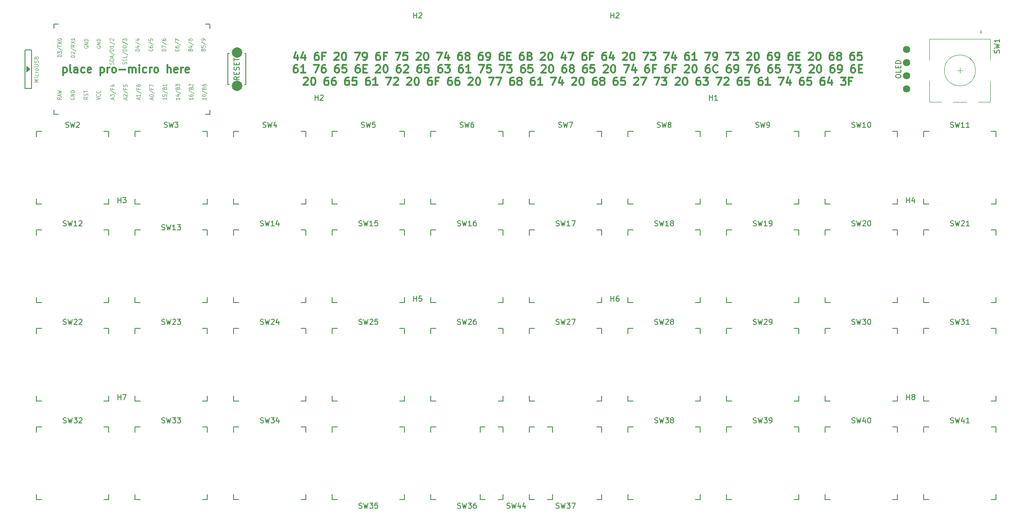
<source format=gbr>
G04 #@! TF.GenerationSoftware,KiCad,Pcbnew,(6.0.4-0)*
G04 #@! TF.CreationDate,2022-05-09T18:43:37-05:00*
G04 #@! TF.ProjectId,freaku4X,66726561-6b75-4345-982e-6b696361645f,rev?*
G04 #@! TF.SameCoordinates,Original*
G04 #@! TF.FileFunction,Legend,Top*
G04 #@! TF.FilePolarity,Positive*
%FSLAX46Y46*%
G04 Gerber Fmt 4.6, Leading zero omitted, Abs format (unit mm)*
G04 Created by KiCad (PCBNEW (6.0.4-0)) date 2022-05-09 18:43:37*
%MOMM*%
%LPD*%
G01*
G04 APERTURE LIST*
%ADD10C,0.300000*%
%ADD11C,0.150000*%
%ADD12C,0.125000*%
%ADD13C,0.120000*%
%ADD14C,1.397000*%
%ADD15C,2.000000*%
G04 APERTURE END LIST*
D10*
X108540178Y-54413571D02*
X108540178Y-55413571D01*
X108183035Y-53842142D02*
X107825892Y-54913571D01*
X108754464Y-54913571D01*
X109968750Y-54413571D02*
X109968750Y-55413571D01*
X109611607Y-53842142D02*
X109254464Y-54913571D01*
X110183035Y-54913571D01*
X112540178Y-53913571D02*
X112254464Y-53913571D01*
X112111607Y-53985000D01*
X112040178Y-54056428D01*
X111897321Y-54270714D01*
X111825892Y-54556428D01*
X111825892Y-55127857D01*
X111897321Y-55270714D01*
X111968750Y-55342142D01*
X112111607Y-55413571D01*
X112397321Y-55413571D01*
X112540178Y-55342142D01*
X112611607Y-55270714D01*
X112683035Y-55127857D01*
X112683035Y-54770714D01*
X112611607Y-54627857D01*
X112540178Y-54556428D01*
X112397321Y-54485000D01*
X112111607Y-54485000D01*
X111968750Y-54556428D01*
X111897321Y-54627857D01*
X111825892Y-54770714D01*
X113825892Y-54627857D02*
X113325892Y-54627857D01*
X113325892Y-55413571D02*
X113325892Y-53913571D01*
X114040178Y-53913571D01*
X115683035Y-54056428D02*
X115754464Y-53985000D01*
X115897321Y-53913571D01*
X116254464Y-53913571D01*
X116397321Y-53985000D01*
X116468750Y-54056428D01*
X116540178Y-54199285D01*
X116540178Y-54342142D01*
X116468750Y-54556428D01*
X115611607Y-55413571D01*
X116540178Y-55413571D01*
X117468750Y-53913571D02*
X117611607Y-53913571D01*
X117754464Y-53985000D01*
X117825892Y-54056428D01*
X117897321Y-54199285D01*
X117968750Y-54485000D01*
X117968750Y-54842142D01*
X117897321Y-55127857D01*
X117825892Y-55270714D01*
X117754464Y-55342142D01*
X117611607Y-55413571D01*
X117468750Y-55413571D01*
X117325892Y-55342142D01*
X117254464Y-55270714D01*
X117183035Y-55127857D01*
X117111607Y-54842142D01*
X117111607Y-54485000D01*
X117183035Y-54199285D01*
X117254464Y-54056428D01*
X117325892Y-53985000D01*
X117468750Y-53913571D01*
X119611607Y-53913571D02*
X120611607Y-53913571D01*
X119968750Y-55413571D01*
X121254464Y-55413571D02*
X121540178Y-55413571D01*
X121683035Y-55342142D01*
X121754464Y-55270714D01*
X121897321Y-55056428D01*
X121968750Y-54770714D01*
X121968750Y-54199285D01*
X121897321Y-54056428D01*
X121825892Y-53985000D01*
X121683035Y-53913571D01*
X121397321Y-53913571D01*
X121254464Y-53985000D01*
X121183035Y-54056428D01*
X121111607Y-54199285D01*
X121111607Y-54556428D01*
X121183035Y-54699285D01*
X121254464Y-54770714D01*
X121397321Y-54842142D01*
X121683035Y-54842142D01*
X121825892Y-54770714D01*
X121897321Y-54699285D01*
X121968750Y-54556428D01*
X124397321Y-53913571D02*
X124111607Y-53913571D01*
X123968750Y-53985000D01*
X123897321Y-54056428D01*
X123754464Y-54270714D01*
X123683035Y-54556428D01*
X123683035Y-55127857D01*
X123754464Y-55270714D01*
X123825892Y-55342142D01*
X123968750Y-55413571D01*
X124254464Y-55413571D01*
X124397321Y-55342142D01*
X124468750Y-55270714D01*
X124540178Y-55127857D01*
X124540178Y-54770714D01*
X124468750Y-54627857D01*
X124397321Y-54556428D01*
X124254464Y-54485000D01*
X123968750Y-54485000D01*
X123825892Y-54556428D01*
X123754464Y-54627857D01*
X123683035Y-54770714D01*
X125683035Y-54627857D02*
X125183035Y-54627857D01*
X125183035Y-55413571D02*
X125183035Y-53913571D01*
X125897321Y-53913571D01*
X127468750Y-53913571D02*
X128468750Y-53913571D01*
X127825892Y-55413571D01*
X129754464Y-53913571D02*
X129040178Y-53913571D01*
X128968750Y-54627857D01*
X129040178Y-54556428D01*
X129183035Y-54485000D01*
X129540178Y-54485000D01*
X129683035Y-54556428D01*
X129754464Y-54627857D01*
X129825892Y-54770714D01*
X129825892Y-55127857D01*
X129754464Y-55270714D01*
X129683035Y-55342142D01*
X129540178Y-55413571D01*
X129183035Y-55413571D01*
X129040178Y-55342142D01*
X128968750Y-55270714D01*
X131540178Y-54056428D02*
X131611607Y-53985000D01*
X131754464Y-53913571D01*
X132111607Y-53913571D01*
X132254464Y-53985000D01*
X132325892Y-54056428D01*
X132397321Y-54199285D01*
X132397321Y-54342142D01*
X132325892Y-54556428D01*
X131468750Y-55413571D01*
X132397321Y-55413571D01*
X133325892Y-53913571D02*
X133468750Y-53913571D01*
X133611607Y-53985000D01*
X133683035Y-54056428D01*
X133754464Y-54199285D01*
X133825892Y-54485000D01*
X133825892Y-54842142D01*
X133754464Y-55127857D01*
X133683035Y-55270714D01*
X133611607Y-55342142D01*
X133468750Y-55413571D01*
X133325892Y-55413571D01*
X133183035Y-55342142D01*
X133111607Y-55270714D01*
X133040178Y-55127857D01*
X132968750Y-54842142D01*
X132968750Y-54485000D01*
X133040178Y-54199285D01*
X133111607Y-54056428D01*
X133183035Y-53985000D01*
X133325892Y-53913571D01*
X135468750Y-53913571D02*
X136468750Y-53913571D01*
X135825892Y-55413571D01*
X137683035Y-54413571D02*
X137683035Y-55413571D01*
X137325892Y-53842142D02*
X136968750Y-54913571D01*
X137897321Y-54913571D01*
X140254464Y-53913571D02*
X139968750Y-53913571D01*
X139825892Y-53985000D01*
X139754464Y-54056428D01*
X139611607Y-54270714D01*
X139540178Y-54556428D01*
X139540178Y-55127857D01*
X139611607Y-55270714D01*
X139683035Y-55342142D01*
X139825892Y-55413571D01*
X140111607Y-55413571D01*
X140254464Y-55342142D01*
X140325892Y-55270714D01*
X140397321Y-55127857D01*
X140397321Y-54770714D01*
X140325892Y-54627857D01*
X140254464Y-54556428D01*
X140111607Y-54485000D01*
X139825892Y-54485000D01*
X139683035Y-54556428D01*
X139611607Y-54627857D01*
X139540178Y-54770714D01*
X141254464Y-54556428D02*
X141111607Y-54485000D01*
X141040178Y-54413571D01*
X140968750Y-54270714D01*
X140968750Y-54199285D01*
X141040178Y-54056428D01*
X141111607Y-53985000D01*
X141254464Y-53913571D01*
X141540178Y-53913571D01*
X141683035Y-53985000D01*
X141754464Y-54056428D01*
X141825892Y-54199285D01*
X141825892Y-54270714D01*
X141754464Y-54413571D01*
X141683035Y-54485000D01*
X141540178Y-54556428D01*
X141254464Y-54556428D01*
X141111607Y-54627857D01*
X141040178Y-54699285D01*
X140968750Y-54842142D01*
X140968750Y-55127857D01*
X141040178Y-55270714D01*
X141111607Y-55342142D01*
X141254464Y-55413571D01*
X141540178Y-55413571D01*
X141683035Y-55342142D01*
X141754464Y-55270714D01*
X141825892Y-55127857D01*
X141825892Y-54842142D01*
X141754464Y-54699285D01*
X141683035Y-54627857D01*
X141540178Y-54556428D01*
X144254464Y-53913571D02*
X143968750Y-53913571D01*
X143825892Y-53985000D01*
X143754464Y-54056428D01*
X143611607Y-54270714D01*
X143540178Y-54556428D01*
X143540178Y-55127857D01*
X143611607Y-55270714D01*
X143683035Y-55342142D01*
X143825892Y-55413571D01*
X144111607Y-55413571D01*
X144254464Y-55342142D01*
X144325892Y-55270714D01*
X144397321Y-55127857D01*
X144397321Y-54770714D01*
X144325892Y-54627857D01*
X144254464Y-54556428D01*
X144111607Y-54485000D01*
X143825892Y-54485000D01*
X143683035Y-54556428D01*
X143611607Y-54627857D01*
X143540178Y-54770714D01*
X145111607Y-55413571D02*
X145397321Y-55413571D01*
X145540178Y-55342142D01*
X145611607Y-55270714D01*
X145754464Y-55056428D01*
X145825892Y-54770714D01*
X145825892Y-54199285D01*
X145754464Y-54056428D01*
X145683035Y-53985000D01*
X145540178Y-53913571D01*
X145254464Y-53913571D01*
X145111607Y-53985000D01*
X145040178Y-54056428D01*
X144968750Y-54199285D01*
X144968750Y-54556428D01*
X145040178Y-54699285D01*
X145111607Y-54770714D01*
X145254464Y-54842142D01*
X145540178Y-54842142D01*
X145683035Y-54770714D01*
X145754464Y-54699285D01*
X145825892Y-54556428D01*
X148254464Y-53913571D02*
X147968750Y-53913571D01*
X147825892Y-53985000D01*
X147754464Y-54056428D01*
X147611607Y-54270714D01*
X147540178Y-54556428D01*
X147540178Y-55127857D01*
X147611607Y-55270714D01*
X147683035Y-55342142D01*
X147825892Y-55413571D01*
X148111607Y-55413571D01*
X148254464Y-55342142D01*
X148325892Y-55270714D01*
X148397321Y-55127857D01*
X148397321Y-54770714D01*
X148325892Y-54627857D01*
X148254464Y-54556428D01*
X148111607Y-54485000D01*
X147825892Y-54485000D01*
X147683035Y-54556428D01*
X147611607Y-54627857D01*
X147540178Y-54770714D01*
X149040178Y-54627857D02*
X149540178Y-54627857D01*
X149754464Y-55413571D02*
X149040178Y-55413571D01*
X149040178Y-53913571D01*
X149754464Y-53913571D01*
X152183035Y-53913571D02*
X151897321Y-53913571D01*
X151754464Y-53985000D01*
X151683035Y-54056428D01*
X151540178Y-54270714D01*
X151468750Y-54556428D01*
X151468750Y-55127857D01*
X151540178Y-55270714D01*
X151611607Y-55342142D01*
X151754464Y-55413571D01*
X152040178Y-55413571D01*
X152183035Y-55342142D01*
X152254464Y-55270714D01*
X152325892Y-55127857D01*
X152325892Y-54770714D01*
X152254464Y-54627857D01*
X152183035Y-54556428D01*
X152040178Y-54485000D01*
X151754464Y-54485000D01*
X151611607Y-54556428D01*
X151540178Y-54627857D01*
X151468750Y-54770714D01*
X153468750Y-54627857D02*
X153683035Y-54699285D01*
X153754464Y-54770714D01*
X153825892Y-54913571D01*
X153825892Y-55127857D01*
X153754464Y-55270714D01*
X153683035Y-55342142D01*
X153540178Y-55413571D01*
X152968750Y-55413571D01*
X152968750Y-53913571D01*
X153468750Y-53913571D01*
X153611607Y-53985000D01*
X153683035Y-54056428D01*
X153754464Y-54199285D01*
X153754464Y-54342142D01*
X153683035Y-54485000D01*
X153611607Y-54556428D01*
X153468750Y-54627857D01*
X152968750Y-54627857D01*
X155540178Y-54056428D02*
X155611607Y-53985000D01*
X155754464Y-53913571D01*
X156111607Y-53913571D01*
X156254464Y-53985000D01*
X156325892Y-54056428D01*
X156397321Y-54199285D01*
X156397321Y-54342142D01*
X156325892Y-54556428D01*
X155468750Y-55413571D01*
X156397321Y-55413571D01*
X157325892Y-53913571D02*
X157468750Y-53913571D01*
X157611607Y-53985000D01*
X157683035Y-54056428D01*
X157754464Y-54199285D01*
X157825892Y-54485000D01*
X157825892Y-54842142D01*
X157754464Y-55127857D01*
X157683035Y-55270714D01*
X157611607Y-55342142D01*
X157468750Y-55413571D01*
X157325892Y-55413571D01*
X157183035Y-55342142D01*
X157111607Y-55270714D01*
X157040178Y-55127857D01*
X156968750Y-54842142D01*
X156968750Y-54485000D01*
X157040178Y-54199285D01*
X157111607Y-54056428D01*
X157183035Y-53985000D01*
X157325892Y-53913571D01*
X160254464Y-54413571D02*
X160254464Y-55413571D01*
X159897321Y-53842142D02*
X159540178Y-54913571D01*
X160468750Y-54913571D01*
X160897321Y-53913571D02*
X161897321Y-53913571D01*
X161254464Y-55413571D01*
X164254464Y-53913571D02*
X163968750Y-53913571D01*
X163825892Y-53985000D01*
X163754464Y-54056428D01*
X163611607Y-54270714D01*
X163540178Y-54556428D01*
X163540178Y-55127857D01*
X163611607Y-55270714D01*
X163683035Y-55342142D01*
X163825892Y-55413571D01*
X164111607Y-55413571D01*
X164254464Y-55342142D01*
X164325892Y-55270714D01*
X164397321Y-55127857D01*
X164397321Y-54770714D01*
X164325892Y-54627857D01*
X164254464Y-54556428D01*
X164111607Y-54485000D01*
X163825892Y-54485000D01*
X163683035Y-54556428D01*
X163611607Y-54627857D01*
X163540178Y-54770714D01*
X165540178Y-54627857D02*
X165040178Y-54627857D01*
X165040178Y-55413571D02*
X165040178Y-53913571D01*
X165754464Y-53913571D01*
X168111607Y-53913571D02*
X167825892Y-53913571D01*
X167683035Y-53985000D01*
X167611607Y-54056428D01*
X167468750Y-54270714D01*
X167397321Y-54556428D01*
X167397321Y-55127857D01*
X167468750Y-55270714D01*
X167540178Y-55342142D01*
X167683035Y-55413571D01*
X167968750Y-55413571D01*
X168111607Y-55342142D01*
X168183035Y-55270714D01*
X168254464Y-55127857D01*
X168254464Y-54770714D01*
X168183035Y-54627857D01*
X168111607Y-54556428D01*
X167968750Y-54485000D01*
X167683035Y-54485000D01*
X167540178Y-54556428D01*
X167468750Y-54627857D01*
X167397321Y-54770714D01*
X169540178Y-54413571D02*
X169540178Y-55413571D01*
X169183035Y-53842142D02*
X168825892Y-54913571D01*
X169754464Y-54913571D01*
X171397321Y-54056428D02*
X171468750Y-53985000D01*
X171611607Y-53913571D01*
X171968750Y-53913571D01*
X172111607Y-53985000D01*
X172183035Y-54056428D01*
X172254464Y-54199285D01*
X172254464Y-54342142D01*
X172183035Y-54556428D01*
X171325892Y-55413571D01*
X172254464Y-55413571D01*
X173183035Y-53913571D02*
X173325892Y-53913571D01*
X173468750Y-53985000D01*
X173540178Y-54056428D01*
X173611607Y-54199285D01*
X173683035Y-54485000D01*
X173683035Y-54842142D01*
X173611607Y-55127857D01*
X173540178Y-55270714D01*
X173468750Y-55342142D01*
X173325892Y-55413571D01*
X173183035Y-55413571D01*
X173040178Y-55342142D01*
X172968750Y-55270714D01*
X172897321Y-55127857D01*
X172825892Y-54842142D01*
X172825892Y-54485000D01*
X172897321Y-54199285D01*
X172968750Y-54056428D01*
X173040178Y-53985000D01*
X173183035Y-53913571D01*
X175325892Y-53913571D02*
X176325892Y-53913571D01*
X175683035Y-55413571D01*
X176754464Y-53913571D02*
X177683035Y-53913571D01*
X177183035Y-54485000D01*
X177397321Y-54485000D01*
X177540178Y-54556428D01*
X177611607Y-54627857D01*
X177683035Y-54770714D01*
X177683035Y-55127857D01*
X177611607Y-55270714D01*
X177540178Y-55342142D01*
X177397321Y-55413571D01*
X176968750Y-55413571D01*
X176825892Y-55342142D01*
X176754464Y-55270714D01*
X179325892Y-53913571D02*
X180325892Y-53913571D01*
X179683035Y-55413571D01*
X181540178Y-54413571D02*
X181540178Y-55413571D01*
X181183035Y-53842142D02*
X180825892Y-54913571D01*
X181754464Y-54913571D01*
X184111607Y-53913571D02*
X183825892Y-53913571D01*
X183683035Y-53985000D01*
X183611607Y-54056428D01*
X183468750Y-54270714D01*
X183397321Y-54556428D01*
X183397321Y-55127857D01*
X183468750Y-55270714D01*
X183540178Y-55342142D01*
X183683035Y-55413571D01*
X183968750Y-55413571D01*
X184111607Y-55342142D01*
X184183035Y-55270714D01*
X184254464Y-55127857D01*
X184254464Y-54770714D01*
X184183035Y-54627857D01*
X184111607Y-54556428D01*
X183968750Y-54485000D01*
X183683035Y-54485000D01*
X183540178Y-54556428D01*
X183468750Y-54627857D01*
X183397321Y-54770714D01*
X185683035Y-55413571D02*
X184825892Y-55413571D01*
X185254464Y-55413571D02*
X185254464Y-53913571D01*
X185111607Y-54127857D01*
X184968750Y-54270714D01*
X184825892Y-54342142D01*
X187325892Y-53913571D02*
X188325892Y-53913571D01*
X187683035Y-55413571D01*
X188968750Y-55413571D02*
X189254464Y-55413571D01*
X189397321Y-55342142D01*
X189468750Y-55270714D01*
X189611607Y-55056428D01*
X189683035Y-54770714D01*
X189683035Y-54199285D01*
X189611607Y-54056428D01*
X189540178Y-53985000D01*
X189397321Y-53913571D01*
X189111607Y-53913571D01*
X188968750Y-53985000D01*
X188897321Y-54056428D01*
X188825892Y-54199285D01*
X188825892Y-54556428D01*
X188897321Y-54699285D01*
X188968750Y-54770714D01*
X189111607Y-54842142D01*
X189397321Y-54842142D01*
X189540178Y-54770714D01*
X189611607Y-54699285D01*
X189683035Y-54556428D01*
X191325892Y-53913571D02*
X192325892Y-53913571D01*
X191683035Y-55413571D01*
X192754464Y-53913571D02*
X193683035Y-53913571D01*
X193183035Y-54485000D01*
X193397321Y-54485000D01*
X193540178Y-54556428D01*
X193611607Y-54627857D01*
X193683035Y-54770714D01*
X193683035Y-55127857D01*
X193611607Y-55270714D01*
X193540178Y-55342142D01*
X193397321Y-55413571D01*
X192968750Y-55413571D01*
X192825892Y-55342142D01*
X192754464Y-55270714D01*
X195397321Y-54056428D02*
X195468750Y-53985000D01*
X195611607Y-53913571D01*
X195968750Y-53913571D01*
X196111607Y-53985000D01*
X196183035Y-54056428D01*
X196254464Y-54199285D01*
X196254464Y-54342142D01*
X196183035Y-54556428D01*
X195325892Y-55413571D01*
X196254464Y-55413571D01*
X197183035Y-53913571D02*
X197325892Y-53913571D01*
X197468750Y-53985000D01*
X197540178Y-54056428D01*
X197611607Y-54199285D01*
X197683035Y-54485000D01*
X197683035Y-54842142D01*
X197611607Y-55127857D01*
X197540178Y-55270714D01*
X197468750Y-55342142D01*
X197325892Y-55413571D01*
X197183035Y-55413571D01*
X197040178Y-55342142D01*
X196968750Y-55270714D01*
X196897321Y-55127857D01*
X196825892Y-54842142D01*
X196825892Y-54485000D01*
X196897321Y-54199285D01*
X196968750Y-54056428D01*
X197040178Y-53985000D01*
X197183035Y-53913571D01*
X200111607Y-53913571D02*
X199825892Y-53913571D01*
X199683035Y-53985000D01*
X199611607Y-54056428D01*
X199468750Y-54270714D01*
X199397321Y-54556428D01*
X199397321Y-55127857D01*
X199468750Y-55270714D01*
X199540178Y-55342142D01*
X199683035Y-55413571D01*
X199968750Y-55413571D01*
X200111607Y-55342142D01*
X200183035Y-55270714D01*
X200254464Y-55127857D01*
X200254464Y-54770714D01*
X200183035Y-54627857D01*
X200111607Y-54556428D01*
X199968750Y-54485000D01*
X199683035Y-54485000D01*
X199540178Y-54556428D01*
X199468750Y-54627857D01*
X199397321Y-54770714D01*
X200968750Y-55413571D02*
X201254464Y-55413571D01*
X201397321Y-55342142D01*
X201468750Y-55270714D01*
X201611607Y-55056428D01*
X201683035Y-54770714D01*
X201683035Y-54199285D01*
X201611607Y-54056428D01*
X201540178Y-53985000D01*
X201397321Y-53913571D01*
X201111607Y-53913571D01*
X200968750Y-53985000D01*
X200897321Y-54056428D01*
X200825892Y-54199285D01*
X200825892Y-54556428D01*
X200897321Y-54699285D01*
X200968750Y-54770714D01*
X201111607Y-54842142D01*
X201397321Y-54842142D01*
X201540178Y-54770714D01*
X201611607Y-54699285D01*
X201683035Y-54556428D01*
X204111607Y-53913571D02*
X203825892Y-53913571D01*
X203683035Y-53985000D01*
X203611607Y-54056428D01*
X203468750Y-54270714D01*
X203397321Y-54556428D01*
X203397321Y-55127857D01*
X203468750Y-55270714D01*
X203540178Y-55342142D01*
X203683035Y-55413571D01*
X203968750Y-55413571D01*
X204111607Y-55342142D01*
X204183035Y-55270714D01*
X204254464Y-55127857D01*
X204254464Y-54770714D01*
X204183035Y-54627857D01*
X204111607Y-54556428D01*
X203968750Y-54485000D01*
X203683035Y-54485000D01*
X203540178Y-54556428D01*
X203468750Y-54627857D01*
X203397321Y-54770714D01*
X204897321Y-54627857D02*
X205397321Y-54627857D01*
X205611607Y-55413571D02*
X204897321Y-55413571D01*
X204897321Y-53913571D01*
X205611607Y-53913571D01*
X207325892Y-54056428D02*
X207397321Y-53985000D01*
X207540178Y-53913571D01*
X207897321Y-53913571D01*
X208040178Y-53985000D01*
X208111607Y-54056428D01*
X208183035Y-54199285D01*
X208183035Y-54342142D01*
X208111607Y-54556428D01*
X207254464Y-55413571D01*
X208183035Y-55413571D01*
X209111607Y-53913571D02*
X209254464Y-53913571D01*
X209397321Y-53985000D01*
X209468750Y-54056428D01*
X209540178Y-54199285D01*
X209611607Y-54485000D01*
X209611607Y-54842142D01*
X209540178Y-55127857D01*
X209468750Y-55270714D01*
X209397321Y-55342142D01*
X209254464Y-55413571D01*
X209111607Y-55413571D01*
X208968750Y-55342142D01*
X208897321Y-55270714D01*
X208825892Y-55127857D01*
X208754464Y-54842142D01*
X208754464Y-54485000D01*
X208825892Y-54199285D01*
X208897321Y-54056428D01*
X208968750Y-53985000D01*
X209111607Y-53913571D01*
X212040178Y-53913571D02*
X211754464Y-53913571D01*
X211611607Y-53985000D01*
X211540178Y-54056428D01*
X211397321Y-54270714D01*
X211325892Y-54556428D01*
X211325892Y-55127857D01*
X211397321Y-55270714D01*
X211468750Y-55342142D01*
X211611607Y-55413571D01*
X211897321Y-55413571D01*
X212040178Y-55342142D01*
X212111607Y-55270714D01*
X212183035Y-55127857D01*
X212183035Y-54770714D01*
X212111607Y-54627857D01*
X212040178Y-54556428D01*
X211897321Y-54485000D01*
X211611607Y-54485000D01*
X211468750Y-54556428D01*
X211397321Y-54627857D01*
X211325892Y-54770714D01*
X213040178Y-54556428D02*
X212897321Y-54485000D01*
X212825892Y-54413571D01*
X212754464Y-54270714D01*
X212754464Y-54199285D01*
X212825892Y-54056428D01*
X212897321Y-53985000D01*
X213040178Y-53913571D01*
X213325892Y-53913571D01*
X213468750Y-53985000D01*
X213540178Y-54056428D01*
X213611607Y-54199285D01*
X213611607Y-54270714D01*
X213540178Y-54413571D01*
X213468750Y-54485000D01*
X213325892Y-54556428D01*
X213040178Y-54556428D01*
X212897321Y-54627857D01*
X212825892Y-54699285D01*
X212754464Y-54842142D01*
X212754464Y-55127857D01*
X212825892Y-55270714D01*
X212897321Y-55342142D01*
X213040178Y-55413571D01*
X213325892Y-55413571D01*
X213468750Y-55342142D01*
X213540178Y-55270714D01*
X213611607Y-55127857D01*
X213611607Y-54842142D01*
X213540178Y-54699285D01*
X213468750Y-54627857D01*
X213325892Y-54556428D01*
X216040178Y-53913571D02*
X215754464Y-53913571D01*
X215611607Y-53985000D01*
X215540178Y-54056428D01*
X215397321Y-54270714D01*
X215325892Y-54556428D01*
X215325892Y-55127857D01*
X215397321Y-55270714D01*
X215468750Y-55342142D01*
X215611607Y-55413571D01*
X215897321Y-55413571D01*
X216040178Y-55342142D01*
X216111607Y-55270714D01*
X216183035Y-55127857D01*
X216183035Y-54770714D01*
X216111607Y-54627857D01*
X216040178Y-54556428D01*
X215897321Y-54485000D01*
X215611607Y-54485000D01*
X215468750Y-54556428D01*
X215397321Y-54627857D01*
X215325892Y-54770714D01*
X217540178Y-53913571D02*
X216825892Y-53913571D01*
X216754464Y-54627857D01*
X216825892Y-54556428D01*
X216968750Y-54485000D01*
X217325892Y-54485000D01*
X217468750Y-54556428D01*
X217540178Y-54627857D01*
X217611607Y-54770714D01*
X217611607Y-55127857D01*
X217540178Y-55270714D01*
X217468750Y-55342142D01*
X217325892Y-55413571D01*
X216968750Y-55413571D01*
X216825892Y-55342142D01*
X216754464Y-55270714D01*
X108468750Y-56328571D02*
X108183035Y-56328571D01*
X108040178Y-56400000D01*
X107968750Y-56471428D01*
X107825892Y-56685714D01*
X107754464Y-56971428D01*
X107754464Y-57542857D01*
X107825892Y-57685714D01*
X107897321Y-57757142D01*
X108040178Y-57828571D01*
X108325892Y-57828571D01*
X108468750Y-57757142D01*
X108540178Y-57685714D01*
X108611607Y-57542857D01*
X108611607Y-57185714D01*
X108540178Y-57042857D01*
X108468750Y-56971428D01*
X108325892Y-56900000D01*
X108040178Y-56900000D01*
X107897321Y-56971428D01*
X107825892Y-57042857D01*
X107754464Y-57185714D01*
X110040178Y-57828571D02*
X109183035Y-57828571D01*
X109611607Y-57828571D02*
X109611607Y-56328571D01*
X109468750Y-56542857D01*
X109325892Y-56685714D01*
X109183035Y-56757142D01*
X111683035Y-56328571D02*
X112683035Y-56328571D01*
X112040178Y-57828571D01*
X113897321Y-56328571D02*
X113611607Y-56328571D01*
X113468750Y-56400000D01*
X113397321Y-56471428D01*
X113254464Y-56685714D01*
X113183035Y-56971428D01*
X113183035Y-57542857D01*
X113254464Y-57685714D01*
X113325892Y-57757142D01*
X113468750Y-57828571D01*
X113754464Y-57828571D01*
X113897321Y-57757142D01*
X113968750Y-57685714D01*
X114040178Y-57542857D01*
X114040178Y-57185714D01*
X113968750Y-57042857D01*
X113897321Y-56971428D01*
X113754464Y-56900000D01*
X113468750Y-56900000D01*
X113325892Y-56971428D01*
X113254464Y-57042857D01*
X113183035Y-57185714D01*
X116468750Y-56328571D02*
X116183035Y-56328571D01*
X116040178Y-56400000D01*
X115968750Y-56471428D01*
X115825892Y-56685714D01*
X115754464Y-56971428D01*
X115754464Y-57542857D01*
X115825892Y-57685714D01*
X115897321Y-57757142D01*
X116040178Y-57828571D01*
X116325892Y-57828571D01*
X116468750Y-57757142D01*
X116540178Y-57685714D01*
X116611607Y-57542857D01*
X116611607Y-57185714D01*
X116540178Y-57042857D01*
X116468750Y-56971428D01*
X116325892Y-56900000D01*
X116040178Y-56900000D01*
X115897321Y-56971428D01*
X115825892Y-57042857D01*
X115754464Y-57185714D01*
X117968750Y-56328571D02*
X117254464Y-56328571D01*
X117183035Y-57042857D01*
X117254464Y-56971428D01*
X117397321Y-56900000D01*
X117754464Y-56900000D01*
X117897321Y-56971428D01*
X117968750Y-57042857D01*
X118040178Y-57185714D01*
X118040178Y-57542857D01*
X117968750Y-57685714D01*
X117897321Y-57757142D01*
X117754464Y-57828571D01*
X117397321Y-57828571D01*
X117254464Y-57757142D01*
X117183035Y-57685714D01*
X120468750Y-56328571D02*
X120183035Y-56328571D01*
X120040178Y-56400000D01*
X119968750Y-56471428D01*
X119825892Y-56685714D01*
X119754464Y-56971428D01*
X119754464Y-57542857D01*
X119825892Y-57685714D01*
X119897321Y-57757142D01*
X120040178Y-57828571D01*
X120325892Y-57828571D01*
X120468750Y-57757142D01*
X120540178Y-57685714D01*
X120611607Y-57542857D01*
X120611607Y-57185714D01*
X120540178Y-57042857D01*
X120468750Y-56971428D01*
X120325892Y-56900000D01*
X120040178Y-56900000D01*
X119897321Y-56971428D01*
X119825892Y-57042857D01*
X119754464Y-57185714D01*
X121254464Y-57042857D02*
X121754464Y-57042857D01*
X121968750Y-57828571D02*
X121254464Y-57828571D01*
X121254464Y-56328571D01*
X121968750Y-56328571D01*
X123683035Y-56471428D02*
X123754464Y-56400000D01*
X123897321Y-56328571D01*
X124254464Y-56328571D01*
X124397321Y-56400000D01*
X124468750Y-56471428D01*
X124540178Y-56614285D01*
X124540178Y-56757142D01*
X124468750Y-56971428D01*
X123611607Y-57828571D01*
X124540178Y-57828571D01*
X125468750Y-56328571D02*
X125611607Y-56328571D01*
X125754464Y-56400000D01*
X125825892Y-56471428D01*
X125897321Y-56614285D01*
X125968750Y-56900000D01*
X125968750Y-57257142D01*
X125897321Y-57542857D01*
X125825892Y-57685714D01*
X125754464Y-57757142D01*
X125611607Y-57828571D01*
X125468750Y-57828571D01*
X125325892Y-57757142D01*
X125254464Y-57685714D01*
X125183035Y-57542857D01*
X125111607Y-57257142D01*
X125111607Y-56900000D01*
X125183035Y-56614285D01*
X125254464Y-56471428D01*
X125325892Y-56400000D01*
X125468750Y-56328571D01*
X128397321Y-56328571D02*
X128111607Y-56328571D01*
X127968750Y-56400000D01*
X127897321Y-56471428D01*
X127754464Y-56685714D01*
X127683035Y-56971428D01*
X127683035Y-57542857D01*
X127754464Y-57685714D01*
X127825892Y-57757142D01*
X127968750Y-57828571D01*
X128254464Y-57828571D01*
X128397321Y-57757142D01*
X128468750Y-57685714D01*
X128540178Y-57542857D01*
X128540178Y-57185714D01*
X128468750Y-57042857D01*
X128397321Y-56971428D01*
X128254464Y-56900000D01*
X127968750Y-56900000D01*
X127825892Y-56971428D01*
X127754464Y-57042857D01*
X127683035Y-57185714D01*
X129111607Y-56471428D02*
X129183035Y-56400000D01*
X129325892Y-56328571D01*
X129683035Y-56328571D01*
X129825892Y-56400000D01*
X129897321Y-56471428D01*
X129968750Y-56614285D01*
X129968750Y-56757142D01*
X129897321Y-56971428D01*
X129040178Y-57828571D01*
X129968750Y-57828571D01*
X132397321Y-56328571D02*
X132111607Y-56328571D01*
X131968750Y-56400000D01*
X131897321Y-56471428D01*
X131754464Y-56685714D01*
X131683035Y-56971428D01*
X131683035Y-57542857D01*
X131754464Y-57685714D01*
X131825892Y-57757142D01*
X131968750Y-57828571D01*
X132254464Y-57828571D01*
X132397321Y-57757142D01*
X132468750Y-57685714D01*
X132540178Y-57542857D01*
X132540178Y-57185714D01*
X132468750Y-57042857D01*
X132397321Y-56971428D01*
X132254464Y-56900000D01*
X131968750Y-56900000D01*
X131825892Y-56971428D01*
X131754464Y-57042857D01*
X131683035Y-57185714D01*
X133897321Y-56328571D02*
X133183035Y-56328571D01*
X133111607Y-57042857D01*
X133183035Y-56971428D01*
X133325892Y-56900000D01*
X133683035Y-56900000D01*
X133825892Y-56971428D01*
X133897321Y-57042857D01*
X133968750Y-57185714D01*
X133968750Y-57542857D01*
X133897321Y-57685714D01*
X133825892Y-57757142D01*
X133683035Y-57828571D01*
X133325892Y-57828571D01*
X133183035Y-57757142D01*
X133111607Y-57685714D01*
X136397321Y-56328571D02*
X136111607Y-56328571D01*
X135968750Y-56400000D01*
X135897321Y-56471428D01*
X135754464Y-56685714D01*
X135683035Y-56971428D01*
X135683035Y-57542857D01*
X135754464Y-57685714D01*
X135825892Y-57757142D01*
X135968750Y-57828571D01*
X136254464Y-57828571D01*
X136397321Y-57757142D01*
X136468750Y-57685714D01*
X136540178Y-57542857D01*
X136540178Y-57185714D01*
X136468750Y-57042857D01*
X136397321Y-56971428D01*
X136254464Y-56900000D01*
X135968750Y-56900000D01*
X135825892Y-56971428D01*
X135754464Y-57042857D01*
X135683035Y-57185714D01*
X137040178Y-56328571D02*
X137968750Y-56328571D01*
X137468750Y-56900000D01*
X137683035Y-56900000D01*
X137825892Y-56971428D01*
X137897321Y-57042857D01*
X137968750Y-57185714D01*
X137968750Y-57542857D01*
X137897321Y-57685714D01*
X137825892Y-57757142D01*
X137683035Y-57828571D01*
X137254464Y-57828571D01*
X137111607Y-57757142D01*
X137040178Y-57685714D01*
X140397321Y-56328571D02*
X140111607Y-56328571D01*
X139968750Y-56400000D01*
X139897321Y-56471428D01*
X139754464Y-56685714D01*
X139683035Y-56971428D01*
X139683035Y-57542857D01*
X139754464Y-57685714D01*
X139825892Y-57757142D01*
X139968750Y-57828571D01*
X140254464Y-57828571D01*
X140397321Y-57757142D01*
X140468750Y-57685714D01*
X140540178Y-57542857D01*
X140540178Y-57185714D01*
X140468750Y-57042857D01*
X140397321Y-56971428D01*
X140254464Y-56900000D01*
X139968750Y-56900000D01*
X139825892Y-56971428D01*
X139754464Y-57042857D01*
X139683035Y-57185714D01*
X141968750Y-57828571D02*
X141111607Y-57828571D01*
X141540178Y-57828571D02*
X141540178Y-56328571D01*
X141397321Y-56542857D01*
X141254464Y-56685714D01*
X141111607Y-56757142D01*
X143611607Y-56328571D02*
X144611607Y-56328571D01*
X143968750Y-57828571D01*
X145897321Y-56328571D02*
X145183035Y-56328571D01*
X145111607Y-57042857D01*
X145183035Y-56971428D01*
X145325892Y-56900000D01*
X145683035Y-56900000D01*
X145825892Y-56971428D01*
X145897321Y-57042857D01*
X145968750Y-57185714D01*
X145968750Y-57542857D01*
X145897321Y-57685714D01*
X145825892Y-57757142D01*
X145683035Y-57828571D01*
X145325892Y-57828571D01*
X145183035Y-57757142D01*
X145111607Y-57685714D01*
X147611607Y-56328571D02*
X148611607Y-56328571D01*
X147968750Y-57828571D01*
X149040178Y-56328571D02*
X149968750Y-56328571D01*
X149468750Y-56900000D01*
X149683035Y-56900000D01*
X149825892Y-56971428D01*
X149897321Y-57042857D01*
X149968750Y-57185714D01*
X149968750Y-57542857D01*
X149897321Y-57685714D01*
X149825892Y-57757142D01*
X149683035Y-57828571D01*
X149254464Y-57828571D01*
X149111607Y-57757142D01*
X149040178Y-57685714D01*
X152397321Y-56328571D02*
X152111607Y-56328571D01*
X151968750Y-56400000D01*
X151897321Y-56471428D01*
X151754464Y-56685714D01*
X151683035Y-56971428D01*
X151683035Y-57542857D01*
X151754464Y-57685714D01*
X151825892Y-57757142D01*
X151968750Y-57828571D01*
X152254464Y-57828571D01*
X152397321Y-57757142D01*
X152468750Y-57685714D01*
X152540178Y-57542857D01*
X152540178Y-57185714D01*
X152468750Y-57042857D01*
X152397321Y-56971428D01*
X152254464Y-56900000D01*
X151968750Y-56900000D01*
X151825892Y-56971428D01*
X151754464Y-57042857D01*
X151683035Y-57185714D01*
X153897321Y-56328571D02*
X153183035Y-56328571D01*
X153111607Y-57042857D01*
X153183035Y-56971428D01*
X153325892Y-56900000D01*
X153683035Y-56900000D01*
X153825892Y-56971428D01*
X153897321Y-57042857D01*
X153968750Y-57185714D01*
X153968750Y-57542857D01*
X153897321Y-57685714D01*
X153825892Y-57757142D01*
X153683035Y-57828571D01*
X153325892Y-57828571D01*
X153183035Y-57757142D01*
X153111607Y-57685714D01*
X155683035Y-56471428D02*
X155754464Y-56400000D01*
X155897321Y-56328571D01*
X156254464Y-56328571D01*
X156397321Y-56400000D01*
X156468750Y-56471428D01*
X156540178Y-56614285D01*
X156540178Y-56757142D01*
X156468750Y-56971428D01*
X155611607Y-57828571D01*
X156540178Y-57828571D01*
X157468750Y-56328571D02*
X157611607Y-56328571D01*
X157754464Y-56400000D01*
X157825892Y-56471428D01*
X157897321Y-56614285D01*
X157968750Y-56900000D01*
X157968750Y-57257142D01*
X157897321Y-57542857D01*
X157825892Y-57685714D01*
X157754464Y-57757142D01*
X157611607Y-57828571D01*
X157468750Y-57828571D01*
X157325892Y-57757142D01*
X157254464Y-57685714D01*
X157183035Y-57542857D01*
X157111607Y-57257142D01*
X157111607Y-56900000D01*
X157183035Y-56614285D01*
X157254464Y-56471428D01*
X157325892Y-56400000D01*
X157468750Y-56328571D01*
X160397321Y-56328571D02*
X160111607Y-56328571D01*
X159968750Y-56400000D01*
X159897321Y-56471428D01*
X159754464Y-56685714D01*
X159683035Y-56971428D01*
X159683035Y-57542857D01*
X159754464Y-57685714D01*
X159825892Y-57757142D01*
X159968750Y-57828571D01*
X160254464Y-57828571D01*
X160397321Y-57757142D01*
X160468750Y-57685714D01*
X160540178Y-57542857D01*
X160540178Y-57185714D01*
X160468750Y-57042857D01*
X160397321Y-56971428D01*
X160254464Y-56900000D01*
X159968750Y-56900000D01*
X159825892Y-56971428D01*
X159754464Y-57042857D01*
X159683035Y-57185714D01*
X161397321Y-56971428D02*
X161254464Y-56900000D01*
X161183035Y-56828571D01*
X161111607Y-56685714D01*
X161111607Y-56614285D01*
X161183035Y-56471428D01*
X161254464Y-56400000D01*
X161397321Y-56328571D01*
X161683035Y-56328571D01*
X161825892Y-56400000D01*
X161897321Y-56471428D01*
X161968750Y-56614285D01*
X161968750Y-56685714D01*
X161897321Y-56828571D01*
X161825892Y-56900000D01*
X161683035Y-56971428D01*
X161397321Y-56971428D01*
X161254464Y-57042857D01*
X161183035Y-57114285D01*
X161111607Y-57257142D01*
X161111607Y-57542857D01*
X161183035Y-57685714D01*
X161254464Y-57757142D01*
X161397321Y-57828571D01*
X161683035Y-57828571D01*
X161825892Y-57757142D01*
X161897321Y-57685714D01*
X161968750Y-57542857D01*
X161968750Y-57257142D01*
X161897321Y-57114285D01*
X161825892Y-57042857D01*
X161683035Y-56971428D01*
X164397321Y-56328571D02*
X164111607Y-56328571D01*
X163968750Y-56400000D01*
X163897321Y-56471428D01*
X163754464Y-56685714D01*
X163683035Y-56971428D01*
X163683035Y-57542857D01*
X163754464Y-57685714D01*
X163825892Y-57757142D01*
X163968750Y-57828571D01*
X164254464Y-57828571D01*
X164397321Y-57757142D01*
X164468750Y-57685714D01*
X164540178Y-57542857D01*
X164540178Y-57185714D01*
X164468750Y-57042857D01*
X164397321Y-56971428D01*
X164254464Y-56900000D01*
X163968750Y-56900000D01*
X163825892Y-56971428D01*
X163754464Y-57042857D01*
X163683035Y-57185714D01*
X165897321Y-56328571D02*
X165183035Y-56328571D01*
X165111607Y-57042857D01*
X165183035Y-56971428D01*
X165325892Y-56900000D01*
X165683035Y-56900000D01*
X165825892Y-56971428D01*
X165897321Y-57042857D01*
X165968750Y-57185714D01*
X165968750Y-57542857D01*
X165897321Y-57685714D01*
X165825892Y-57757142D01*
X165683035Y-57828571D01*
X165325892Y-57828571D01*
X165183035Y-57757142D01*
X165111607Y-57685714D01*
X167683035Y-56471428D02*
X167754464Y-56400000D01*
X167897321Y-56328571D01*
X168254464Y-56328571D01*
X168397321Y-56400000D01*
X168468750Y-56471428D01*
X168540178Y-56614285D01*
X168540178Y-56757142D01*
X168468750Y-56971428D01*
X167611607Y-57828571D01*
X168540178Y-57828571D01*
X169468750Y-56328571D02*
X169611607Y-56328571D01*
X169754464Y-56400000D01*
X169825892Y-56471428D01*
X169897321Y-56614285D01*
X169968750Y-56900000D01*
X169968750Y-57257142D01*
X169897321Y-57542857D01*
X169825892Y-57685714D01*
X169754464Y-57757142D01*
X169611607Y-57828571D01*
X169468750Y-57828571D01*
X169325892Y-57757142D01*
X169254464Y-57685714D01*
X169183035Y-57542857D01*
X169111607Y-57257142D01*
X169111607Y-56900000D01*
X169183035Y-56614285D01*
X169254464Y-56471428D01*
X169325892Y-56400000D01*
X169468750Y-56328571D01*
X171611607Y-56328571D02*
X172611607Y-56328571D01*
X171968750Y-57828571D01*
X173825892Y-56828571D02*
X173825892Y-57828571D01*
X173468750Y-56257142D02*
X173111607Y-57328571D01*
X174040178Y-57328571D01*
X176397321Y-56328571D02*
X176111607Y-56328571D01*
X175968750Y-56400000D01*
X175897321Y-56471428D01*
X175754464Y-56685714D01*
X175683035Y-56971428D01*
X175683035Y-57542857D01*
X175754464Y-57685714D01*
X175825892Y-57757142D01*
X175968750Y-57828571D01*
X176254464Y-57828571D01*
X176397321Y-57757142D01*
X176468750Y-57685714D01*
X176540178Y-57542857D01*
X176540178Y-57185714D01*
X176468750Y-57042857D01*
X176397321Y-56971428D01*
X176254464Y-56900000D01*
X175968750Y-56900000D01*
X175825892Y-56971428D01*
X175754464Y-57042857D01*
X175683035Y-57185714D01*
X177683035Y-57042857D02*
X177183035Y-57042857D01*
X177183035Y-57828571D02*
X177183035Y-56328571D01*
X177897321Y-56328571D01*
X180254464Y-56328571D02*
X179968750Y-56328571D01*
X179825892Y-56400000D01*
X179754464Y-56471428D01*
X179611607Y-56685714D01*
X179540178Y-56971428D01*
X179540178Y-57542857D01*
X179611607Y-57685714D01*
X179683035Y-57757142D01*
X179825892Y-57828571D01*
X180111607Y-57828571D01*
X180254464Y-57757142D01*
X180325892Y-57685714D01*
X180397321Y-57542857D01*
X180397321Y-57185714D01*
X180325892Y-57042857D01*
X180254464Y-56971428D01*
X180111607Y-56900000D01*
X179825892Y-56900000D01*
X179683035Y-56971428D01*
X179611607Y-57042857D01*
X179540178Y-57185714D01*
X181540178Y-57042857D02*
X181040178Y-57042857D01*
X181040178Y-57828571D02*
X181040178Y-56328571D01*
X181754464Y-56328571D01*
X183397321Y-56471428D02*
X183468750Y-56400000D01*
X183611607Y-56328571D01*
X183968750Y-56328571D01*
X184111607Y-56400000D01*
X184183035Y-56471428D01*
X184254464Y-56614285D01*
X184254464Y-56757142D01*
X184183035Y-56971428D01*
X183325892Y-57828571D01*
X184254464Y-57828571D01*
X185183035Y-56328571D02*
X185325892Y-56328571D01*
X185468750Y-56400000D01*
X185540178Y-56471428D01*
X185611607Y-56614285D01*
X185683035Y-56900000D01*
X185683035Y-57257142D01*
X185611607Y-57542857D01*
X185540178Y-57685714D01*
X185468750Y-57757142D01*
X185325892Y-57828571D01*
X185183035Y-57828571D01*
X185040178Y-57757142D01*
X184968750Y-57685714D01*
X184897321Y-57542857D01*
X184825892Y-57257142D01*
X184825892Y-56900000D01*
X184897321Y-56614285D01*
X184968750Y-56471428D01*
X185040178Y-56400000D01*
X185183035Y-56328571D01*
X188111607Y-56328571D02*
X187825892Y-56328571D01*
X187683035Y-56400000D01*
X187611607Y-56471428D01*
X187468750Y-56685714D01*
X187397321Y-56971428D01*
X187397321Y-57542857D01*
X187468750Y-57685714D01*
X187540178Y-57757142D01*
X187683035Y-57828571D01*
X187968750Y-57828571D01*
X188111607Y-57757142D01*
X188183035Y-57685714D01*
X188254464Y-57542857D01*
X188254464Y-57185714D01*
X188183035Y-57042857D01*
X188111607Y-56971428D01*
X187968750Y-56900000D01*
X187683035Y-56900000D01*
X187540178Y-56971428D01*
X187468750Y-57042857D01*
X187397321Y-57185714D01*
X189754464Y-57685714D02*
X189683035Y-57757142D01*
X189468750Y-57828571D01*
X189325892Y-57828571D01*
X189111607Y-57757142D01*
X188968750Y-57614285D01*
X188897321Y-57471428D01*
X188825892Y-57185714D01*
X188825892Y-56971428D01*
X188897321Y-56685714D01*
X188968750Y-56542857D01*
X189111607Y-56400000D01*
X189325892Y-56328571D01*
X189468750Y-56328571D01*
X189683035Y-56400000D01*
X189754464Y-56471428D01*
X192183035Y-56328571D02*
X191897321Y-56328571D01*
X191754464Y-56400000D01*
X191683035Y-56471428D01*
X191540178Y-56685714D01*
X191468750Y-56971428D01*
X191468750Y-57542857D01*
X191540178Y-57685714D01*
X191611607Y-57757142D01*
X191754464Y-57828571D01*
X192040178Y-57828571D01*
X192183035Y-57757142D01*
X192254464Y-57685714D01*
X192325892Y-57542857D01*
X192325892Y-57185714D01*
X192254464Y-57042857D01*
X192183035Y-56971428D01*
X192040178Y-56900000D01*
X191754464Y-56900000D01*
X191611607Y-56971428D01*
X191540178Y-57042857D01*
X191468750Y-57185714D01*
X193040178Y-57828571D02*
X193325892Y-57828571D01*
X193468750Y-57757142D01*
X193540178Y-57685714D01*
X193683035Y-57471428D01*
X193754464Y-57185714D01*
X193754464Y-56614285D01*
X193683035Y-56471428D01*
X193611607Y-56400000D01*
X193468750Y-56328571D01*
X193183035Y-56328571D01*
X193040178Y-56400000D01*
X192968750Y-56471428D01*
X192897321Y-56614285D01*
X192897321Y-56971428D01*
X192968750Y-57114285D01*
X193040178Y-57185714D01*
X193183035Y-57257142D01*
X193468750Y-57257142D01*
X193611607Y-57185714D01*
X193683035Y-57114285D01*
X193754464Y-56971428D01*
X195397321Y-56328571D02*
X196397321Y-56328571D01*
X195754464Y-57828571D01*
X197611607Y-56328571D02*
X197325892Y-56328571D01*
X197183035Y-56400000D01*
X197111607Y-56471428D01*
X196968750Y-56685714D01*
X196897321Y-56971428D01*
X196897321Y-57542857D01*
X196968750Y-57685714D01*
X197040178Y-57757142D01*
X197183035Y-57828571D01*
X197468750Y-57828571D01*
X197611607Y-57757142D01*
X197683035Y-57685714D01*
X197754464Y-57542857D01*
X197754464Y-57185714D01*
X197683035Y-57042857D01*
X197611607Y-56971428D01*
X197468750Y-56900000D01*
X197183035Y-56900000D01*
X197040178Y-56971428D01*
X196968750Y-57042857D01*
X196897321Y-57185714D01*
X200183035Y-56328571D02*
X199897321Y-56328571D01*
X199754464Y-56400000D01*
X199683035Y-56471428D01*
X199540178Y-56685714D01*
X199468750Y-56971428D01*
X199468750Y-57542857D01*
X199540178Y-57685714D01*
X199611607Y-57757142D01*
X199754464Y-57828571D01*
X200040178Y-57828571D01*
X200183035Y-57757142D01*
X200254464Y-57685714D01*
X200325892Y-57542857D01*
X200325892Y-57185714D01*
X200254464Y-57042857D01*
X200183035Y-56971428D01*
X200040178Y-56900000D01*
X199754464Y-56900000D01*
X199611607Y-56971428D01*
X199540178Y-57042857D01*
X199468750Y-57185714D01*
X201683035Y-56328571D02*
X200968750Y-56328571D01*
X200897321Y-57042857D01*
X200968750Y-56971428D01*
X201111607Y-56900000D01*
X201468750Y-56900000D01*
X201611607Y-56971428D01*
X201683035Y-57042857D01*
X201754464Y-57185714D01*
X201754464Y-57542857D01*
X201683035Y-57685714D01*
X201611607Y-57757142D01*
X201468750Y-57828571D01*
X201111607Y-57828571D01*
X200968750Y-57757142D01*
X200897321Y-57685714D01*
X203397321Y-56328571D02*
X204397321Y-56328571D01*
X203754464Y-57828571D01*
X204825892Y-56328571D02*
X205754464Y-56328571D01*
X205254464Y-56900000D01*
X205468750Y-56900000D01*
X205611607Y-56971428D01*
X205683035Y-57042857D01*
X205754464Y-57185714D01*
X205754464Y-57542857D01*
X205683035Y-57685714D01*
X205611607Y-57757142D01*
X205468750Y-57828571D01*
X205040178Y-57828571D01*
X204897321Y-57757142D01*
X204825892Y-57685714D01*
X207468750Y-56471428D02*
X207540178Y-56400000D01*
X207683035Y-56328571D01*
X208040178Y-56328571D01*
X208183035Y-56400000D01*
X208254464Y-56471428D01*
X208325892Y-56614285D01*
X208325892Y-56757142D01*
X208254464Y-56971428D01*
X207397321Y-57828571D01*
X208325892Y-57828571D01*
X209254464Y-56328571D02*
X209397321Y-56328571D01*
X209540178Y-56400000D01*
X209611607Y-56471428D01*
X209683035Y-56614285D01*
X209754464Y-56900000D01*
X209754464Y-57257142D01*
X209683035Y-57542857D01*
X209611607Y-57685714D01*
X209540178Y-57757142D01*
X209397321Y-57828571D01*
X209254464Y-57828571D01*
X209111607Y-57757142D01*
X209040178Y-57685714D01*
X208968750Y-57542857D01*
X208897321Y-57257142D01*
X208897321Y-56900000D01*
X208968750Y-56614285D01*
X209040178Y-56471428D01*
X209111607Y-56400000D01*
X209254464Y-56328571D01*
X212183035Y-56328571D02*
X211897321Y-56328571D01*
X211754464Y-56400000D01*
X211683035Y-56471428D01*
X211540178Y-56685714D01*
X211468750Y-56971428D01*
X211468750Y-57542857D01*
X211540178Y-57685714D01*
X211611607Y-57757142D01*
X211754464Y-57828571D01*
X212040178Y-57828571D01*
X212183035Y-57757142D01*
X212254464Y-57685714D01*
X212325892Y-57542857D01*
X212325892Y-57185714D01*
X212254464Y-57042857D01*
X212183035Y-56971428D01*
X212040178Y-56900000D01*
X211754464Y-56900000D01*
X211611607Y-56971428D01*
X211540178Y-57042857D01*
X211468750Y-57185714D01*
X213040178Y-57828571D02*
X213325892Y-57828571D01*
X213468750Y-57757142D01*
X213540178Y-57685714D01*
X213683035Y-57471428D01*
X213754464Y-57185714D01*
X213754464Y-56614285D01*
X213683035Y-56471428D01*
X213611607Y-56400000D01*
X213468750Y-56328571D01*
X213183035Y-56328571D01*
X213040178Y-56400000D01*
X212968750Y-56471428D01*
X212897321Y-56614285D01*
X212897321Y-56971428D01*
X212968750Y-57114285D01*
X213040178Y-57185714D01*
X213183035Y-57257142D01*
X213468750Y-57257142D01*
X213611607Y-57185714D01*
X213683035Y-57114285D01*
X213754464Y-56971428D01*
X216183035Y-56328571D02*
X215897321Y-56328571D01*
X215754464Y-56400000D01*
X215683035Y-56471428D01*
X215540178Y-56685714D01*
X215468750Y-56971428D01*
X215468750Y-57542857D01*
X215540178Y-57685714D01*
X215611607Y-57757142D01*
X215754464Y-57828571D01*
X216040178Y-57828571D01*
X216183035Y-57757142D01*
X216254464Y-57685714D01*
X216325892Y-57542857D01*
X216325892Y-57185714D01*
X216254464Y-57042857D01*
X216183035Y-56971428D01*
X216040178Y-56900000D01*
X215754464Y-56900000D01*
X215611607Y-56971428D01*
X215540178Y-57042857D01*
X215468750Y-57185714D01*
X216968750Y-57042857D02*
X217468750Y-57042857D01*
X217683035Y-57828571D02*
X216968750Y-57828571D01*
X216968750Y-56328571D01*
X217683035Y-56328571D01*
X109718750Y-58886428D02*
X109790178Y-58815000D01*
X109933035Y-58743571D01*
X110290178Y-58743571D01*
X110433035Y-58815000D01*
X110504464Y-58886428D01*
X110575892Y-59029285D01*
X110575892Y-59172142D01*
X110504464Y-59386428D01*
X109647321Y-60243571D01*
X110575892Y-60243571D01*
X111504464Y-58743571D02*
X111647321Y-58743571D01*
X111790178Y-58815000D01*
X111861607Y-58886428D01*
X111933035Y-59029285D01*
X112004464Y-59315000D01*
X112004464Y-59672142D01*
X111933035Y-59957857D01*
X111861607Y-60100714D01*
X111790178Y-60172142D01*
X111647321Y-60243571D01*
X111504464Y-60243571D01*
X111361607Y-60172142D01*
X111290178Y-60100714D01*
X111218750Y-59957857D01*
X111147321Y-59672142D01*
X111147321Y-59315000D01*
X111218750Y-59029285D01*
X111290178Y-58886428D01*
X111361607Y-58815000D01*
X111504464Y-58743571D01*
X114433035Y-58743571D02*
X114147321Y-58743571D01*
X114004464Y-58815000D01*
X113933035Y-58886428D01*
X113790178Y-59100714D01*
X113718750Y-59386428D01*
X113718750Y-59957857D01*
X113790178Y-60100714D01*
X113861607Y-60172142D01*
X114004464Y-60243571D01*
X114290178Y-60243571D01*
X114433035Y-60172142D01*
X114504464Y-60100714D01*
X114575892Y-59957857D01*
X114575892Y-59600714D01*
X114504464Y-59457857D01*
X114433035Y-59386428D01*
X114290178Y-59315000D01*
X114004464Y-59315000D01*
X113861607Y-59386428D01*
X113790178Y-59457857D01*
X113718750Y-59600714D01*
X115861607Y-58743571D02*
X115575892Y-58743571D01*
X115433035Y-58815000D01*
X115361607Y-58886428D01*
X115218750Y-59100714D01*
X115147321Y-59386428D01*
X115147321Y-59957857D01*
X115218750Y-60100714D01*
X115290178Y-60172142D01*
X115433035Y-60243571D01*
X115718750Y-60243571D01*
X115861607Y-60172142D01*
X115933035Y-60100714D01*
X116004464Y-59957857D01*
X116004464Y-59600714D01*
X115933035Y-59457857D01*
X115861607Y-59386428D01*
X115718750Y-59315000D01*
X115433035Y-59315000D01*
X115290178Y-59386428D01*
X115218750Y-59457857D01*
X115147321Y-59600714D01*
X118433035Y-58743571D02*
X118147321Y-58743571D01*
X118004464Y-58815000D01*
X117933035Y-58886428D01*
X117790178Y-59100714D01*
X117718750Y-59386428D01*
X117718750Y-59957857D01*
X117790178Y-60100714D01*
X117861607Y-60172142D01*
X118004464Y-60243571D01*
X118290178Y-60243571D01*
X118433035Y-60172142D01*
X118504464Y-60100714D01*
X118575892Y-59957857D01*
X118575892Y-59600714D01*
X118504464Y-59457857D01*
X118433035Y-59386428D01*
X118290178Y-59315000D01*
X118004464Y-59315000D01*
X117861607Y-59386428D01*
X117790178Y-59457857D01*
X117718750Y-59600714D01*
X119933035Y-58743571D02*
X119218750Y-58743571D01*
X119147321Y-59457857D01*
X119218750Y-59386428D01*
X119361607Y-59315000D01*
X119718750Y-59315000D01*
X119861607Y-59386428D01*
X119933035Y-59457857D01*
X120004464Y-59600714D01*
X120004464Y-59957857D01*
X119933035Y-60100714D01*
X119861607Y-60172142D01*
X119718750Y-60243571D01*
X119361607Y-60243571D01*
X119218750Y-60172142D01*
X119147321Y-60100714D01*
X122433035Y-58743571D02*
X122147321Y-58743571D01*
X122004464Y-58815000D01*
X121933035Y-58886428D01*
X121790178Y-59100714D01*
X121718750Y-59386428D01*
X121718750Y-59957857D01*
X121790178Y-60100714D01*
X121861607Y-60172142D01*
X122004464Y-60243571D01*
X122290178Y-60243571D01*
X122433035Y-60172142D01*
X122504464Y-60100714D01*
X122575892Y-59957857D01*
X122575892Y-59600714D01*
X122504464Y-59457857D01*
X122433035Y-59386428D01*
X122290178Y-59315000D01*
X122004464Y-59315000D01*
X121861607Y-59386428D01*
X121790178Y-59457857D01*
X121718750Y-59600714D01*
X124004464Y-60243571D02*
X123147321Y-60243571D01*
X123575892Y-60243571D02*
X123575892Y-58743571D01*
X123433035Y-58957857D01*
X123290178Y-59100714D01*
X123147321Y-59172142D01*
X125647321Y-58743571D02*
X126647321Y-58743571D01*
X126004464Y-60243571D01*
X127147321Y-58886428D02*
X127218750Y-58815000D01*
X127361607Y-58743571D01*
X127718750Y-58743571D01*
X127861607Y-58815000D01*
X127933035Y-58886428D01*
X128004464Y-59029285D01*
X128004464Y-59172142D01*
X127933035Y-59386428D01*
X127075892Y-60243571D01*
X128004464Y-60243571D01*
X129718750Y-58886428D02*
X129790178Y-58815000D01*
X129933035Y-58743571D01*
X130290178Y-58743571D01*
X130433035Y-58815000D01*
X130504464Y-58886428D01*
X130575892Y-59029285D01*
X130575892Y-59172142D01*
X130504464Y-59386428D01*
X129647321Y-60243571D01*
X130575892Y-60243571D01*
X131504464Y-58743571D02*
X131647321Y-58743571D01*
X131790178Y-58815000D01*
X131861607Y-58886428D01*
X131933035Y-59029285D01*
X132004464Y-59315000D01*
X132004464Y-59672142D01*
X131933035Y-59957857D01*
X131861607Y-60100714D01*
X131790178Y-60172142D01*
X131647321Y-60243571D01*
X131504464Y-60243571D01*
X131361607Y-60172142D01*
X131290178Y-60100714D01*
X131218750Y-59957857D01*
X131147321Y-59672142D01*
X131147321Y-59315000D01*
X131218750Y-59029285D01*
X131290178Y-58886428D01*
X131361607Y-58815000D01*
X131504464Y-58743571D01*
X134433035Y-58743571D02*
X134147321Y-58743571D01*
X134004464Y-58815000D01*
X133933035Y-58886428D01*
X133790178Y-59100714D01*
X133718750Y-59386428D01*
X133718750Y-59957857D01*
X133790178Y-60100714D01*
X133861607Y-60172142D01*
X134004464Y-60243571D01*
X134290178Y-60243571D01*
X134433035Y-60172142D01*
X134504464Y-60100714D01*
X134575892Y-59957857D01*
X134575892Y-59600714D01*
X134504464Y-59457857D01*
X134433035Y-59386428D01*
X134290178Y-59315000D01*
X134004464Y-59315000D01*
X133861607Y-59386428D01*
X133790178Y-59457857D01*
X133718750Y-59600714D01*
X135718750Y-59457857D02*
X135218750Y-59457857D01*
X135218750Y-60243571D02*
X135218750Y-58743571D01*
X135933035Y-58743571D01*
X138290178Y-58743571D02*
X138004464Y-58743571D01*
X137861607Y-58815000D01*
X137790178Y-58886428D01*
X137647321Y-59100714D01*
X137575892Y-59386428D01*
X137575892Y-59957857D01*
X137647321Y-60100714D01*
X137718750Y-60172142D01*
X137861607Y-60243571D01*
X138147321Y-60243571D01*
X138290178Y-60172142D01*
X138361607Y-60100714D01*
X138433035Y-59957857D01*
X138433035Y-59600714D01*
X138361607Y-59457857D01*
X138290178Y-59386428D01*
X138147321Y-59315000D01*
X137861607Y-59315000D01*
X137718750Y-59386428D01*
X137647321Y-59457857D01*
X137575892Y-59600714D01*
X139718750Y-58743571D02*
X139433035Y-58743571D01*
X139290178Y-58815000D01*
X139218750Y-58886428D01*
X139075892Y-59100714D01*
X139004464Y-59386428D01*
X139004464Y-59957857D01*
X139075892Y-60100714D01*
X139147321Y-60172142D01*
X139290178Y-60243571D01*
X139575892Y-60243571D01*
X139718750Y-60172142D01*
X139790178Y-60100714D01*
X139861607Y-59957857D01*
X139861607Y-59600714D01*
X139790178Y-59457857D01*
X139718750Y-59386428D01*
X139575892Y-59315000D01*
X139290178Y-59315000D01*
X139147321Y-59386428D01*
X139075892Y-59457857D01*
X139004464Y-59600714D01*
X141575892Y-58886428D02*
X141647321Y-58815000D01*
X141790178Y-58743571D01*
X142147321Y-58743571D01*
X142290178Y-58815000D01*
X142361607Y-58886428D01*
X142433035Y-59029285D01*
X142433035Y-59172142D01*
X142361607Y-59386428D01*
X141504464Y-60243571D01*
X142433035Y-60243571D01*
X143361607Y-58743571D02*
X143504464Y-58743571D01*
X143647321Y-58815000D01*
X143718750Y-58886428D01*
X143790178Y-59029285D01*
X143861607Y-59315000D01*
X143861607Y-59672142D01*
X143790178Y-59957857D01*
X143718750Y-60100714D01*
X143647321Y-60172142D01*
X143504464Y-60243571D01*
X143361607Y-60243571D01*
X143218750Y-60172142D01*
X143147321Y-60100714D01*
X143075892Y-59957857D01*
X143004464Y-59672142D01*
X143004464Y-59315000D01*
X143075892Y-59029285D01*
X143147321Y-58886428D01*
X143218750Y-58815000D01*
X143361607Y-58743571D01*
X145504464Y-58743571D02*
X146504464Y-58743571D01*
X145861607Y-60243571D01*
X146933035Y-58743571D02*
X147933035Y-58743571D01*
X147290178Y-60243571D01*
X150290178Y-58743571D02*
X150004464Y-58743571D01*
X149861607Y-58815000D01*
X149790178Y-58886428D01*
X149647321Y-59100714D01*
X149575892Y-59386428D01*
X149575892Y-59957857D01*
X149647321Y-60100714D01*
X149718750Y-60172142D01*
X149861607Y-60243571D01*
X150147321Y-60243571D01*
X150290178Y-60172142D01*
X150361607Y-60100714D01*
X150433035Y-59957857D01*
X150433035Y-59600714D01*
X150361607Y-59457857D01*
X150290178Y-59386428D01*
X150147321Y-59315000D01*
X149861607Y-59315000D01*
X149718750Y-59386428D01*
X149647321Y-59457857D01*
X149575892Y-59600714D01*
X151290178Y-59386428D02*
X151147321Y-59315000D01*
X151075892Y-59243571D01*
X151004464Y-59100714D01*
X151004464Y-59029285D01*
X151075892Y-58886428D01*
X151147321Y-58815000D01*
X151290178Y-58743571D01*
X151575892Y-58743571D01*
X151718750Y-58815000D01*
X151790178Y-58886428D01*
X151861607Y-59029285D01*
X151861607Y-59100714D01*
X151790178Y-59243571D01*
X151718750Y-59315000D01*
X151575892Y-59386428D01*
X151290178Y-59386428D01*
X151147321Y-59457857D01*
X151075892Y-59529285D01*
X151004464Y-59672142D01*
X151004464Y-59957857D01*
X151075892Y-60100714D01*
X151147321Y-60172142D01*
X151290178Y-60243571D01*
X151575892Y-60243571D01*
X151718750Y-60172142D01*
X151790178Y-60100714D01*
X151861607Y-59957857D01*
X151861607Y-59672142D01*
X151790178Y-59529285D01*
X151718750Y-59457857D01*
X151575892Y-59386428D01*
X154290178Y-58743571D02*
X154004464Y-58743571D01*
X153861607Y-58815000D01*
X153790178Y-58886428D01*
X153647321Y-59100714D01*
X153575892Y-59386428D01*
X153575892Y-59957857D01*
X153647321Y-60100714D01*
X153718750Y-60172142D01*
X153861607Y-60243571D01*
X154147321Y-60243571D01*
X154290178Y-60172142D01*
X154361607Y-60100714D01*
X154433035Y-59957857D01*
X154433035Y-59600714D01*
X154361607Y-59457857D01*
X154290178Y-59386428D01*
X154147321Y-59315000D01*
X153861607Y-59315000D01*
X153718750Y-59386428D01*
X153647321Y-59457857D01*
X153575892Y-59600714D01*
X155861607Y-60243571D02*
X155004464Y-60243571D01*
X155433035Y-60243571D02*
X155433035Y-58743571D01*
X155290178Y-58957857D01*
X155147321Y-59100714D01*
X155004464Y-59172142D01*
X157504464Y-58743571D02*
X158504464Y-58743571D01*
X157861607Y-60243571D01*
X159718750Y-59243571D02*
X159718750Y-60243571D01*
X159361607Y-58672142D02*
X159004464Y-59743571D01*
X159933035Y-59743571D01*
X161575892Y-58886428D02*
X161647321Y-58815000D01*
X161790178Y-58743571D01*
X162147321Y-58743571D01*
X162290178Y-58815000D01*
X162361607Y-58886428D01*
X162433035Y-59029285D01*
X162433035Y-59172142D01*
X162361607Y-59386428D01*
X161504464Y-60243571D01*
X162433035Y-60243571D01*
X163361607Y-58743571D02*
X163504464Y-58743571D01*
X163647321Y-58815000D01*
X163718750Y-58886428D01*
X163790178Y-59029285D01*
X163861607Y-59315000D01*
X163861607Y-59672142D01*
X163790178Y-59957857D01*
X163718750Y-60100714D01*
X163647321Y-60172142D01*
X163504464Y-60243571D01*
X163361607Y-60243571D01*
X163218750Y-60172142D01*
X163147321Y-60100714D01*
X163075892Y-59957857D01*
X163004464Y-59672142D01*
X163004464Y-59315000D01*
X163075892Y-59029285D01*
X163147321Y-58886428D01*
X163218750Y-58815000D01*
X163361607Y-58743571D01*
X166290178Y-58743571D02*
X166004464Y-58743571D01*
X165861607Y-58815000D01*
X165790178Y-58886428D01*
X165647321Y-59100714D01*
X165575892Y-59386428D01*
X165575892Y-59957857D01*
X165647321Y-60100714D01*
X165718750Y-60172142D01*
X165861607Y-60243571D01*
X166147321Y-60243571D01*
X166290178Y-60172142D01*
X166361607Y-60100714D01*
X166433035Y-59957857D01*
X166433035Y-59600714D01*
X166361607Y-59457857D01*
X166290178Y-59386428D01*
X166147321Y-59315000D01*
X165861607Y-59315000D01*
X165718750Y-59386428D01*
X165647321Y-59457857D01*
X165575892Y-59600714D01*
X167290178Y-59386428D02*
X167147321Y-59315000D01*
X167075892Y-59243571D01*
X167004464Y-59100714D01*
X167004464Y-59029285D01*
X167075892Y-58886428D01*
X167147321Y-58815000D01*
X167290178Y-58743571D01*
X167575892Y-58743571D01*
X167718750Y-58815000D01*
X167790178Y-58886428D01*
X167861607Y-59029285D01*
X167861607Y-59100714D01*
X167790178Y-59243571D01*
X167718750Y-59315000D01*
X167575892Y-59386428D01*
X167290178Y-59386428D01*
X167147321Y-59457857D01*
X167075892Y-59529285D01*
X167004464Y-59672142D01*
X167004464Y-59957857D01*
X167075892Y-60100714D01*
X167147321Y-60172142D01*
X167290178Y-60243571D01*
X167575892Y-60243571D01*
X167718750Y-60172142D01*
X167790178Y-60100714D01*
X167861607Y-59957857D01*
X167861607Y-59672142D01*
X167790178Y-59529285D01*
X167718750Y-59457857D01*
X167575892Y-59386428D01*
X170290178Y-58743571D02*
X170004464Y-58743571D01*
X169861607Y-58815000D01*
X169790178Y-58886428D01*
X169647321Y-59100714D01*
X169575892Y-59386428D01*
X169575892Y-59957857D01*
X169647321Y-60100714D01*
X169718750Y-60172142D01*
X169861607Y-60243571D01*
X170147321Y-60243571D01*
X170290178Y-60172142D01*
X170361607Y-60100714D01*
X170433035Y-59957857D01*
X170433035Y-59600714D01*
X170361607Y-59457857D01*
X170290178Y-59386428D01*
X170147321Y-59315000D01*
X169861607Y-59315000D01*
X169718750Y-59386428D01*
X169647321Y-59457857D01*
X169575892Y-59600714D01*
X171790178Y-58743571D02*
X171075892Y-58743571D01*
X171004464Y-59457857D01*
X171075892Y-59386428D01*
X171218750Y-59315000D01*
X171575892Y-59315000D01*
X171718750Y-59386428D01*
X171790178Y-59457857D01*
X171861607Y-59600714D01*
X171861607Y-59957857D01*
X171790178Y-60100714D01*
X171718750Y-60172142D01*
X171575892Y-60243571D01*
X171218750Y-60243571D01*
X171075892Y-60172142D01*
X171004464Y-60100714D01*
X173575892Y-58886428D02*
X173647321Y-58815000D01*
X173790178Y-58743571D01*
X174147321Y-58743571D01*
X174290178Y-58815000D01*
X174361607Y-58886428D01*
X174433035Y-59029285D01*
X174433035Y-59172142D01*
X174361607Y-59386428D01*
X173504464Y-60243571D01*
X174433035Y-60243571D01*
X174933035Y-58743571D02*
X175933035Y-58743571D01*
X175290178Y-60243571D01*
X177504464Y-58743571D02*
X178504464Y-58743571D01*
X177861607Y-60243571D01*
X178933035Y-58743571D02*
X179861607Y-58743571D01*
X179361607Y-59315000D01*
X179575892Y-59315000D01*
X179718750Y-59386428D01*
X179790178Y-59457857D01*
X179861607Y-59600714D01*
X179861607Y-59957857D01*
X179790178Y-60100714D01*
X179718750Y-60172142D01*
X179575892Y-60243571D01*
X179147321Y-60243571D01*
X179004464Y-60172142D01*
X178933035Y-60100714D01*
X181575892Y-58886428D02*
X181647321Y-58815000D01*
X181790178Y-58743571D01*
X182147321Y-58743571D01*
X182290178Y-58815000D01*
X182361607Y-58886428D01*
X182433035Y-59029285D01*
X182433035Y-59172142D01*
X182361607Y-59386428D01*
X181504464Y-60243571D01*
X182433035Y-60243571D01*
X183361607Y-58743571D02*
X183504464Y-58743571D01*
X183647321Y-58815000D01*
X183718750Y-58886428D01*
X183790178Y-59029285D01*
X183861607Y-59315000D01*
X183861607Y-59672142D01*
X183790178Y-59957857D01*
X183718750Y-60100714D01*
X183647321Y-60172142D01*
X183504464Y-60243571D01*
X183361607Y-60243571D01*
X183218750Y-60172142D01*
X183147321Y-60100714D01*
X183075892Y-59957857D01*
X183004464Y-59672142D01*
X183004464Y-59315000D01*
X183075892Y-59029285D01*
X183147321Y-58886428D01*
X183218750Y-58815000D01*
X183361607Y-58743571D01*
X186290178Y-58743571D02*
X186004464Y-58743571D01*
X185861607Y-58815000D01*
X185790178Y-58886428D01*
X185647321Y-59100714D01*
X185575892Y-59386428D01*
X185575892Y-59957857D01*
X185647321Y-60100714D01*
X185718750Y-60172142D01*
X185861607Y-60243571D01*
X186147321Y-60243571D01*
X186290178Y-60172142D01*
X186361607Y-60100714D01*
X186433035Y-59957857D01*
X186433035Y-59600714D01*
X186361607Y-59457857D01*
X186290178Y-59386428D01*
X186147321Y-59315000D01*
X185861607Y-59315000D01*
X185718750Y-59386428D01*
X185647321Y-59457857D01*
X185575892Y-59600714D01*
X186933035Y-58743571D02*
X187861607Y-58743571D01*
X187361607Y-59315000D01*
X187575892Y-59315000D01*
X187718750Y-59386428D01*
X187790178Y-59457857D01*
X187861607Y-59600714D01*
X187861607Y-59957857D01*
X187790178Y-60100714D01*
X187718750Y-60172142D01*
X187575892Y-60243571D01*
X187147321Y-60243571D01*
X187004464Y-60172142D01*
X186933035Y-60100714D01*
X189504464Y-58743571D02*
X190504464Y-58743571D01*
X189861607Y-60243571D01*
X191004464Y-58886428D02*
X191075892Y-58815000D01*
X191218750Y-58743571D01*
X191575892Y-58743571D01*
X191718750Y-58815000D01*
X191790178Y-58886428D01*
X191861607Y-59029285D01*
X191861607Y-59172142D01*
X191790178Y-59386428D01*
X190933035Y-60243571D01*
X191861607Y-60243571D01*
X194290178Y-58743571D02*
X194004464Y-58743571D01*
X193861607Y-58815000D01*
X193790178Y-58886428D01*
X193647321Y-59100714D01*
X193575892Y-59386428D01*
X193575892Y-59957857D01*
X193647321Y-60100714D01*
X193718750Y-60172142D01*
X193861607Y-60243571D01*
X194147321Y-60243571D01*
X194290178Y-60172142D01*
X194361607Y-60100714D01*
X194433035Y-59957857D01*
X194433035Y-59600714D01*
X194361607Y-59457857D01*
X194290178Y-59386428D01*
X194147321Y-59315000D01*
X193861607Y-59315000D01*
X193718750Y-59386428D01*
X193647321Y-59457857D01*
X193575892Y-59600714D01*
X195790178Y-58743571D02*
X195075892Y-58743571D01*
X195004464Y-59457857D01*
X195075892Y-59386428D01*
X195218750Y-59315000D01*
X195575892Y-59315000D01*
X195718750Y-59386428D01*
X195790178Y-59457857D01*
X195861607Y-59600714D01*
X195861607Y-59957857D01*
X195790178Y-60100714D01*
X195718750Y-60172142D01*
X195575892Y-60243571D01*
X195218750Y-60243571D01*
X195075892Y-60172142D01*
X195004464Y-60100714D01*
X198290178Y-58743571D02*
X198004464Y-58743571D01*
X197861607Y-58815000D01*
X197790178Y-58886428D01*
X197647321Y-59100714D01*
X197575892Y-59386428D01*
X197575892Y-59957857D01*
X197647321Y-60100714D01*
X197718750Y-60172142D01*
X197861607Y-60243571D01*
X198147321Y-60243571D01*
X198290178Y-60172142D01*
X198361607Y-60100714D01*
X198433035Y-59957857D01*
X198433035Y-59600714D01*
X198361607Y-59457857D01*
X198290178Y-59386428D01*
X198147321Y-59315000D01*
X197861607Y-59315000D01*
X197718750Y-59386428D01*
X197647321Y-59457857D01*
X197575892Y-59600714D01*
X199861607Y-60243571D02*
X199004464Y-60243571D01*
X199433035Y-60243571D02*
X199433035Y-58743571D01*
X199290178Y-58957857D01*
X199147321Y-59100714D01*
X199004464Y-59172142D01*
X201504464Y-58743571D02*
X202504464Y-58743571D01*
X201861607Y-60243571D01*
X203718750Y-59243571D02*
X203718750Y-60243571D01*
X203361607Y-58672142D02*
X203004464Y-59743571D01*
X203933035Y-59743571D01*
X206290178Y-58743571D02*
X206004464Y-58743571D01*
X205861607Y-58815000D01*
X205790178Y-58886428D01*
X205647321Y-59100714D01*
X205575892Y-59386428D01*
X205575892Y-59957857D01*
X205647321Y-60100714D01*
X205718750Y-60172142D01*
X205861607Y-60243571D01*
X206147321Y-60243571D01*
X206290178Y-60172142D01*
X206361607Y-60100714D01*
X206433035Y-59957857D01*
X206433035Y-59600714D01*
X206361607Y-59457857D01*
X206290178Y-59386428D01*
X206147321Y-59315000D01*
X205861607Y-59315000D01*
X205718750Y-59386428D01*
X205647321Y-59457857D01*
X205575892Y-59600714D01*
X207790178Y-58743571D02*
X207075892Y-58743571D01*
X207004464Y-59457857D01*
X207075892Y-59386428D01*
X207218750Y-59315000D01*
X207575892Y-59315000D01*
X207718750Y-59386428D01*
X207790178Y-59457857D01*
X207861607Y-59600714D01*
X207861607Y-59957857D01*
X207790178Y-60100714D01*
X207718750Y-60172142D01*
X207575892Y-60243571D01*
X207218750Y-60243571D01*
X207075892Y-60172142D01*
X207004464Y-60100714D01*
X210290178Y-58743571D02*
X210004464Y-58743571D01*
X209861607Y-58815000D01*
X209790178Y-58886428D01*
X209647321Y-59100714D01*
X209575892Y-59386428D01*
X209575892Y-59957857D01*
X209647321Y-60100714D01*
X209718750Y-60172142D01*
X209861607Y-60243571D01*
X210147321Y-60243571D01*
X210290178Y-60172142D01*
X210361607Y-60100714D01*
X210433035Y-59957857D01*
X210433035Y-59600714D01*
X210361607Y-59457857D01*
X210290178Y-59386428D01*
X210147321Y-59315000D01*
X209861607Y-59315000D01*
X209718750Y-59386428D01*
X209647321Y-59457857D01*
X209575892Y-59600714D01*
X211718750Y-59243571D02*
X211718750Y-60243571D01*
X211361607Y-58672142D02*
X211004464Y-59743571D01*
X211933035Y-59743571D01*
X213504464Y-58743571D02*
X214433035Y-58743571D01*
X213933035Y-59315000D01*
X214147321Y-59315000D01*
X214290178Y-59386428D01*
X214361607Y-59457857D01*
X214433035Y-59600714D01*
X214433035Y-59957857D01*
X214361607Y-60100714D01*
X214290178Y-60172142D01*
X214147321Y-60243571D01*
X213718750Y-60243571D01*
X213575892Y-60172142D01*
X213504464Y-60100714D01*
X215575892Y-59457857D02*
X215075892Y-59457857D01*
X215075892Y-60243571D02*
X215075892Y-58743571D01*
X215790178Y-58743571D01*
X63263392Y-56828571D02*
X63263392Y-58328571D01*
X63263392Y-56900000D02*
X63406250Y-56828571D01*
X63691964Y-56828571D01*
X63834821Y-56900000D01*
X63906250Y-56971428D01*
X63977678Y-57114285D01*
X63977678Y-57542857D01*
X63906250Y-57685714D01*
X63834821Y-57757142D01*
X63691964Y-57828571D01*
X63406250Y-57828571D01*
X63263392Y-57757142D01*
X64834821Y-57828571D02*
X64691964Y-57757142D01*
X64620535Y-57614285D01*
X64620535Y-56328571D01*
X66049107Y-57828571D02*
X66049107Y-57042857D01*
X65977678Y-56900000D01*
X65834821Y-56828571D01*
X65549107Y-56828571D01*
X65406250Y-56900000D01*
X66049107Y-57757142D02*
X65906250Y-57828571D01*
X65549107Y-57828571D01*
X65406250Y-57757142D01*
X65334821Y-57614285D01*
X65334821Y-57471428D01*
X65406250Y-57328571D01*
X65549107Y-57257142D01*
X65906250Y-57257142D01*
X66049107Y-57185714D01*
X67406250Y-57757142D02*
X67263392Y-57828571D01*
X66977678Y-57828571D01*
X66834821Y-57757142D01*
X66763392Y-57685714D01*
X66691964Y-57542857D01*
X66691964Y-57114285D01*
X66763392Y-56971428D01*
X66834821Y-56900000D01*
X66977678Y-56828571D01*
X67263392Y-56828571D01*
X67406250Y-56900000D01*
X68620535Y-57757142D02*
X68477678Y-57828571D01*
X68191964Y-57828571D01*
X68049107Y-57757142D01*
X67977678Y-57614285D01*
X67977678Y-57042857D01*
X68049107Y-56900000D01*
X68191964Y-56828571D01*
X68477678Y-56828571D01*
X68620535Y-56900000D01*
X68691964Y-57042857D01*
X68691964Y-57185714D01*
X67977678Y-57328571D01*
X70477678Y-56828571D02*
X70477678Y-58328571D01*
X70477678Y-56900000D02*
X70620535Y-56828571D01*
X70906250Y-56828571D01*
X71049107Y-56900000D01*
X71120535Y-56971428D01*
X71191964Y-57114285D01*
X71191964Y-57542857D01*
X71120535Y-57685714D01*
X71049107Y-57757142D01*
X70906250Y-57828571D01*
X70620535Y-57828571D01*
X70477678Y-57757142D01*
X71834821Y-57828571D02*
X71834821Y-56828571D01*
X71834821Y-57114285D02*
X71906250Y-56971428D01*
X71977678Y-56900000D01*
X72120535Y-56828571D01*
X72263392Y-56828571D01*
X72977678Y-57828571D02*
X72834821Y-57757142D01*
X72763392Y-57685714D01*
X72691964Y-57542857D01*
X72691964Y-57114285D01*
X72763392Y-56971428D01*
X72834821Y-56900000D01*
X72977678Y-56828571D01*
X73191964Y-56828571D01*
X73334821Y-56900000D01*
X73406250Y-56971428D01*
X73477678Y-57114285D01*
X73477678Y-57542857D01*
X73406250Y-57685714D01*
X73334821Y-57757142D01*
X73191964Y-57828571D01*
X72977678Y-57828571D01*
X74120535Y-57257142D02*
X75263392Y-57257142D01*
X75977678Y-57828571D02*
X75977678Y-56828571D01*
X75977678Y-56971428D02*
X76049107Y-56900000D01*
X76191964Y-56828571D01*
X76406250Y-56828571D01*
X76549107Y-56900000D01*
X76620535Y-57042857D01*
X76620535Y-57828571D01*
X76620535Y-57042857D02*
X76691964Y-56900000D01*
X76834821Y-56828571D01*
X77049107Y-56828571D01*
X77191964Y-56900000D01*
X77263392Y-57042857D01*
X77263392Y-57828571D01*
X77977678Y-57828571D02*
X77977678Y-56828571D01*
X77977678Y-56328571D02*
X77906250Y-56400000D01*
X77977678Y-56471428D01*
X78049107Y-56400000D01*
X77977678Y-56328571D01*
X77977678Y-56471428D01*
X79334821Y-57757142D02*
X79191964Y-57828571D01*
X78906250Y-57828571D01*
X78763392Y-57757142D01*
X78691964Y-57685714D01*
X78620535Y-57542857D01*
X78620535Y-57114285D01*
X78691964Y-56971428D01*
X78763392Y-56900000D01*
X78906250Y-56828571D01*
X79191964Y-56828571D01*
X79334821Y-56900000D01*
X79977678Y-57828571D02*
X79977678Y-56828571D01*
X79977678Y-57114285D02*
X80049107Y-56971428D01*
X80120535Y-56900000D01*
X80263392Y-56828571D01*
X80406250Y-56828571D01*
X81120535Y-57828571D02*
X80977678Y-57757142D01*
X80906250Y-57685714D01*
X80834821Y-57542857D01*
X80834821Y-57114285D01*
X80906250Y-56971428D01*
X80977678Y-56900000D01*
X81120535Y-56828571D01*
X81334821Y-56828571D01*
X81477678Y-56900000D01*
X81549107Y-56971428D01*
X81620535Y-57114285D01*
X81620535Y-57542857D01*
X81549107Y-57685714D01*
X81477678Y-57757142D01*
X81334821Y-57828571D01*
X81120535Y-57828571D01*
X83406250Y-57828571D02*
X83406250Y-56328571D01*
X84049107Y-57828571D02*
X84049107Y-57042857D01*
X83977678Y-56900000D01*
X83834821Y-56828571D01*
X83620535Y-56828571D01*
X83477678Y-56900000D01*
X83406250Y-56971428D01*
X85334821Y-57757142D02*
X85191964Y-57828571D01*
X84906250Y-57828571D01*
X84763392Y-57757142D01*
X84691964Y-57614285D01*
X84691964Y-57042857D01*
X84763392Y-56900000D01*
X84906250Y-56828571D01*
X85191964Y-56828571D01*
X85334821Y-56900000D01*
X85406250Y-57042857D01*
X85406250Y-57185714D01*
X84691964Y-57328571D01*
X86049107Y-57828571D02*
X86049107Y-56828571D01*
X86049107Y-57114285D02*
X86120535Y-56971428D01*
X86191964Y-56900000D01*
X86334821Y-56828571D01*
X86477678Y-56828571D01*
X87549107Y-57757142D02*
X87406250Y-57828571D01*
X87120535Y-57828571D01*
X86977678Y-57757142D01*
X86906250Y-57614285D01*
X86906250Y-57042857D01*
X86977678Y-56900000D01*
X87120535Y-56828571D01*
X87406250Y-56828571D01*
X87549107Y-56900000D01*
X87620535Y-57042857D01*
X87620535Y-57185714D01*
X86906250Y-57328571D01*
D11*
G04 #@! TO.C,H8*
X226250595Y-121077380D02*
X226250595Y-120077380D01*
X226250595Y-120553571D02*
X226822023Y-120553571D01*
X226822023Y-121077380D02*
X226822023Y-120077380D01*
X227441071Y-120505952D02*
X227345833Y-120458333D01*
X227298214Y-120410714D01*
X227250595Y-120315476D01*
X227250595Y-120267857D01*
X227298214Y-120172619D01*
X227345833Y-120125000D01*
X227441071Y-120077380D01*
X227631547Y-120077380D01*
X227726785Y-120125000D01*
X227774404Y-120172619D01*
X227822023Y-120267857D01*
X227822023Y-120315476D01*
X227774404Y-120410714D01*
X227726785Y-120458333D01*
X227631547Y-120505952D01*
X227441071Y-120505952D01*
X227345833Y-120553571D01*
X227298214Y-120601190D01*
X227250595Y-120696428D01*
X227250595Y-120886904D01*
X227298214Y-120982142D01*
X227345833Y-121029761D01*
X227441071Y-121077380D01*
X227631547Y-121077380D01*
X227726785Y-121029761D01*
X227774404Y-120982142D01*
X227822023Y-120886904D01*
X227822023Y-120696428D01*
X227774404Y-120601190D01*
X227726785Y-120553571D01*
X227631547Y-120505952D01*
G04 #@! TO.C,SW13*
X82327976Y-88193511D02*
X82470833Y-88241130D01*
X82708928Y-88241130D01*
X82804166Y-88193511D01*
X82851785Y-88145892D01*
X82899404Y-88050654D01*
X82899404Y-87955416D01*
X82851785Y-87860178D01*
X82804166Y-87812559D01*
X82708928Y-87764940D01*
X82518452Y-87717321D01*
X82423214Y-87669702D01*
X82375595Y-87622083D01*
X82327976Y-87526845D01*
X82327976Y-87431607D01*
X82375595Y-87336369D01*
X82423214Y-87288750D01*
X82518452Y-87241130D01*
X82756547Y-87241130D01*
X82899404Y-87288750D01*
X83232738Y-87241130D02*
X83470833Y-88241130D01*
X83661309Y-87526845D01*
X83851785Y-88241130D01*
X84089880Y-87241130D01*
X84994642Y-88241130D02*
X84423214Y-88241130D01*
X84708928Y-88241130D02*
X84708928Y-87241130D01*
X84613690Y-87383988D01*
X84518452Y-87479226D01*
X84423214Y-87526845D01*
X85327976Y-87241130D02*
X85947023Y-87241130D01*
X85613690Y-87622083D01*
X85756547Y-87622083D01*
X85851785Y-87669702D01*
X85899404Y-87717321D01*
X85947023Y-87812559D01*
X85947023Y-88050654D01*
X85899404Y-88145892D01*
X85851785Y-88193511D01*
X85756547Y-88241130D01*
X85470833Y-88241130D01*
X85375595Y-88193511D01*
X85327976Y-88145892D01*
G04 #@! TO.C,H2*
X169100595Y-47258630D02*
X169100595Y-46258630D01*
X169100595Y-46734821D02*
X169672023Y-46734821D01*
X169672023Y-47258630D02*
X169672023Y-46258630D01*
X170100595Y-46353869D02*
X170148214Y-46306250D01*
X170243452Y-46258630D01*
X170481547Y-46258630D01*
X170576785Y-46306250D01*
X170624404Y-46353869D01*
X170672023Y-46449107D01*
X170672023Y-46544345D01*
X170624404Y-46687202D01*
X170052976Y-47258630D01*
X170672023Y-47258630D01*
G04 #@! TO.C,SW16*
X139477976Y-87399761D02*
X139620833Y-87447380D01*
X139858928Y-87447380D01*
X139954166Y-87399761D01*
X140001785Y-87352142D01*
X140049404Y-87256904D01*
X140049404Y-87161666D01*
X140001785Y-87066428D01*
X139954166Y-87018809D01*
X139858928Y-86971190D01*
X139668452Y-86923571D01*
X139573214Y-86875952D01*
X139525595Y-86828333D01*
X139477976Y-86733095D01*
X139477976Y-86637857D01*
X139525595Y-86542619D01*
X139573214Y-86495000D01*
X139668452Y-86447380D01*
X139906547Y-86447380D01*
X140049404Y-86495000D01*
X140382738Y-86447380D02*
X140620833Y-87447380D01*
X140811309Y-86733095D01*
X141001785Y-87447380D01*
X141239880Y-86447380D01*
X142144642Y-87447380D02*
X141573214Y-87447380D01*
X141858928Y-87447380D02*
X141858928Y-86447380D01*
X141763690Y-86590238D01*
X141668452Y-86685476D01*
X141573214Y-86733095D01*
X143001785Y-86447380D02*
X142811309Y-86447380D01*
X142716071Y-86495000D01*
X142668452Y-86542619D01*
X142573214Y-86685476D01*
X142525595Y-86875952D01*
X142525595Y-87256904D01*
X142573214Y-87352142D01*
X142620833Y-87399761D01*
X142716071Y-87447380D01*
X142906547Y-87447380D01*
X143001785Y-87399761D01*
X143049404Y-87352142D01*
X143097023Y-87256904D01*
X143097023Y-87018809D01*
X143049404Y-86923571D01*
X143001785Y-86875952D01*
X142906547Y-86828333D01*
X142716071Y-86828333D01*
X142620833Y-86875952D01*
X142573214Y-86923571D01*
X142525595Y-87018809D01*
G04 #@! TO.C,SW9*
X197104166Y-68349761D02*
X197247023Y-68397380D01*
X197485119Y-68397380D01*
X197580357Y-68349761D01*
X197627976Y-68302142D01*
X197675595Y-68206904D01*
X197675595Y-68111666D01*
X197627976Y-68016428D01*
X197580357Y-67968809D01*
X197485119Y-67921190D01*
X197294642Y-67873571D01*
X197199404Y-67825952D01*
X197151785Y-67778333D01*
X197104166Y-67683095D01*
X197104166Y-67587857D01*
X197151785Y-67492619D01*
X197199404Y-67445000D01*
X197294642Y-67397380D01*
X197532738Y-67397380D01*
X197675595Y-67445000D01*
X198008928Y-67397380D02*
X198247023Y-68397380D01*
X198437500Y-67683095D01*
X198627976Y-68397380D01*
X198866071Y-67397380D01*
X199294642Y-68397380D02*
X199485119Y-68397380D01*
X199580357Y-68349761D01*
X199627976Y-68302142D01*
X199723214Y-68159285D01*
X199770833Y-67968809D01*
X199770833Y-67587857D01*
X199723214Y-67492619D01*
X199675595Y-67445000D01*
X199580357Y-67397380D01*
X199389880Y-67397380D01*
X199294642Y-67445000D01*
X199247023Y-67492619D01*
X199199404Y-67587857D01*
X199199404Y-67825952D01*
X199247023Y-67921190D01*
X199294642Y-67968809D01*
X199389880Y-68016428D01*
X199580357Y-68016428D01*
X199675595Y-67968809D01*
X199723214Y-67921190D01*
X199770833Y-67825952D01*
G04 #@! TO.C,SW40*
X215677976Y-125499761D02*
X215820833Y-125547380D01*
X216058928Y-125547380D01*
X216154166Y-125499761D01*
X216201785Y-125452142D01*
X216249404Y-125356904D01*
X216249404Y-125261666D01*
X216201785Y-125166428D01*
X216154166Y-125118809D01*
X216058928Y-125071190D01*
X215868452Y-125023571D01*
X215773214Y-124975952D01*
X215725595Y-124928333D01*
X215677976Y-124833095D01*
X215677976Y-124737857D01*
X215725595Y-124642619D01*
X215773214Y-124595000D01*
X215868452Y-124547380D01*
X216106547Y-124547380D01*
X216249404Y-124595000D01*
X216582738Y-124547380D02*
X216820833Y-125547380D01*
X217011309Y-124833095D01*
X217201785Y-125547380D01*
X217439880Y-124547380D01*
X218249404Y-124880714D02*
X218249404Y-125547380D01*
X218011309Y-124499761D02*
X217773214Y-125214047D01*
X218392261Y-125214047D01*
X218963690Y-124547380D02*
X219058928Y-124547380D01*
X219154166Y-124595000D01*
X219201785Y-124642619D01*
X219249404Y-124737857D01*
X219297023Y-124928333D01*
X219297023Y-125166428D01*
X219249404Y-125356904D01*
X219201785Y-125452142D01*
X219154166Y-125499761D01*
X219058928Y-125547380D01*
X218963690Y-125547380D01*
X218868452Y-125499761D01*
X218820833Y-125452142D01*
X218773214Y-125356904D01*
X218725595Y-125166428D01*
X218725595Y-124928333D01*
X218773214Y-124737857D01*
X218820833Y-124642619D01*
X218868452Y-124595000D01*
X218963690Y-124547380D01*
G04 #@! TO.C,SW41*
X234727976Y-125499761D02*
X234870833Y-125547380D01*
X235108928Y-125547380D01*
X235204166Y-125499761D01*
X235251785Y-125452142D01*
X235299404Y-125356904D01*
X235299404Y-125261666D01*
X235251785Y-125166428D01*
X235204166Y-125118809D01*
X235108928Y-125071190D01*
X234918452Y-125023571D01*
X234823214Y-124975952D01*
X234775595Y-124928333D01*
X234727976Y-124833095D01*
X234727976Y-124737857D01*
X234775595Y-124642619D01*
X234823214Y-124595000D01*
X234918452Y-124547380D01*
X235156547Y-124547380D01*
X235299404Y-124595000D01*
X235632738Y-124547380D02*
X235870833Y-125547380D01*
X236061309Y-124833095D01*
X236251785Y-125547380D01*
X236489880Y-124547380D01*
X237299404Y-124880714D02*
X237299404Y-125547380D01*
X237061309Y-124499761D02*
X236823214Y-125214047D01*
X237442261Y-125214047D01*
X238347023Y-125547380D02*
X237775595Y-125547380D01*
X238061309Y-125547380D02*
X238061309Y-124547380D01*
X237966071Y-124690238D01*
X237870833Y-124785476D01*
X237775595Y-124833095D01*
G04 #@! TO.C,H6*
X169100595Y-102027380D02*
X169100595Y-101027380D01*
X169100595Y-101503571D02*
X169672023Y-101503571D01*
X169672023Y-102027380D02*
X169672023Y-101027380D01*
X170576785Y-101027380D02*
X170386309Y-101027380D01*
X170291071Y-101075000D01*
X170243452Y-101122619D01*
X170148214Y-101265476D01*
X170100595Y-101455952D01*
X170100595Y-101836904D01*
X170148214Y-101932142D01*
X170195833Y-101979761D01*
X170291071Y-102027380D01*
X170481547Y-102027380D01*
X170576785Y-101979761D01*
X170624404Y-101932142D01*
X170672023Y-101836904D01*
X170672023Y-101598809D01*
X170624404Y-101503571D01*
X170576785Y-101455952D01*
X170481547Y-101408333D01*
X170291071Y-101408333D01*
X170195833Y-101455952D01*
X170148214Y-101503571D01*
X170100595Y-101598809D01*
G04 #@! TO.C,H1*
X188150595Y-63133630D02*
X188150595Y-62133630D01*
X188150595Y-62609821D02*
X188722023Y-62609821D01*
X188722023Y-63133630D02*
X188722023Y-62133630D01*
X189722023Y-63133630D02*
X189150595Y-63133630D01*
X189436309Y-63133630D02*
X189436309Y-62133630D01*
X189341071Y-62276488D01*
X189245833Y-62371726D01*
X189150595Y-62419345D01*
G04 #@! TO.C,H3*
X73850595Y-82977380D02*
X73850595Y-81977380D01*
X73850595Y-82453571D02*
X74422023Y-82453571D01*
X74422023Y-82977380D02*
X74422023Y-81977380D01*
X74802976Y-81977380D02*
X75422023Y-81977380D01*
X75088690Y-82358333D01*
X75231547Y-82358333D01*
X75326785Y-82405952D01*
X75374404Y-82453571D01*
X75422023Y-82548809D01*
X75422023Y-82786904D01*
X75374404Y-82882142D01*
X75326785Y-82929761D01*
X75231547Y-82977380D01*
X74945833Y-82977380D01*
X74850595Y-82929761D01*
X74802976Y-82882142D01*
G04 #@! TO.C,SW21*
X234727976Y-87399761D02*
X234870833Y-87447380D01*
X235108928Y-87447380D01*
X235204166Y-87399761D01*
X235251785Y-87352142D01*
X235299404Y-87256904D01*
X235299404Y-87161666D01*
X235251785Y-87066428D01*
X235204166Y-87018809D01*
X235108928Y-86971190D01*
X234918452Y-86923571D01*
X234823214Y-86875952D01*
X234775595Y-86828333D01*
X234727976Y-86733095D01*
X234727976Y-86637857D01*
X234775595Y-86542619D01*
X234823214Y-86495000D01*
X234918452Y-86447380D01*
X235156547Y-86447380D01*
X235299404Y-86495000D01*
X235632738Y-86447380D02*
X235870833Y-87447380D01*
X236061309Y-86733095D01*
X236251785Y-87447380D01*
X236489880Y-86447380D01*
X236823214Y-86542619D02*
X236870833Y-86495000D01*
X236966071Y-86447380D01*
X237204166Y-86447380D01*
X237299404Y-86495000D01*
X237347023Y-86542619D01*
X237394642Y-86637857D01*
X237394642Y-86733095D01*
X237347023Y-86875952D01*
X236775595Y-87447380D01*
X237394642Y-87447380D01*
X238347023Y-87447380D02*
X237775595Y-87447380D01*
X238061309Y-87447380D02*
X238061309Y-86447380D01*
X237966071Y-86590238D01*
X237870833Y-86685476D01*
X237775595Y-86733095D01*
G04 #@! TO.C,SW14*
X101377976Y-87399761D02*
X101520833Y-87447380D01*
X101758928Y-87447380D01*
X101854166Y-87399761D01*
X101901785Y-87352142D01*
X101949404Y-87256904D01*
X101949404Y-87161666D01*
X101901785Y-87066428D01*
X101854166Y-87018809D01*
X101758928Y-86971190D01*
X101568452Y-86923571D01*
X101473214Y-86875952D01*
X101425595Y-86828333D01*
X101377976Y-86733095D01*
X101377976Y-86637857D01*
X101425595Y-86542619D01*
X101473214Y-86495000D01*
X101568452Y-86447380D01*
X101806547Y-86447380D01*
X101949404Y-86495000D01*
X102282738Y-86447380D02*
X102520833Y-87447380D01*
X102711309Y-86733095D01*
X102901785Y-87447380D01*
X103139880Y-86447380D01*
X104044642Y-87447380D02*
X103473214Y-87447380D01*
X103758928Y-87447380D02*
X103758928Y-86447380D01*
X103663690Y-86590238D01*
X103568452Y-86685476D01*
X103473214Y-86733095D01*
X104901785Y-86780714D02*
X104901785Y-87447380D01*
X104663690Y-86399761D02*
X104425595Y-87114047D01*
X105044642Y-87114047D01*
G04 #@! TO.C,SW37*
X158527976Y-142009761D02*
X158670833Y-142057380D01*
X158908928Y-142057380D01*
X159004166Y-142009761D01*
X159051785Y-141962142D01*
X159099404Y-141866904D01*
X159099404Y-141771666D01*
X159051785Y-141676428D01*
X159004166Y-141628809D01*
X158908928Y-141581190D01*
X158718452Y-141533571D01*
X158623214Y-141485952D01*
X158575595Y-141438333D01*
X158527976Y-141343095D01*
X158527976Y-141247857D01*
X158575595Y-141152619D01*
X158623214Y-141105000D01*
X158718452Y-141057380D01*
X158956547Y-141057380D01*
X159099404Y-141105000D01*
X159432738Y-141057380D02*
X159670833Y-142057380D01*
X159861309Y-141343095D01*
X160051785Y-142057380D01*
X160289880Y-141057380D01*
X160575595Y-141057380D02*
X161194642Y-141057380D01*
X160861309Y-141438333D01*
X161004166Y-141438333D01*
X161099404Y-141485952D01*
X161147023Y-141533571D01*
X161194642Y-141628809D01*
X161194642Y-141866904D01*
X161147023Y-141962142D01*
X161099404Y-142009761D01*
X161004166Y-142057380D01*
X160718452Y-142057380D01*
X160623214Y-142009761D01*
X160575595Y-141962142D01*
X161527976Y-141057380D02*
X162194642Y-141057380D01*
X161766071Y-142057380D01*
G04 #@! TO.C,SW28*
X177577976Y-106449761D02*
X177720833Y-106497380D01*
X177958928Y-106497380D01*
X178054166Y-106449761D01*
X178101785Y-106402142D01*
X178149404Y-106306904D01*
X178149404Y-106211666D01*
X178101785Y-106116428D01*
X178054166Y-106068809D01*
X177958928Y-106021190D01*
X177768452Y-105973571D01*
X177673214Y-105925952D01*
X177625595Y-105878333D01*
X177577976Y-105783095D01*
X177577976Y-105687857D01*
X177625595Y-105592619D01*
X177673214Y-105545000D01*
X177768452Y-105497380D01*
X178006547Y-105497380D01*
X178149404Y-105545000D01*
X178482738Y-105497380D02*
X178720833Y-106497380D01*
X178911309Y-105783095D01*
X179101785Y-106497380D01*
X179339880Y-105497380D01*
X179673214Y-105592619D02*
X179720833Y-105545000D01*
X179816071Y-105497380D01*
X180054166Y-105497380D01*
X180149404Y-105545000D01*
X180197023Y-105592619D01*
X180244642Y-105687857D01*
X180244642Y-105783095D01*
X180197023Y-105925952D01*
X179625595Y-106497380D01*
X180244642Y-106497380D01*
X180816071Y-105925952D02*
X180720833Y-105878333D01*
X180673214Y-105830714D01*
X180625595Y-105735476D01*
X180625595Y-105687857D01*
X180673214Y-105592619D01*
X180720833Y-105545000D01*
X180816071Y-105497380D01*
X181006547Y-105497380D01*
X181101785Y-105545000D01*
X181149404Y-105592619D01*
X181197023Y-105687857D01*
X181197023Y-105735476D01*
X181149404Y-105830714D01*
X181101785Y-105878333D01*
X181006547Y-105925952D01*
X180816071Y-105925952D01*
X180720833Y-105973571D01*
X180673214Y-106021190D01*
X180625595Y-106116428D01*
X180625595Y-106306904D01*
X180673214Y-106402142D01*
X180720833Y-106449761D01*
X180816071Y-106497380D01*
X181006547Y-106497380D01*
X181101785Y-106449761D01*
X181149404Y-106402142D01*
X181197023Y-106306904D01*
X181197023Y-106116428D01*
X181149404Y-106021190D01*
X181101785Y-105973571D01*
X181006547Y-105925952D01*
G04 #@! TO.C,SW23*
X82327976Y-106449761D02*
X82470833Y-106497380D01*
X82708928Y-106497380D01*
X82804166Y-106449761D01*
X82851785Y-106402142D01*
X82899404Y-106306904D01*
X82899404Y-106211666D01*
X82851785Y-106116428D01*
X82804166Y-106068809D01*
X82708928Y-106021190D01*
X82518452Y-105973571D01*
X82423214Y-105925952D01*
X82375595Y-105878333D01*
X82327976Y-105783095D01*
X82327976Y-105687857D01*
X82375595Y-105592619D01*
X82423214Y-105545000D01*
X82518452Y-105497380D01*
X82756547Y-105497380D01*
X82899404Y-105545000D01*
X83232738Y-105497380D02*
X83470833Y-106497380D01*
X83661309Y-105783095D01*
X83851785Y-106497380D01*
X84089880Y-105497380D01*
X84423214Y-105592619D02*
X84470833Y-105545000D01*
X84566071Y-105497380D01*
X84804166Y-105497380D01*
X84899404Y-105545000D01*
X84947023Y-105592619D01*
X84994642Y-105687857D01*
X84994642Y-105783095D01*
X84947023Y-105925952D01*
X84375595Y-106497380D01*
X84994642Y-106497380D01*
X85327976Y-105497380D02*
X85947023Y-105497380D01*
X85613690Y-105878333D01*
X85756547Y-105878333D01*
X85851785Y-105925952D01*
X85899404Y-105973571D01*
X85947023Y-106068809D01*
X85947023Y-106306904D01*
X85899404Y-106402142D01*
X85851785Y-106449761D01*
X85756547Y-106497380D01*
X85470833Y-106497380D01*
X85375595Y-106449761D01*
X85327976Y-106402142D01*
G04 #@! TO.C,SW6*
X139954166Y-68349761D02*
X140097023Y-68397380D01*
X140335119Y-68397380D01*
X140430357Y-68349761D01*
X140477976Y-68302142D01*
X140525595Y-68206904D01*
X140525595Y-68111666D01*
X140477976Y-68016428D01*
X140430357Y-67968809D01*
X140335119Y-67921190D01*
X140144642Y-67873571D01*
X140049404Y-67825952D01*
X140001785Y-67778333D01*
X139954166Y-67683095D01*
X139954166Y-67587857D01*
X140001785Y-67492619D01*
X140049404Y-67445000D01*
X140144642Y-67397380D01*
X140382738Y-67397380D01*
X140525595Y-67445000D01*
X140858928Y-67397380D02*
X141097023Y-68397380D01*
X141287500Y-67683095D01*
X141477976Y-68397380D01*
X141716071Y-67397380D01*
X142525595Y-67397380D02*
X142335119Y-67397380D01*
X142239880Y-67445000D01*
X142192261Y-67492619D01*
X142097023Y-67635476D01*
X142049404Y-67825952D01*
X142049404Y-68206904D01*
X142097023Y-68302142D01*
X142144642Y-68349761D01*
X142239880Y-68397380D01*
X142430357Y-68397380D01*
X142525595Y-68349761D01*
X142573214Y-68302142D01*
X142620833Y-68206904D01*
X142620833Y-67968809D01*
X142573214Y-67873571D01*
X142525595Y-67825952D01*
X142430357Y-67778333D01*
X142239880Y-67778333D01*
X142144642Y-67825952D01*
X142097023Y-67873571D01*
X142049404Y-67968809D01*
G04 #@! TO.C,OL1*
X224121130Y-58602380D02*
X224121130Y-58411904D01*
X224168750Y-58316666D01*
X224263988Y-58221428D01*
X224454464Y-58173809D01*
X224787797Y-58173809D01*
X224978273Y-58221428D01*
X225073511Y-58316666D01*
X225121130Y-58411904D01*
X225121130Y-58602380D01*
X225073511Y-58697619D01*
X224978273Y-58792857D01*
X224787797Y-58840476D01*
X224454464Y-58840476D01*
X224263988Y-58792857D01*
X224168750Y-58697619D01*
X224121130Y-58602380D01*
X225121130Y-57269047D02*
X225121130Y-57745238D01*
X224121130Y-57745238D01*
X224597321Y-56935714D02*
X224597321Y-56602380D01*
X225121130Y-56459523D02*
X225121130Y-56935714D01*
X224121130Y-56935714D01*
X224121130Y-56459523D01*
X225121130Y-56030952D02*
X224121130Y-56030952D01*
X224121130Y-55792857D01*
X224168750Y-55650000D01*
X224263988Y-55554761D01*
X224359226Y-55507142D01*
X224549702Y-55459523D01*
X224692559Y-55459523D01*
X224883035Y-55507142D01*
X224978273Y-55554761D01*
X225073511Y-55650000D01*
X225121130Y-55792857D01*
X225121130Y-56030952D01*
G04 #@! TO.C,H4*
X226250595Y-82977380D02*
X226250595Y-81977380D01*
X226250595Y-82453571D02*
X226822023Y-82453571D01*
X226822023Y-82977380D02*
X226822023Y-81977380D01*
X227726785Y-82310714D02*
X227726785Y-82977380D01*
X227488690Y-81929761D02*
X227250595Y-82644047D01*
X227869642Y-82644047D01*
G04 #@! TO.C,SW30*
X215677976Y-106449761D02*
X215820833Y-106497380D01*
X216058928Y-106497380D01*
X216154166Y-106449761D01*
X216201785Y-106402142D01*
X216249404Y-106306904D01*
X216249404Y-106211666D01*
X216201785Y-106116428D01*
X216154166Y-106068809D01*
X216058928Y-106021190D01*
X215868452Y-105973571D01*
X215773214Y-105925952D01*
X215725595Y-105878333D01*
X215677976Y-105783095D01*
X215677976Y-105687857D01*
X215725595Y-105592619D01*
X215773214Y-105545000D01*
X215868452Y-105497380D01*
X216106547Y-105497380D01*
X216249404Y-105545000D01*
X216582738Y-105497380D02*
X216820833Y-106497380D01*
X217011309Y-105783095D01*
X217201785Y-106497380D01*
X217439880Y-105497380D01*
X217725595Y-105497380D02*
X218344642Y-105497380D01*
X218011309Y-105878333D01*
X218154166Y-105878333D01*
X218249404Y-105925952D01*
X218297023Y-105973571D01*
X218344642Y-106068809D01*
X218344642Y-106306904D01*
X218297023Y-106402142D01*
X218249404Y-106449761D01*
X218154166Y-106497380D01*
X217868452Y-106497380D01*
X217773214Y-106449761D01*
X217725595Y-106402142D01*
X218963690Y-105497380D02*
X219058928Y-105497380D01*
X219154166Y-105545000D01*
X219201785Y-105592619D01*
X219249404Y-105687857D01*
X219297023Y-105878333D01*
X219297023Y-106116428D01*
X219249404Y-106306904D01*
X219201785Y-106402142D01*
X219154166Y-106449761D01*
X219058928Y-106497380D01*
X218963690Y-106497380D01*
X218868452Y-106449761D01*
X218820833Y-106402142D01*
X218773214Y-106306904D01*
X218725595Y-106116428D01*
X218725595Y-105878333D01*
X218773214Y-105687857D01*
X218820833Y-105592619D01*
X218868452Y-105545000D01*
X218963690Y-105497380D01*
G04 #@! TO.C,SW22*
X63277976Y-106449761D02*
X63420833Y-106497380D01*
X63658928Y-106497380D01*
X63754166Y-106449761D01*
X63801785Y-106402142D01*
X63849404Y-106306904D01*
X63849404Y-106211666D01*
X63801785Y-106116428D01*
X63754166Y-106068809D01*
X63658928Y-106021190D01*
X63468452Y-105973571D01*
X63373214Y-105925952D01*
X63325595Y-105878333D01*
X63277976Y-105783095D01*
X63277976Y-105687857D01*
X63325595Y-105592619D01*
X63373214Y-105545000D01*
X63468452Y-105497380D01*
X63706547Y-105497380D01*
X63849404Y-105545000D01*
X64182738Y-105497380D02*
X64420833Y-106497380D01*
X64611309Y-105783095D01*
X64801785Y-106497380D01*
X65039880Y-105497380D01*
X65373214Y-105592619D02*
X65420833Y-105545000D01*
X65516071Y-105497380D01*
X65754166Y-105497380D01*
X65849404Y-105545000D01*
X65897023Y-105592619D01*
X65944642Y-105687857D01*
X65944642Y-105783095D01*
X65897023Y-105925952D01*
X65325595Y-106497380D01*
X65944642Y-106497380D01*
X66325595Y-105592619D02*
X66373214Y-105545000D01*
X66468452Y-105497380D01*
X66706547Y-105497380D01*
X66801785Y-105545000D01*
X66849404Y-105592619D01*
X66897023Y-105687857D01*
X66897023Y-105783095D01*
X66849404Y-105925952D01*
X66277976Y-106497380D01*
X66897023Y-106497380D01*
G04 #@! TO.C,SW11*
X234727976Y-68349761D02*
X234870833Y-68397380D01*
X235108928Y-68397380D01*
X235204166Y-68349761D01*
X235251785Y-68302142D01*
X235299404Y-68206904D01*
X235299404Y-68111666D01*
X235251785Y-68016428D01*
X235204166Y-67968809D01*
X235108928Y-67921190D01*
X234918452Y-67873571D01*
X234823214Y-67825952D01*
X234775595Y-67778333D01*
X234727976Y-67683095D01*
X234727976Y-67587857D01*
X234775595Y-67492619D01*
X234823214Y-67445000D01*
X234918452Y-67397380D01*
X235156547Y-67397380D01*
X235299404Y-67445000D01*
X235632738Y-67397380D02*
X235870833Y-68397380D01*
X236061309Y-67683095D01*
X236251785Y-68397380D01*
X236489880Y-67397380D01*
X237394642Y-68397380D02*
X236823214Y-68397380D01*
X237108928Y-68397380D02*
X237108928Y-67397380D01*
X237013690Y-67540238D01*
X236918452Y-67635476D01*
X236823214Y-67683095D01*
X238347023Y-68397380D02*
X237775595Y-68397380D01*
X238061309Y-68397380D02*
X238061309Y-67397380D01*
X237966071Y-67540238D01*
X237870833Y-67635476D01*
X237775595Y-67683095D01*
G04 #@! TO.C,SW32*
X63277976Y-125499761D02*
X63420833Y-125547380D01*
X63658928Y-125547380D01*
X63754166Y-125499761D01*
X63801785Y-125452142D01*
X63849404Y-125356904D01*
X63849404Y-125261666D01*
X63801785Y-125166428D01*
X63754166Y-125118809D01*
X63658928Y-125071190D01*
X63468452Y-125023571D01*
X63373214Y-124975952D01*
X63325595Y-124928333D01*
X63277976Y-124833095D01*
X63277976Y-124737857D01*
X63325595Y-124642619D01*
X63373214Y-124595000D01*
X63468452Y-124547380D01*
X63706547Y-124547380D01*
X63849404Y-124595000D01*
X64182738Y-124547380D02*
X64420833Y-125547380D01*
X64611309Y-124833095D01*
X64801785Y-125547380D01*
X65039880Y-124547380D01*
X65325595Y-124547380D02*
X65944642Y-124547380D01*
X65611309Y-124928333D01*
X65754166Y-124928333D01*
X65849404Y-124975952D01*
X65897023Y-125023571D01*
X65944642Y-125118809D01*
X65944642Y-125356904D01*
X65897023Y-125452142D01*
X65849404Y-125499761D01*
X65754166Y-125547380D01*
X65468452Y-125547380D01*
X65373214Y-125499761D01*
X65325595Y-125452142D01*
X66325595Y-124642619D02*
X66373214Y-124595000D01*
X66468452Y-124547380D01*
X66706547Y-124547380D01*
X66801785Y-124595000D01*
X66849404Y-124642619D01*
X66897023Y-124737857D01*
X66897023Y-124833095D01*
X66849404Y-124975952D01*
X66277976Y-125547380D01*
X66897023Y-125547380D01*
G04 #@! TO.C,SW7*
X159004166Y-68349761D02*
X159147023Y-68397380D01*
X159385119Y-68397380D01*
X159480357Y-68349761D01*
X159527976Y-68302142D01*
X159575595Y-68206904D01*
X159575595Y-68111666D01*
X159527976Y-68016428D01*
X159480357Y-67968809D01*
X159385119Y-67921190D01*
X159194642Y-67873571D01*
X159099404Y-67825952D01*
X159051785Y-67778333D01*
X159004166Y-67683095D01*
X159004166Y-67587857D01*
X159051785Y-67492619D01*
X159099404Y-67445000D01*
X159194642Y-67397380D01*
X159432738Y-67397380D01*
X159575595Y-67445000D01*
X159908928Y-67397380D02*
X160147023Y-68397380D01*
X160337500Y-67683095D01*
X160527976Y-68397380D01*
X160766071Y-67397380D01*
X161051785Y-67397380D02*
X161718452Y-67397380D01*
X161289880Y-68397380D01*
G04 #@! TO.C,SW38*
X177577976Y-125499761D02*
X177720833Y-125547380D01*
X177958928Y-125547380D01*
X178054166Y-125499761D01*
X178101785Y-125452142D01*
X178149404Y-125356904D01*
X178149404Y-125261666D01*
X178101785Y-125166428D01*
X178054166Y-125118809D01*
X177958928Y-125071190D01*
X177768452Y-125023571D01*
X177673214Y-124975952D01*
X177625595Y-124928333D01*
X177577976Y-124833095D01*
X177577976Y-124737857D01*
X177625595Y-124642619D01*
X177673214Y-124595000D01*
X177768452Y-124547380D01*
X178006547Y-124547380D01*
X178149404Y-124595000D01*
X178482738Y-124547380D02*
X178720833Y-125547380D01*
X178911309Y-124833095D01*
X179101785Y-125547380D01*
X179339880Y-124547380D01*
X179625595Y-124547380D02*
X180244642Y-124547380D01*
X179911309Y-124928333D01*
X180054166Y-124928333D01*
X180149404Y-124975952D01*
X180197023Y-125023571D01*
X180244642Y-125118809D01*
X180244642Y-125356904D01*
X180197023Y-125452142D01*
X180149404Y-125499761D01*
X180054166Y-125547380D01*
X179768452Y-125547380D01*
X179673214Y-125499761D01*
X179625595Y-125452142D01*
X180816071Y-124975952D02*
X180720833Y-124928333D01*
X180673214Y-124880714D01*
X180625595Y-124785476D01*
X180625595Y-124737857D01*
X180673214Y-124642619D01*
X180720833Y-124595000D01*
X180816071Y-124547380D01*
X181006547Y-124547380D01*
X181101785Y-124595000D01*
X181149404Y-124642619D01*
X181197023Y-124737857D01*
X181197023Y-124785476D01*
X181149404Y-124880714D01*
X181101785Y-124928333D01*
X181006547Y-124975952D01*
X180816071Y-124975952D01*
X180720833Y-125023571D01*
X180673214Y-125071190D01*
X180625595Y-125166428D01*
X180625595Y-125356904D01*
X180673214Y-125452142D01*
X180720833Y-125499761D01*
X180816071Y-125547380D01*
X181006547Y-125547380D01*
X181101785Y-125499761D01*
X181149404Y-125452142D01*
X181197023Y-125356904D01*
X181197023Y-125166428D01*
X181149404Y-125071190D01*
X181101785Y-125023571D01*
X181006547Y-124975952D01*
G04 #@! TO.C,SW36*
X139477976Y-142009761D02*
X139620833Y-142057380D01*
X139858928Y-142057380D01*
X139954166Y-142009761D01*
X140001785Y-141962142D01*
X140049404Y-141866904D01*
X140049404Y-141771666D01*
X140001785Y-141676428D01*
X139954166Y-141628809D01*
X139858928Y-141581190D01*
X139668452Y-141533571D01*
X139573214Y-141485952D01*
X139525595Y-141438333D01*
X139477976Y-141343095D01*
X139477976Y-141247857D01*
X139525595Y-141152619D01*
X139573214Y-141105000D01*
X139668452Y-141057380D01*
X139906547Y-141057380D01*
X140049404Y-141105000D01*
X140382738Y-141057380D02*
X140620833Y-142057380D01*
X140811309Y-141343095D01*
X141001785Y-142057380D01*
X141239880Y-141057380D01*
X141525595Y-141057380D02*
X142144642Y-141057380D01*
X141811309Y-141438333D01*
X141954166Y-141438333D01*
X142049404Y-141485952D01*
X142097023Y-141533571D01*
X142144642Y-141628809D01*
X142144642Y-141866904D01*
X142097023Y-141962142D01*
X142049404Y-142009761D01*
X141954166Y-142057380D01*
X141668452Y-142057380D01*
X141573214Y-142009761D01*
X141525595Y-141962142D01*
X143001785Y-141057380D02*
X142811309Y-141057380D01*
X142716071Y-141105000D01*
X142668452Y-141152619D01*
X142573214Y-141295476D01*
X142525595Y-141485952D01*
X142525595Y-141866904D01*
X142573214Y-141962142D01*
X142620833Y-142009761D01*
X142716071Y-142057380D01*
X142906547Y-142057380D01*
X143001785Y-142009761D01*
X143049404Y-141962142D01*
X143097023Y-141866904D01*
X143097023Y-141628809D01*
X143049404Y-141533571D01*
X143001785Y-141485952D01*
X142906547Y-141438333D01*
X142716071Y-141438333D01*
X142620833Y-141485952D01*
X142573214Y-141533571D01*
X142525595Y-141628809D01*
G04 #@! TO.C,H7*
X73850595Y-121077380D02*
X73850595Y-120077380D01*
X73850595Y-120553571D02*
X74422023Y-120553571D01*
X74422023Y-121077380D02*
X74422023Y-120077380D01*
X74802976Y-120077380D02*
X75469642Y-120077380D01*
X75041071Y-121077380D01*
G04 #@! TO.C,SW35*
X120427976Y-142009761D02*
X120570833Y-142057380D01*
X120808928Y-142057380D01*
X120904166Y-142009761D01*
X120951785Y-141962142D01*
X120999404Y-141866904D01*
X120999404Y-141771666D01*
X120951785Y-141676428D01*
X120904166Y-141628809D01*
X120808928Y-141581190D01*
X120618452Y-141533571D01*
X120523214Y-141485952D01*
X120475595Y-141438333D01*
X120427976Y-141343095D01*
X120427976Y-141247857D01*
X120475595Y-141152619D01*
X120523214Y-141105000D01*
X120618452Y-141057380D01*
X120856547Y-141057380D01*
X120999404Y-141105000D01*
X121332738Y-141057380D02*
X121570833Y-142057380D01*
X121761309Y-141343095D01*
X121951785Y-142057380D01*
X122189880Y-141057380D01*
X122475595Y-141057380D02*
X123094642Y-141057380D01*
X122761309Y-141438333D01*
X122904166Y-141438333D01*
X122999404Y-141485952D01*
X123047023Y-141533571D01*
X123094642Y-141628809D01*
X123094642Y-141866904D01*
X123047023Y-141962142D01*
X122999404Y-142009761D01*
X122904166Y-142057380D01*
X122618452Y-142057380D01*
X122523214Y-142009761D01*
X122475595Y-141962142D01*
X123999404Y-141057380D02*
X123523214Y-141057380D01*
X123475595Y-141533571D01*
X123523214Y-141485952D01*
X123618452Y-141438333D01*
X123856547Y-141438333D01*
X123951785Y-141485952D01*
X123999404Y-141533571D01*
X124047023Y-141628809D01*
X124047023Y-141866904D01*
X123999404Y-141962142D01*
X123951785Y-142009761D01*
X123856547Y-142057380D01*
X123618452Y-142057380D01*
X123523214Y-142009761D01*
X123475595Y-141962142D01*
G04 #@! TO.C,SW26*
X139477976Y-106449761D02*
X139620833Y-106497380D01*
X139858928Y-106497380D01*
X139954166Y-106449761D01*
X140001785Y-106402142D01*
X140049404Y-106306904D01*
X140049404Y-106211666D01*
X140001785Y-106116428D01*
X139954166Y-106068809D01*
X139858928Y-106021190D01*
X139668452Y-105973571D01*
X139573214Y-105925952D01*
X139525595Y-105878333D01*
X139477976Y-105783095D01*
X139477976Y-105687857D01*
X139525595Y-105592619D01*
X139573214Y-105545000D01*
X139668452Y-105497380D01*
X139906547Y-105497380D01*
X140049404Y-105545000D01*
X140382738Y-105497380D02*
X140620833Y-106497380D01*
X140811309Y-105783095D01*
X141001785Y-106497380D01*
X141239880Y-105497380D01*
X141573214Y-105592619D02*
X141620833Y-105545000D01*
X141716071Y-105497380D01*
X141954166Y-105497380D01*
X142049404Y-105545000D01*
X142097023Y-105592619D01*
X142144642Y-105687857D01*
X142144642Y-105783095D01*
X142097023Y-105925952D01*
X141525595Y-106497380D01*
X142144642Y-106497380D01*
X143001785Y-105497380D02*
X142811309Y-105497380D01*
X142716071Y-105545000D01*
X142668452Y-105592619D01*
X142573214Y-105735476D01*
X142525595Y-105925952D01*
X142525595Y-106306904D01*
X142573214Y-106402142D01*
X142620833Y-106449761D01*
X142716071Y-106497380D01*
X142906547Y-106497380D01*
X143001785Y-106449761D01*
X143049404Y-106402142D01*
X143097023Y-106306904D01*
X143097023Y-106068809D01*
X143049404Y-105973571D01*
X143001785Y-105925952D01*
X142906547Y-105878333D01*
X142716071Y-105878333D01*
X142620833Y-105925952D01*
X142573214Y-105973571D01*
X142525595Y-106068809D01*
G04 #@! TO.C,SW25*
X120427976Y-106449761D02*
X120570833Y-106497380D01*
X120808928Y-106497380D01*
X120904166Y-106449761D01*
X120951785Y-106402142D01*
X120999404Y-106306904D01*
X120999404Y-106211666D01*
X120951785Y-106116428D01*
X120904166Y-106068809D01*
X120808928Y-106021190D01*
X120618452Y-105973571D01*
X120523214Y-105925952D01*
X120475595Y-105878333D01*
X120427976Y-105783095D01*
X120427976Y-105687857D01*
X120475595Y-105592619D01*
X120523214Y-105545000D01*
X120618452Y-105497380D01*
X120856547Y-105497380D01*
X120999404Y-105545000D01*
X121332738Y-105497380D02*
X121570833Y-106497380D01*
X121761309Y-105783095D01*
X121951785Y-106497380D01*
X122189880Y-105497380D01*
X122523214Y-105592619D02*
X122570833Y-105545000D01*
X122666071Y-105497380D01*
X122904166Y-105497380D01*
X122999404Y-105545000D01*
X123047023Y-105592619D01*
X123094642Y-105687857D01*
X123094642Y-105783095D01*
X123047023Y-105925952D01*
X122475595Y-106497380D01*
X123094642Y-106497380D01*
X123999404Y-105497380D02*
X123523214Y-105497380D01*
X123475595Y-105973571D01*
X123523214Y-105925952D01*
X123618452Y-105878333D01*
X123856547Y-105878333D01*
X123951785Y-105925952D01*
X123999404Y-105973571D01*
X124047023Y-106068809D01*
X124047023Y-106306904D01*
X123999404Y-106402142D01*
X123951785Y-106449761D01*
X123856547Y-106497380D01*
X123618452Y-106497380D01*
X123523214Y-106449761D01*
X123475595Y-106402142D01*
G04 #@! TO.C,H5*
X131000595Y-102027380D02*
X131000595Y-101027380D01*
X131000595Y-101503571D02*
X131572023Y-101503571D01*
X131572023Y-102027380D02*
X131572023Y-101027380D01*
X132524404Y-101027380D02*
X132048214Y-101027380D01*
X132000595Y-101503571D01*
X132048214Y-101455952D01*
X132143452Y-101408333D01*
X132381547Y-101408333D01*
X132476785Y-101455952D01*
X132524404Y-101503571D01*
X132572023Y-101598809D01*
X132572023Y-101836904D01*
X132524404Y-101932142D01*
X132476785Y-101979761D01*
X132381547Y-102027380D01*
X132143452Y-102027380D01*
X132048214Y-101979761D01*
X132000595Y-101932142D01*
G04 #@! TO.C,SW18*
X177577976Y-87399761D02*
X177720833Y-87447380D01*
X177958928Y-87447380D01*
X178054166Y-87399761D01*
X178101785Y-87352142D01*
X178149404Y-87256904D01*
X178149404Y-87161666D01*
X178101785Y-87066428D01*
X178054166Y-87018809D01*
X177958928Y-86971190D01*
X177768452Y-86923571D01*
X177673214Y-86875952D01*
X177625595Y-86828333D01*
X177577976Y-86733095D01*
X177577976Y-86637857D01*
X177625595Y-86542619D01*
X177673214Y-86495000D01*
X177768452Y-86447380D01*
X178006547Y-86447380D01*
X178149404Y-86495000D01*
X178482738Y-86447380D02*
X178720833Y-87447380D01*
X178911309Y-86733095D01*
X179101785Y-87447380D01*
X179339880Y-86447380D01*
X180244642Y-87447380D02*
X179673214Y-87447380D01*
X179958928Y-87447380D02*
X179958928Y-86447380D01*
X179863690Y-86590238D01*
X179768452Y-86685476D01*
X179673214Y-86733095D01*
X180816071Y-86875952D02*
X180720833Y-86828333D01*
X180673214Y-86780714D01*
X180625595Y-86685476D01*
X180625595Y-86637857D01*
X180673214Y-86542619D01*
X180720833Y-86495000D01*
X180816071Y-86447380D01*
X181006547Y-86447380D01*
X181101785Y-86495000D01*
X181149404Y-86542619D01*
X181197023Y-86637857D01*
X181197023Y-86685476D01*
X181149404Y-86780714D01*
X181101785Y-86828333D01*
X181006547Y-86875952D01*
X180816071Y-86875952D01*
X180720833Y-86923571D01*
X180673214Y-86971190D01*
X180625595Y-87066428D01*
X180625595Y-87256904D01*
X180673214Y-87352142D01*
X180720833Y-87399761D01*
X180816071Y-87447380D01*
X181006547Y-87447380D01*
X181101785Y-87399761D01*
X181149404Y-87352142D01*
X181197023Y-87256904D01*
X181197023Y-87066428D01*
X181149404Y-86971190D01*
X181101785Y-86923571D01*
X181006547Y-86875952D01*
G04 #@! TO.C,SW43*
X97289880Y-58602380D02*
X96813690Y-58935714D01*
X97289880Y-59173809D02*
X96289880Y-59173809D01*
X96289880Y-58792857D01*
X96337500Y-58697619D01*
X96385119Y-58650000D01*
X96480357Y-58602380D01*
X96623214Y-58602380D01*
X96718452Y-58650000D01*
X96766071Y-58697619D01*
X96813690Y-58792857D01*
X96813690Y-59173809D01*
X96766071Y-58173809D02*
X96766071Y-57840476D01*
X97289880Y-57697619D02*
X97289880Y-58173809D01*
X96289880Y-58173809D01*
X96289880Y-57697619D01*
X97242261Y-57316666D02*
X97289880Y-57173809D01*
X97289880Y-56935714D01*
X97242261Y-56840476D01*
X97194642Y-56792857D01*
X97099404Y-56745238D01*
X97004166Y-56745238D01*
X96908928Y-56792857D01*
X96861309Y-56840476D01*
X96813690Y-56935714D01*
X96766071Y-57126190D01*
X96718452Y-57221428D01*
X96670833Y-57269047D01*
X96575595Y-57316666D01*
X96480357Y-57316666D01*
X96385119Y-57269047D01*
X96337500Y-57221428D01*
X96289880Y-57126190D01*
X96289880Y-56888095D01*
X96337500Y-56745238D01*
X96766071Y-56316666D02*
X96766071Y-55983333D01*
X97289880Y-55840476D02*
X97289880Y-56316666D01*
X96289880Y-56316666D01*
X96289880Y-55840476D01*
X96289880Y-55554761D02*
X96289880Y-54983333D01*
X97289880Y-55269047D02*
X96289880Y-55269047D01*
G04 #@! TO.C,SW20*
X215677976Y-87399761D02*
X215820833Y-87447380D01*
X216058928Y-87447380D01*
X216154166Y-87399761D01*
X216201785Y-87352142D01*
X216249404Y-87256904D01*
X216249404Y-87161666D01*
X216201785Y-87066428D01*
X216154166Y-87018809D01*
X216058928Y-86971190D01*
X215868452Y-86923571D01*
X215773214Y-86875952D01*
X215725595Y-86828333D01*
X215677976Y-86733095D01*
X215677976Y-86637857D01*
X215725595Y-86542619D01*
X215773214Y-86495000D01*
X215868452Y-86447380D01*
X216106547Y-86447380D01*
X216249404Y-86495000D01*
X216582738Y-86447380D02*
X216820833Y-87447380D01*
X217011309Y-86733095D01*
X217201785Y-87447380D01*
X217439880Y-86447380D01*
X217773214Y-86542619D02*
X217820833Y-86495000D01*
X217916071Y-86447380D01*
X218154166Y-86447380D01*
X218249404Y-86495000D01*
X218297023Y-86542619D01*
X218344642Y-86637857D01*
X218344642Y-86733095D01*
X218297023Y-86875952D01*
X217725595Y-87447380D01*
X218344642Y-87447380D01*
X218963690Y-86447380D02*
X219058928Y-86447380D01*
X219154166Y-86495000D01*
X219201785Y-86542619D01*
X219249404Y-86637857D01*
X219297023Y-86828333D01*
X219297023Y-87066428D01*
X219249404Y-87256904D01*
X219201785Y-87352142D01*
X219154166Y-87399761D01*
X219058928Y-87447380D01*
X218963690Y-87447380D01*
X218868452Y-87399761D01*
X218820833Y-87352142D01*
X218773214Y-87256904D01*
X218725595Y-87066428D01*
X218725595Y-86828333D01*
X218773214Y-86637857D01*
X218820833Y-86542619D01*
X218868452Y-86495000D01*
X218963690Y-86447380D01*
G04 #@! TO.C,SW19*
X196627976Y-87399761D02*
X196770833Y-87447380D01*
X197008928Y-87447380D01*
X197104166Y-87399761D01*
X197151785Y-87352142D01*
X197199404Y-87256904D01*
X197199404Y-87161666D01*
X197151785Y-87066428D01*
X197104166Y-87018809D01*
X197008928Y-86971190D01*
X196818452Y-86923571D01*
X196723214Y-86875952D01*
X196675595Y-86828333D01*
X196627976Y-86733095D01*
X196627976Y-86637857D01*
X196675595Y-86542619D01*
X196723214Y-86495000D01*
X196818452Y-86447380D01*
X197056547Y-86447380D01*
X197199404Y-86495000D01*
X197532738Y-86447380D02*
X197770833Y-87447380D01*
X197961309Y-86733095D01*
X198151785Y-87447380D01*
X198389880Y-86447380D01*
X199294642Y-87447380D02*
X198723214Y-87447380D01*
X199008928Y-87447380D02*
X199008928Y-86447380D01*
X198913690Y-86590238D01*
X198818452Y-86685476D01*
X198723214Y-86733095D01*
X199770833Y-87447380D02*
X199961309Y-87447380D01*
X200056547Y-87399761D01*
X200104166Y-87352142D01*
X200199404Y-87209285D01*
X200247023Y-87018809D01*
X200247023Y-86637857D01*
X200199404Y-86542619D01*
X200151785Y-86495000D01*
X200056547Y-86447380D01*
X199866071Y-86447380D01*
X199770833Y-86495000D01*
X199723214Y-86542619D01*
X199675595Y-86637857D01*
X199675595Y-86875952D01*
X199723214Y-86971190D01*
X199770833Y-87018809D01*
X199866071Y-87066428D01*
X200056547Y-87066428D01*
X200151785Y-87018809D01*
X200199404Y-86971190D01*
X200247023Y-86875952D01*
G04 #@! TO.C,SW17*
X158527976Y-87399761D02*
X158670833Y-87447380D01*
X158908928Y-87447380D01*
X159004166Y-87399761D01*
X159051785Y-87352142D01*
X159099404Y-87256904D01*
X159099404Y-87161666D01*
X159051785Y-87066428D01*
X159004166Y-87018809D01*
X158908928Y-86971190D01*
X158718452Y-86923571D01*
X158623214Y-86875952D01*
X158575595Y-86828333D01*
X158527976Y-86733095D01*
X158527976Y-86637857D01*
X158575595Y-86542619D01*
X158623214Y-86495000D01*
X158718452Y-86447380D01*
X158956547Y-86447380D01*
X159099404Y-86495000D01*
X159432738Y-86447380D02*
X159670833Y-87447380D01*
X159861309Y-86733095D01*
X160051785Y-87447380D01*
X160289880Y-86447380D01*
X161194642Y-87447380D02*
X160623214Y-87447380D01*
X160908928Y-87447380D02*
X160908928Y-86447380D01*
X160813690Y-86590238D01*
X160718452Y-86685476D01*
X160623214Y-86733095D01*
X161527976Y-86447380D02*
X162194642Y-86447380D01*
X161766071Y-87447380D01*
G04 #@! TO.C,SW12*
X63277976Y-87399761D02*
X63420833Y-87447380D01*
X63658928Y-87447380D01*
X63754166Y-87399761D01*
X63801785Y-87352142D01*
X63849404Y-87256904D01*
X63849404Y-87161666D01*
X63801785Y-87066428D01*
X63754166Y-87018809D01*
X63658928Y-86971190D01*
X63468452Y-86923571D01*
X63373214Y-86875952D01*
X63325595Y-86828333D01*
X63277976Y-86733095D01*
X63277976Y-86637857D01*
X63325595Y-86542619D01*
X63373214Y-86495000D01*
X63468452Y-86447380D01*
X63706547Y-86447380D01*
X63849404Y-86495000D01*
X64182738Y-86447380D02*
X64420833Y-87447380D01*
X64611309Y-86733095D01*
X64801785Y-87447380D01*
X65039880Y-86447380D01*
X65944642Y-87447380D02*
X65373214Y-87447380D01*
X65658928Y-87447380D02*
X65658928Y-86447380D01*
X65563690Y-86590238D01*
X65468452Y-86685476D01*
X65373214Y-86733095D01*
X66325595Y-86542619D02*
X66373214Y-86495000D01*
X66468452Y-86447380D01*
X66706547Y-86447380D01*
X66801785Y-86495000D01*
X66849404Y-86542619D01*
X66897023Y-86637857D01*
X66897023Y-86733095D01*
X66849404Y-86875952D01*
X66277976Y-87447380D01*
X66897023Y-87447380D01*
G04 #@! TO.C,SW3*
X82804166Y-68349761D02*
X82947023Y-68397380D01*
X83185119Y-68397380D01*
X83280357Y-68349761D01*
X83327976Y-68302142D01*
X83375595Y-68206904D01*
X83375595Y-68111666D01*
X83327976Y-68016428D01*
X83280357Y-67968809D01*
X83185119Y-67921190D01*
X82994642Y-67873571D01*
X82899404Y-67825952D01*
X82851785Y-67778333D01*
X82804166Y-67683095D01*
X82804166Y-67587857D01*
X82851785Y-67492619D01*
X82899404Y-67445000D01*
X82994642Y-67397380D01*
X83232738Y-67397380D01*
X83375595Y-67445000D01*
X83708928Y-67397380D02*
X83947023Y-68397380D01*
X84137500Y-67683095D01*
X84327976Y-68397380D01*
X84566071Y-67397380D01*
X84851785Y-67397380D02*
X85470833Y-67397380D01*
X85137500Y-67778333D01*
X85280357Y-67778333D01*
X85375595Y-67825952D01*
X85423214Y-67873571D01*
X85470833Y-67968809D01*
X85470833Y-68206904D01*
X85423214Y-68302142D01*
X85375595Y-68349761D01*
X85280357Y-68397380D01*
X84994642Y-68397380D01*
X84899404Y-68349761D01*
X84851785Y-68302142D01*
G04 #@! TO.C,SW2*
X63754166Y-68349761D02*
X63897023Y-68397380D01*
X64135119Y-68397380D01*
X64230357Y-68349761D01*
X64277976Y-68302142D01*
X64325595Y-68206904D01*
X64325595Y-68111666D01*
X64277976Y-68016428D01*
X64230357Y-67968809D01*
X64135119Y-67921190D01*
X63944642Y-67873571D01*
X63849404Y-67825952D01*
X63801785Y-67778333D01*
X63754166Y-67683095D01*
X63754166Y-67587857D01*
X63801785Y-67492619D01*
X63849404Y-67445000D01*
X63944642Y-67397380D01*
X64182738Y-67397380D01*
X64325595Y-67445000D01*
X64658928Y-67397380D02*
X64897023Y-68397380D01*
X65087500Y-67683095D01*
X65277976Y-68397380D01*
X65516071Y-67397380D01*
X65849404Y-67492619D02*
X65897023Y-67445000D01*
X65992261Y-67397380D01*
X66230357Y-67397380D01*
X66325595Y-67445000D01*
X66373214Y-67492619D01*
X66420833Y-67587857D01*
X66420833Y-67683095D01*
X66373214Y-67825952D01*
X65801785Y-68397380D01*
X66420833Y-68397380D01*
G04 #@! TO.C,SW5*
X120904166Y-68349761D02*
X121047023Y-68397380D01*
X121285119Y-68397380D01*
X121380357Y-68349761D01*
X121427976Y-68302142D01*
X121475595Y-68206904D01*
X121475595Y-68111666D01*
X121427976Y-68016428D01*
X121380357Y-67968809D01*
X121285119Y-67921190D01*
X121094642Y-67873571D01*
X120999404Y-67825952D01*
X120951785Y-67778333D01*
X120904166Y-67683095D01*
X120904166Y-67587857D01*
X120951785Y-67492619D01*
X120999404Y-67445000D01*
X121094642Y-67397380D01*
X121332738Y-67397380D01*
X121475595Y-67445000D01*
X121808928Y-67397380D02*
X122047023Y-68397380D01*
X122237500Y-67683095D01*
X122427976Y-68397380D01*
X122666071Y-67397380D01*
X123523214Y-67397380D02*
X123047023Y-67397380D01*
X122999404Y-67873571D01*
X123047023Y-67825952D01*
X123142261Y-67778333D01*
X123380357Y-67778333D01*
X123475595Y-67825952D01*
X123523214Y-67873571D01*
X123570833Y-67968809D01*
X123570833Y-68206904D01*
X123523214Y-68302142D01*
X123475595Y-68349761D01*
X123380357Y-68397380D01*
X123142261Y-68397380D01*
X123047023Y-68349761D01*
X122999404Y-68302142D01*
G04 #@! TO.C,SW44*
X149002976Y-142009761D02*
X149145833Y-142057380D01*
X149383928Y-142057380D01*
X149479166Y-142009761D01*
X149526785Y-141962142D01*
X149574404Y-141866904D01*
X149574404Y-141771666D01*
X149526785Y-141676428D01*
X149479166Y-141628809D01*
X149383928Y-141581190D01*
X149193452Y-141533571D01*
X149098214Y-141485952D01*
X149050595Y-141438333D01*
X149002976Y-141343095D01*
X149002976Y-141247857D01*
X149050595Y-141152619D01*
X149098214Y-141105000D01*
X149193452Y-141057380D01*
X149431547Y-141057380D01*
X149574404Y-141105000D01*
X149907738Y-141057380D02*
X150145833Y-142057380D01*
X150336309Y-141343095D01*
X150526785Y-142057380D01*
X150764880Y-141057380D01*
X151574404Y-141390714D02*
X151574404Y-142057380D01*
X151336309Y-141009761D02*
X151098214Y-141724047D01*
X151717261Y-141724047D01*
X152526785Y-141390714D02*
X152526785Y-142057380D01*
X152288690Y-141009761D02*
X152050595Y-141724047D01*
X152669642Y-141724047D01*
G04 #@! TO.C,SW33*
X82327976Y-125499761D02*
X82470833Y-125547380D01*
X82708928Y-125547380D01*
X82804166Y-125499761D01*
X82851785Y-125452142D01*
X82899404Y-125356904D01*
X82899404Y-125261666D01*
X82851785Y-125166428D01*
X82804166Y-125118809D01*
X82708928Y-125071190D01*
X82518452Y-125023571D01*
X82423214Y-124975952D01*
X82375595Y-124928333D01*
X82327976Y-124833095D01*
X82327976Y-124737857D01*
X82375595Y-124642619D01*
X82423214Y-124595000D01*
X82518452Y-124547380D01*
X82756547Y-124547380D01*
X82899404Y-124595000D01*
X83232738Y-124547380D02*
X83470833Y-125547380D01*
X83661309Y-124833095D01*
X83851785Y-125547380D01*
X84089880Y-124547380D01*
X84375595Y-124547380D02*
X84994642Y-124547380D01*
X84661309Y-124928333D01*
X84804166Y-124928333D01*
X84899404Y-124975952D01*
X84947023Y-125023571D01*
X84994642Y-125118809D01*
X84994642Y-125356904D01*
X84947023Y-125452142D01*
X84899404Y-125499761D01*
X84804166Y-125547380D01*
X84518452Y-125547380D01*
X84423214Y-125499761D01*
X84375595Y-125452142D01*
X85327976Y-124547380D02*
X85947023Y-124547380D01*
X85613690Y-124928333D01*
X85756547Y-124928333D01*
X85851785Y-124975952D01*
X85899404Y-125023571D01*
X85947023Y-125118809D01*
X85947023Y-125356904D01*
X85899404Y-125452142D01*
X85851785Y-125499761D01*
X85756547Y-125547380D01*
X85470833Y-125547380D01*
X85375595Y-125499761D01*
X85327976Y-125452142D01*
G04 #@! TO.C,H2*
X131000595Y-47258630D02*
X131000595Y-46258630D01*
X131000595Y-46734821D02*
X131572023Y-46734821D01*
X131572023Y-47258630D02*
X131572023Y-46258630D01*
X132000595Y-46353869D02*
X132048214Y-46306250D01*
X132143452Y-46258630D01*
X132381547Y-46258630D01*
X132476785Y-46306250D01*
X132524404Y-46353869D01*
X132572023Y-46449107D01*
X132572023Y-46544345D01*
X132524404Y-46687202D01*
X131952976Y-47258630D01*
X132572023Y-47258630D01*
G04 #@! TO.C,SW4*
X101854166Y-68349761D02*
X101997023Y-68397380D01*
X102235119Y-68397380D01*
X102330357Y-68349761D01*
X102377976Y-68302142D01*
X102425595Y-68206904D01*
X102425595Y-68111666D01*
X102377976Y-68016428D01*
X102330357Y-67968809D01*
X102235119Y-67921190D01*
X102044642Y-67873571D01*
X101949404Y-67825952D01*
X101901785Y-67778333D01*
X101854166Y-67683095D01*
X101854166Y-67587857D01*
X101901785Y-67492619D01*
X101949404Y-67445000D01*
X102044642Y-67397380D01*
X102282738Y-67397380D01*
X102425595Y-67445000D01*
X102758928Y-67397380D02*
X102997023Y-68397380D01*
X103187500Y-67683095D01*
X103377976Y-68397380D01*
X103616071Y-67397380D01*
X104425595Y-67730714D02*
X104425595Y-68397380D01*
X104187500Y-67349761D02*
X103949404Y-68064047D01*
X104568452Y-68064047D01*
G04 #@! TO.C,SW24*
X101377976Y-106449761D02*
X101520833Y-106497380D01*
X101758928Y-106497380D01*
X101854166Y-106449761D01*
X101901785Y-106402142D01*
X101949404Y-106306904D01*
X101949404Y-106211666D01*
X101901785Y-106116428D01*
X101854166Y-106068809D01*
X101758928Y-106021190D01*
X101568452Y-105973571D01*
X101473214Y-105925952D01*
X101425595Y-105878333D01*
X101377976Y-105783095D01*
X101377976Y-105687857D01*
X101425595Y-105592619D01*
X101473214Y-105545000D01*
X101568452Y-105497380D01*
X101806547Y-105497380D01*
X101949404Y-105545000D01*
X102282738Y-105497380D02*
X102520833Y-106497380D01*
X102711309Y-105783095D01*
X102901785Y-106497380D01*
X103139880Y-105497380D01*
X103473214Y-105592619D02*
X103520833Y-105545000D01*
X103616071Y-105497380D01*
X103854166Y-105497380D01*
X103949404Y-105545000D01*
X103997023Y-105592619D01*
X104044642Y-105687857D01*
X104044642Y-105783095D01*
X103997023Y-105925952D01*
X103425595Y-106497380D01*
X104044642Y-106497380D01*
X104901785Y-105830714D02*
X104901785Y-106497380D01*
X104663690Y-105449761D02*
X104425595Y-106164047D01*
X105044642Y-106164047D01*
G04 #@! TO.C,SW1*
X244142261Y-54033333D02*
X244189880Y-53890476D01*
X244189880Y-53652380D01*
X244142261Y-53557142D01*
X244094642Y-53509523D01*
X243999404Y-53461904D01*
X243904166Y-53461904D01*
X243808928Y-53509523D01*
X243761309Y-53557142D01*
X243713690Y-53652380D01*
X243666071Y-53842857D01*
X243618452Y-53938095D01*
X243570833Y-53985714D01*
X243475595Y-54033333D01*
X243380357Y-54033333D01*
X243285119Y-53985714D01*
X243237500Y-53938095D01*
X243189880Y-53842857D01*
X243189880Y-53604761D01*
X243237500Y-53461904D01*
X243189880Y-53128571D02*
X244189880Y-52890476D01*
X243475595Y-52700000D01*
X244189880Y-52509523D01*
X243189880Y-52271428D01*
X244189880Y-51366666D02*
X244189880Y-51938095D01*
X244189880Y-51652380D02*
X243189880Y-51652380D01*
X243332738Y-51747619D01*
X243427976Y-51842857D01*
X243475595Y-51938095D01*
G04 #@! TO.C,SW10*
X215677976Y-68349761D02*
X215820833Y-68397380D01*
X216058928Y-68397380D01*
X216154166Y-68349761D01*
X216201785Y-68302142D01*
X216249404Y-68206904D01*
X216249404Y-68111666D01*
X216201785Y-68016428D01*
X216154166Y-67968809D01*
X216058928Y-67921190D01*
X215868452Y-67873571D01*
X215773214Y-67825952D01*
X215725595Y-67778333D01*
X215677976Y-67683095D01*
X215677976Y-67587857D01*
X215725595Y-67492619D01*
X215773214Y-67445000D01*
X215868452Y-67397380D01*
X216106547Y-67397380D01*
X216249404Y-67445000D01*
X216582738Y-67397380D02*
X216820833Y-68397380D01*
X217011309Y-67683095D01*
X217201785Y-68397380D01*
X217439880Y-67397380D01*
X218344642Y-68397380D02*
X217773214Y-68397380D01*
X218058928Y-68397380D02*
X218058928Y-67397380D01*
X217963690Y-67540238D01*
X217868452Y-67635476D01*
X217773214Y-67683095D01*
X218963690Y-67397380D02*
X219058928Y-67397380D01*
X219154166Y-67445000D01*
X219201785Y-67492619D01*
X219249404Y-67587857D01*
X219297023Y-67778333D01*
X219297023Y-68016428D01*
X219249404Y-68206904D01*
X219201785Y-68302142D01*
X219154166Y-68349761D01*
X219058928Y-68397380D01*
X218963690Y-68397380D01*
X218868452Y-68349761D01*
X218820833Y-68302142D01*
X218773214Y-68206904D01*
X218725595Y-68016428D01*
X218725595Y-67778333D01*
X218773214Y-67587857D01*
X218820833Y-67492619D01*
X218868452Y-67445000D01*
X218963690Y-67397380D01*
G04 #@! TO.C,SW8*
X178054166Y-68349761D02*
X178197023Y-68397380D01*
X178435119Y-68397380D01*
X178530357Y-68349761D01*
X178577976Y-68302142D01*
X178625595Y-68206904D01*
X178625595Y-68111666D01*
X178577976Y-68016428D01*
X178530357Y-67968809D01*
X178435119Y-67921190D01*
X178244642Y-67873571D01*
X178149404Y-67825952D01*
X178101785Y-67778333D01*
X178054166Y-67683095D01*
X178054166Y-67587857D01*
X178101785Y-67492619D01*
X178149404Y-67445000D01*
X178244642Y-67397380D01*
X178482738Y-67397380D01*
X178625595Y-67445000D01*
X178958928Y-67397380D02*
X179197023Y-68397380D01*
X179387500Y-67683095D01*
X179577976Y-68397380D01*
X179816071Y-67397380D01*
X180339880Y-67825952D02*
X180244642Y-67778333D01*
X180197023Y-67730714D01*
X180149404Y-67635476D01*
X180149404Y-67587857D01*
X180197023Y-67492619D01*
X180244642Y-67445000D01*
X180339880Y-67397380D01*
X180530357Y-67397380D01*
X180625595Y-67445000D01*
X180673214Y-67492619D01*
X180720833Y-67587857D01*
X180720833Y-67635476D01*
X180673214Y-67730714D01*
X180625595Y-67778333D01*
X180530357Y-67825952D01*
X180339880Y-67825952D01*
X180244642Y-67873571D01*
X180197023Y-67921190D01*
X180149404Y-68016428D01*
X180149404Y-68206904D01*
X180197023Y-68302142D01*
X180244642Y-68349761D01*
X180339880Y-68397380D01*
X180530357Y-68397380D01*
X180625595Y-68349761D01*
X180673214Y-68302142D01*
X180720833Y-68206904D01*
X180720833Y-68016428D01*
X180673214Y-67921190D01*
X180625595Y-67873571D01*
X180530357Y-67825952D01*
D12*
G04 #@! TO.C,U1*
X72918750Y-62980714D02*
X72918750Y-62661666D01*
X73133035Y-63044523D02*
X72383035Y-62821190D01*
X73133035Y-62597857D01*
X72383035Y-62438333D02*
X72383035Y-62023571D01*
X72668750Y-62246904D01*
X72668750Y-62151190D01*
X72704464Y-62087380D01*
X72740178Y-62055476D01*
X72811607Y-62023571D01*
X72990178Y-62023571D01*
X73061607Y-62055476D01*
X73097321Y-62087380D01*
X73133035Y-62151190D01*
X73133035Y-62342619D01*
X73097321Y-62406428D01*
X73061607Y-62438333D01*
X72347321Y-61257857D02*
X73311607Y-61832142D01*
X72740178Y-60811190D02*
X72740178Y-61034523D01*
X73133035Y-61034523D02*
X72383035Y-61034523D01*
X72383035Y-60715476D01*
X72633035Y-60173095D02*
X73133035Y-60173095D01*
X72347321Y-60332619D02*
X72883035Y-60492142D01*
X72883035Y-60077380D01*
X90290178Y-53386190D02*
X90325892Y-53290476D01*
X90361607Y-53258571D01*
X90433035Y-53226666D01*
X90540178Y-53226666D01*
X90611607Y-53258571D01*
X90647321Y-53290476D01*
X90683035Y-53354285D01*
X90683035Y-53609523D01*
X89933035Y-53609523D01*
X89933035Y-53386190D01*
X89968750Y-53322380D01*
X90004464Y-53290476D01*
X90075892Y-53258571D01*
X90147321Y-53258571D01*
X90218750Y-53290476D01*
X90254464Y-53322380D01*
X90290178Y-53386190D01*
X90290178Y-53609523D01*
X89933035Y-52620476D02*
X89933035Y-52939523D01*
X90290178Y-52971428D01*
X90254464Y-52939523D01*
X90218750Y-52875714D01*
X90218750Y-52716190D01*
X90254464Y-52652380D01*
X90290178Y-52620476D01*
X90361607Y-52588571D01*
X90540178Y-52588571D01*
X90611607Y-52620476D01*
X90647321Y-52652380D01*
X90683035Y-52716190D01*
X90683035Y-52875714D01*
X90647321Y-52939523D01*
X90611607Y-52971428D01*
X89897321Y-51822857D02*
X90861607Y-52397142D01*
X90683035Y-51567619D02*
X90683035Y-51440000D01*
X90647321Y-51376190D01*
X90611607Y-51344285D01*
X90504464Y-51280476D01*
X90361607Y-51248571D01*
X90075892Y-51248571D01*
X90004464Y-51280476D01*
X89968750Y-51312380D01*
X89933035Y-51376190D01*
X89933035Y-51503809D01*
X89968750Y-51567619D01*
X90004464Y-51599523D01*
X90075892Y-51631428D01*
X90254464Y-51631428D01*
X90325892Y-51599523D01*
X90361607Y-51567619D01*
X90397321Y-51503809D01*
X90397321Y-51376190D01*
X90361607Y-51312380D01*
X90325892Y-51280476D01*
X90254464Y-51248571D01*
X69683035Y-63038333D02*
X70433035Y-62815000D01*
X69683035Y-62591666D01*
X70361607Y-61985476D02*
X70397321Y-62017380D01*
X70433035Y-62113095D01*
X70433035Y-62176904D01*
X70397321Y-62272619D01*
X70325892Y-62336428D01*
X70254464Y-62368333D01*
X70111607Y-62400238D01*
X70004464Y-62400238D01*
X69861607Y-62368333D01*
X69790178Y-62336428D01*
X69718750Y-62272619D01*
X69683035Y-62176904D01*
X69683035Y-62113095D01*
X69718750Y-62017380D01*
X69754464Y-61985476D01*
X70361607Y-61315476D02*
X70397321Y-61347380D01*
X70433035Y-61443095D01*
X70433035Y-61506904D01*
X70397321Y-61602619D01*
X70325892Y-61666428D01*
X70254464Y-61698333D01*
X70111607Y-61730238D01*
X70004464Y-61730238D01*
X69861607Y-61698333D01*
X69790178Y-61666428D01*
X69718750Y-61602619D01*
X69683035Y-61506904D01*
X69683035Y-61443095D01*
X69718750Y-61347380D01*
X69754464Y-61315476D01*
X65483035Y-54813571D02*
X64733035Y-54813571D01*
X64733035Y-54654047D01*
X64768750Y-54558333D01*
X64840178Y-54494523D01*
X64911607Y-54462619D01*
X65054464Y-54430714D01*
X65161607Y-54430714D01*
X65304464Y-54462619D01*
X65375892Y-54494523D01*
X65447321Y-54558333D01*
X65483035Y-54654047D01*
X65483035Y-54813571D01*
X64804464Y-54175476D02*
X64768750Y-54143571D01*
X64733035Y-54079761D01*
X64733035Y-53920238D01*
X64768750Y-53856428D01*
X64804464Y-53824523D01*
X64875892Y-53792619D01*
X64947321Y-53792619D01*
X65054464Y-53824523D01*
X65483035Y-54207380D01*
X65483035Y-53792619D01*
X64697321Y-53026904D02*
X65661607Y-53601190D01*
X65483035Y-52420714D02*
X65125892Y-52644047D01*
X65483035Y-52803571D02*
X64733035Y-52803571D01*
X64733035Y-52548333D01*
X64768750Y-52484523D01*
X64804464Y-52452619D01*
X64875892Y-52420714D01*
X64983035Y-52420714D01*
X65054464Y-52452619D01*
X65090178Y-52484523D01*
X65125892Y-52548333D01*
X65125892Y-52803571D01*
X64733035Y-52197380D02*
X65483035Y-51750714D01*
X64733035Y-51750714D02*
X65483035Y-52197380D01*
X65483035Y-51144523D02*
X65483035Y-51527380D01*
X65483035Y-51335952D02*
X64733035Y-51335952D01*
X64840178Y-51399761D01*
X64911607Y-51463571D01*
X64947321Y-51527380D01*
D13*
X58433035Y-59646428D02*
X57683035Y-59646428D01*
X58218750Y-59396428D01*
X57683035Y-59146428D01*
X58433035Y-59146428D01*
X58433035Y-58789285D02*
X57933035Y-58789285D01*
X57683035Y-58789285D02*
X57718750Y-58825000D01*
X57754464Y-58789285D01*
X57718750Y-58753571D01*
X57683035Y-58789285D01*
X57754464Y-58789285D01*
X58397321Y-58110714D02*
X58433035Y-58182142D01*
X58433035Y-58325000D01*
X58397321Y-58396428D01*
X58361607Y-58432142D01*
X58290178Y-58467857D01*
X58075892Y-58467857D01*
X58004464Y-58432142D01*
X57968750Y-58396428D01*
X57933035Y-58325000D01*
X57933035Y-58182142D01*
X57968750Y-58110714D01*
X58433035Y-57789285D02*
X57933035Y-57789285D01*
X58075892Y-57789285D02*
X58004464Y-57753571D01*
X57968750Y-57717857D01*
X57933035Y-57646428D01*
X57933035Y-57575000D01*
X58433035Y-57217857D02*
X58397321Y-57289285D01*
X58361607Y-57325000D01*
X58290178Y-57360714D01*
X58075892Y-57360714D01*
X58004464Y-57325000D01*
X57968750Y-57289285D01*
X57933035Y-57217857D01*
X57933035Y-57110714D01*
X57968750Y-57039285D01*
X58004464Y-57003571D01*
X58075892Y-56967857D01*
X58290178Y-56967857D01*
X58361607Y-57003571D01*
X58397321Y-57039285D01*
X58433035Y-57110714D01*
X58433035Y-57217857D01*
X57683035Y-56646428D02*
X58290178Y-56646428D01*
X58361607Y-56610714D01*
X58397321Y-56575000D01*
X58433035Y-56503571D01*
X58433035Y-56360714D01*
X58397321Y-56289285D01*
X58361607Y-56253571D01*
X58290178Y-56217857D01*
X57683035Y-56217857D01*
X58397321Y-55896428D02*
X58433035Y-55789285D01*
X58433035Y-55610714D01*
X58397321Y-55539285D01*
X58361607Y-55503571D01*
X58290178Y-55467857D01*
X58218750Y-55467857D01*
X58147321Y-55503571D01*
X58111607Y-55539285D01*
X58075892Y-55610714D01*
X58040178Y-55753571D01*
X58004464Y-55825000D01*
X57968750Y-55860714D01*
X57897321Y-55896428D01*
X57825892Y-55896428D01*
X57754464Y-55860714D01*
X57718750Y-55825000D01*
X57683035Y-55753571D01*
X57683035Y-55575000D01*
X57718750Y-55467857D01*
X58040178Y-54896428D02*
X58075892Y-54789285D01*
X58111607Y-54753571D01*
X58183035Y-54717857D01*
X58290178Y-54717857D01*
X58361607Y-54753571D01*
X58397321Y-54789285D01*
X58433035Y-54860714D01*
X58433035Y-55146428D01*
X57683035Y-55146428D01*
X57683035Y-54896428D01*
X57718750Y-54825000D01*
X57754464Y-54789285D01*
X57825892Y-54753571D01*
X57897321Y-54753571D01*
X57968750Y-54789285D01*
X58004464Y-54825000D01*
X58040178Y-54896428D01*
X58040178Y-55146428D01*
D12*
X85783035Y-62677619D02*
X85783035Y-63060476D01*
X85783035Y-62869047D02*
X85033035Y-62869047D01*
X85140178Y-62932857D01*
X85211607Y-62996666D01*
X85247321Y-63060476D01*
X85283035Y-62103333D02*
X85783035Y-62103333D01*
X84997321Y-62262857D02*
X85533035Y-62422380D01*
X85533035Y-62007619D01*
X84997321Y-61273809D02*
X85961607Y-61848095D01*
X85390178Y-60827142D02*
X85425892Y-60731428D01*
X85461607Y-60699523D01*
X85533035Y-60667619D01*
X85640178Y-60667619D01*
X85711607Y-60699523D01*
X85747321Y-60731428D01*
X85783035Y-60795238D01*
X85783035Y-61050476D01*
X85033035Y-61050476D01*
X85033035Y-60827142D01*
X85068750Y-60763333D01*
X85104464Y-60731428D01*
X85175892Y-60699523D01*
X85247321Y-60699523D01*
X85318750Y-60731428D01*
X85354464Y-60763333D01*
X85390178Y-60827142D01*
X85390178Y-61050476D01*
X85033035Y-60444285D02*
X85033035Y-60029523D01*
X85318750Y-60252857D01*
X85318750Y-60157142D01*
X85354464Y-60093333D01*
X85390178Y-60061428D01*
X85461607Y-60029523D01*
X85640178Y-60029523D01*
X85711607Y-60061428D01*
X85747321Y-60093333D01*
X85783035Y-60157142D01*
X85783035Y-60348571D01*
X85747321Y-60412380D01*
X85711607Y-60444285D01*
X72947321Y-56183571D02*
X72983035Y-56087857D01*
X72983035Y-55928333D01*
X72947321Y-55864523D01*
X72911607Y-55832619D01*
X72840178Y-55800714D01*
X72768750Y-55800714D01*
X72697321Y-55832619D01*
X72661607Y-55864523D01*
X72625892Y-55928333D01*
X72590178Y-56055952D01*
X72554464Y-56119761D01*
X72518750Y-56151666D01*
X72447321Y-56183571D01*
X72375892Y-56183571D01*
X72304464Y-56151666D01*
X72268750Y-56119761D01*
X72233035Y-56055952D01*
X72233035Y-55896428D01*
X72268750Y-55800714D01*
X72983035Y-55513571D02*
X72233035Y-55513571D01*
X72233035Y-55354047D01*
X72268750Y-55258333D01*
X72340178Y-55194523D01*
X72411607Y-55162619D01*
X72554464Y-55130714D01*
X72661607Y-55130714D01*
X72804464Y-55162619D01*
X72875892Y-55194523D01*
X72947321Y-55258333D01*
X72983035Y-55354047D01*
X72983035Y-55513571D01*
X72768750Y-54875476D02*
X72768750Y-54556428D01*
X72983035Y-54939285D02*
X72233035Y-54715952D01*
X72983035Y-54492619D01*
X72197321Y-53790714D02*
X73161607Y-54365000D01*
X72983035Y-53567380D02*
X72233035Y-53567380D01*
X72233035Y-53407857D01*
X72268750Y-53312142D01*
X72340178Y-53248333D01*
X72411607Y-53216428D01*
X72554464Y-53184523D01*
X72661607Y-53184523D01*
X72804464Y-53216428D01*
X72875892Y-53248333D01*
X72947321Y-53312142D01*
X72983035Y-53407857D01*
X72983035Y-53567380D01*
X72983035Y-52546428D02*
X72983035Y-52929285D01*
X72983035Y-52737857D02*
X72233035Y-52737857D01*
X72340178Y-52801666D01*
X72411607Y-52865476D01*
X72447321Y-52929285D01*
X72197321Y-51780714D02*
X73161607Y-52355000D01*
X72304464Y-51589285D02*
X72268750Y-51557380D01*
X72233035Y-51493571D01*
X72233035Y-51334047D01*
X72268750Y-51270238D01*
X72304464Y-51238333D01*
X72375892Y-51206428D01*
X72447321Y-51206428D01*
X72554464Y-51238333D01*
X72983035Y-51621190D01*
X72983035Y-51206428D01*
X83083035Y-53609523D02*
X82333035Y-53609523D01*
X82333035Y-53450000D01*
X82368750Y-53354285D01*
X82440178Y-53290476D01*
X82511607Y-53258571D01*
X82654464Y-53226666D01*
X82761607Y-53226666D01*
X82904464Y-53258571D01*
X82975892Y-53290476D01*
X83047321Y-53354285D01*
X83083035Y-53450000D01*
X83083035Y-53609523D01*
X82333035Y-53003333D02*
X82333035Y-52556666D01*
X83083035Y-52843809D01*
X82297321Y-51822857D02*
X83261607Y-52397142D01*
X82333035Y-51312380D02*
X82333035Y-51440000D01*
X82368750Y-51503809D01*
X82404464Y-51535714D01*
X82511607Y-51599523D01*
X82654464Y-51631428D01*
X82940178Y-51631428D01*
X83011607Y-51599523D01*
X83047321Y-51567619D01*
X83083035Y-51503809D01*
X83083035Y-51376190D01*
X83047321Y-51312380D01*
X83011607Y-51280476D01*
X82940178Y-51248571D01*
X82761607Y-51248571D01*
X82690178Y-51280476D01*
X82654464Y-51312380D01*
X82618750Y-51376190D01*
X82618750Y-51503809D01*
X82654464Y-51567619D01*
X82690178Y-51599523D01*
X82761607Y-51631428D01*
X62883035Y-62607619D02*
X62525892Y-62830952D01*
X62883035Y-62990476D02*
X62133035Y-62990476D01*
X62133035Y-62735238D01*
X62168750Y-62671428D01*
X62204464Y-62639523D01*
X62275892Y-62607619D01*
X62383035Y-62607619D01*
X62454464Y-62639523D01*
X62490178Y-62671428D01*
X62525892Y-62735238D01*
X62525892Y-62990476D01*
X62668750Y-62352380D02*
X62668750Y-62033333D01*
X62883035Y-62416190D02*
X62133035Y-62192857D01*
X62883035Y-61969523D01*
X62133035Y-61810000D02*
X62883035Y-61650476D01*
X62347321Y-61522857D01*
X62883035Y-61395238D01*
X62133035Y-61235714D01*
X77918750Y-62980714D02*
X77918750Y-62661666D01*
X78133035Y-63044523D02*
X77383035Y-62821190D01*
X78133035Y-62597857D01*
X78133035Y-62023571D02*
X78133035Y-62406428D01*
X78133035Y-62215000D02*
X77383035Y-62215000D01*
X77490178Y-62278809D01*
X77561607Y-62342619D01*
X77597321Y-62406428D01*
X77347321Y-61257857D02*
X78311607Y-61832142D01*
X77740178Y-60811190D02*
X77740178Y-61034523D01*
X78133035Y-61034523D02*
X77383035Y-61034523D01*
X77383035Y-60715476D01*
X77383035Y-60173095D02*
X77383035Y-60300714D01*
X77418750Y-60364523D01*
X77454464Y-60396428D01*
X77561607Y-60460238D01*
X77704464Y-60492142D01*
X77990178Y-60492142D01*
X78061607Y-60460238D01*
X78097321Y-60428333D01*
X78133035Y-60364523D01*
X78133035Y-60236904D01*
X78097321Y-60173095D01*
X78061607Y-60141190D01*
X77990178Y-60109285D01*
X77811607Y-60109285D01*
X77740178Y-60141190D01*
X77704464Y-60173095D01*
X77668750Y-60236904D01*
X77668750Y-60364523D01*
X77704464Y-60428333D01*
X77740178Y-60460238D01*
X77811607Y-60492142D01*
X69768750Y-52705476D02*
X69733035Y-52769285D01*
X69733035Y-52865000D01*
X69768750Y-52960714D01*
X69840178Y-53024523D01*
X69911607Y-53056428D01*
X70054464Y-53088333D01*
X70161607Y-53088333D01*
X70304464Y-53056428D01*
X70375892Y-53024523D01*
X70447321Y-52960714D01*
X70483035Y-52865000D01*
X70483035Y-52801190D01*
X70447321Y-52705476D01*
X70411607Y-52673571D01*
X70161607Y-52673571D01*
X70161607Y-52801190D01*
X70483035Y-52386428D02*
X69733035Y-52386428D01*
X70483035Y-52003571D01*
X69733035Y-52003571D01*
X70483035Y-51684523D02*
X69733035Y-51684523D01*
X69733035Y-51525000D01*
X69768750Y-51429285D01*
X69840178Y-51365476D01*
X69911607Y-51333571D01*
X70054464Y-51301666D01*
X70161607Y-51301666D01*
X70304464Y-51333571D01*
X70375892Y-51365476D01*
X70447321Y-51429285D01*
X70483035Y-51525000D01*
X70483035Y-51684523D01*
X75447321Y-56167619D02*
X75483035Y-56071904D01*
X75483035Y-55912380D01*
X75447321Y-55848571D01*
X75411607Y-55816666D01*
X75340178Y-55784761D01*
X75268750Y-55784761D01*
X75197321Y-55816666D01*
X75161607Y-55848571D01*
X75125892Y-55912380D01*
X75090178Y-56040000D01*
X75054464Y-56103809D01*
X75018750Y-56135714D01*
X74947321Y-56167619D01*
X74875892Y-56167619D01*
X74804464Y-56135714D01*
X74768750Y-56103809D01*
X74733035Y-56040000D01*
X74733035Y-55880476D01*
X74768750Y-55784761D01*
X75411607Y-55114761D02*
X75447321Y-55146666D01*
X75483035Y-55242380D01*
X75483035Y-55306190D01*
X75447321Y-55401904D01*
X75375892Y-55465714D01*
X75304464Y-55497619D01*
X75161607Y-55529523D01*
X75054464Y-55529523D01*
X74911607Y-55497619D01*
X74840178Y-55465714D01*
X74768750Y-55401904D01*
X74733035Y-55306190D01*
X74733035Y-55242380D01*
X74768750Y-55146666D01*
X74804464Y-55114761D01*
X75483035Y-54508571D02*
X75483035Y-54827619D01*
X74733035Y-54827619D01*
X74697321Y-53806666D02*
X75661607Y-54380952D01*
X75483035Y-53583333D02*
X74733035Y-53583333D01*
X74733035Y-53423809D01*
X74768750Y-53328095D01*
X74840178Y-53264285D01*
X74911607Y-53232380D01*
X75054464Y-53200476D01*
X75161607Y-53200476D01*
X75304464Y-53232380D01*
X75375892Y-53264285D01*
X75447321Y-53328095D01*
X75483035Y-53423809D01*
X75483035Y-53583333D01*
X74733035Y-52785714D02*
X74733035Y-52721904D01*
X74768750Y-52658095D01*
X74804464Y-52626190D01*
X74875892Y-52594285D01*
X75018750Y-52562380D01*
X75197321Y-52562380D01*
X75340178Y-52594285D01*
X75411607Y-52626190D01*
X75447321Y-52658095D01*
X75483035Y-52721904D01*
X75483035Y-52785714D01*
X75447321Y-52849523D01*
X75411607Y-52881428D01*
X75340178Y-52913333D01*
X75197321Y-52945238D01*
X75018750Y-52945238D01*
X74875892Y-52913333D01*
X74804464Y-52881428D01*
X74768750Y-52849523D01*
X74733035Y-52785714D01*
X74697321Y-51796666D02*
X75661607Y-52370952D01*
X74733035Y-51637142D02*
X74733035Y-51222380D01*
X75018750Y-51445714D01*
X75018750Y-51350000D01*
X75054464Y-51286190D01*
X75090178Y-51254285D01*
X75161607Y-51222380D01*
X75340178Y-51222380D01*
X75411607Y-51254285D01*
X75447321Y-51286190D01*
X75483035Y-51350000D01*
X75483035Y-51541428D01*
X75447321Y-51605238D01*
X75411607Y-51637142D01*
X80461607Y-53226666D02*
X80497321Y-53258571D01*
X80533035Y-53354285D01*
X80533035Y-53418095D01*
X80497321Y-53513809D01*
X80425892Y-53577619D01*
X80354464Y-53609523D01*
X80211607Y-53641428D01*
X80104464Y-53641428D01*
X79961607Y-53609523D01*
X79890178Y-53577619D01*
X79818750Y-53513809D01*
X79783035Y-53418095D01*
X79783035Y-53354285D01*
X79818750Y-53258571D01*
X79854464Y-53226666D01*
X79783035Y-52652380D02*
X79783035Y-52780000D01*
X79818750Y-52843809D01*
X79854464Y-52875714D01*
X79961607Y-52939523D01*
X80104464Y-52971428D01*
X80390178Y-52971428D01*
X80461607Y-52939523D01*
X80497321Y-52907619D01*
X80533035Y-52843809D01*
X80533035Y-52716190D01*
X80497321Y-52652380D01*
X80461607Y-52620476D01*
X80390178Y-52588571D01*
X80211607Y-52588571D01*
X80140178Y-52620476D01*
X80104464Y-52652380D01*
X80068750Y-52716190D01*
X80068750Y-52843809D01*
X80104464Y-52907619D01*
X80140178Y-52939523D01*
X80211607Y-52971428D01*
X79747321Y-51822857D02*
X80711607Y-52397142D01*
X79783035Y-51280476D02*
X79783035Y-51599523D01*
X80140178Y-51631428D01*
X80104464Y-51599523D01*
X80068750Y-51535714D01*
X80068750Y-51376190D01*
X80104464Y-51312380D01*
X80140178Y-51280476D01*
X80211607Y-51248571D01*
X80390178Y-51248571D01*
X80461607Y-51280476D01*
X80497321Y-51312380D01*
X80533035Y-51376190D01*
X80533035Y-51535714D01*
X80497321Y-51599523D01*
X80461607Y-51631428D01*
D13*
X58433035Y-59646428D02*
X57683035Y-59646428D01*
X58218750Y-59396428D01*
X57683035Y-59146428D01*
X58433035Y-59146428D01*
X58433035Y-58789285D02*
X57933035Y-58789285D01*
X57683035Y-58789285D02*
X57718750Y-58825000D01*
X57754464Y-58789285D01*
X57718750Y-58753571D01*
X57683035Y-58789285D01*
X57754464Y-58789285D01*
X58397321Y-58110714D02*
X58433035Y-58182142D01*
X58433035Y-58325000D01*
X58397321Y-58396428D01*
X58361607Y-58432142D01*
X58290178Y-58467857D01*
X58075892Y-58467857D01*
X58004464Y-58432142D01*
X57968750Y-58396428D01*
X57933035Y-58325000D01*
X57933035Y-58182142D01*
X57968750Y-58110714D01*
X58433035Y-57789285D02*
X57933035Y-57789285D01*
X58075892Y-57789285D02*
X58004464Y-57753571D01*
X57968750Y-57717857D01*
X57933035Y-57646428D01*
X57933035Y-57575000D01*
X58433035Y-57217857D02*
X58397321Y-57289285D01*
X58361607Y-57325000D01*
X58290178Y-57360714D01*
X58075892Y-57360714D01*
X58004464Y-57325000D01*
X57968750Y-57289285D01*
X57933035Y-57217857D01*
X57933035Y-57110714D01*
X57968750Y-57039285D01*
X58004464Y-57003571D01*
X58075892Y-56967857D01*
X58290178Y-56967857D01*
X58361607Y-57003571D01*
X58397321Y-57039285D01*
X58433035Y-57110714D01*
X58433035Y-57217857D01*
X57683035Y-56646428D02*
X58290178Y-56646428D01*
X58361607Y-56610714D01*
X58397321Y-56575000D01*
X58433035Y-56503571D01*
X58433035Y-56360714D01*
X58397321Y-56289285D01*
X58361607Y-56253571D01*
X58290178Y-56217857D01*
X57683035Y-56217857D01*
X58397321Y-55896428D02*
X58433035Y-55789285D01*
X58433035Y-55610714D01*
X58397321Y-55539285D01*
X58361607Y-55503571D01*
X58290178Y-55467857D01*
X58218750Y-55467857D01*
X58147321Y-55503571D01*
X58111607Y-55539285D01*
X58075892Y-55610714D01*
X58040178Y-55753571D01*
X58004464Y-55825000D01*
X57968750Y-55860714D01*
X57897321Y-55896428D01*
X57825892Y-55896428D01*
X57754464Y-55860714D01*
X57718750Y-55825000D01*
X57683035Y-55753571D01*
X57683035Y-55575000D01*
X57718750Y-55467857D01*
X58040178Y-54896428D02*
X58075892Y-54789285D01*
X58111607Y-54753571D01*
X58183035Y-54717857D01*
X58290178Y-54717857D01*
X58361607Y-54753571D01*
X58397321Y-54789285D01*
X58433035Y-54860714D01*
X58433035Y-55146428D01*
X57683035Y-55146428D01*
X57683035Y-54896428D01*
X57718750Y-54825000D01*
X57754464Y-54789285D01*
X57825892Y-54753571D01*
X57897321Y-54753571D01*
X57968750Y-54789285D01*
X58004464Y-54825000D01*
X58040178Y-54896428D01*
X58040178Y-55146428D01*
D12*
X67318750Y-52705476D02*
X67283035Y-52769285D01*
X67283035Y-52865000D01*
X67318750Y-52960714D01*
X67390178Y-53024523D01*
X67461607Y-53056428D01*
X67604464Y-53088333D01*
X67711607Y-53088333D01*
X67854464Y-53056428D01*
X67925892Y-53024523D01*
X67997321Y-52960714D01*
X68033035Y-52865000D01*
X68033035Y-52801190D01*
X67997321Y-52705476D01*
X67961607Y-52673571D01*
X67711607Y-52673571D01*
X67711607Y-52801190D01*
X68033035Y-52386428D02*
X67283035Y-52386428D01*
X68033035Y-52003571D01*
X67283035Y-52003571D01*
X68033035Y-51684523D02*
X67283035Y-51684523D01*
X67283035Y-51525000D01*
X67318750Y-51429285D01*
X67390178Y-51365476D01*
X67461607Y-51333571D01*
X67604464Y-51301666D01*
X67711607Y-51301666D01*
X67854464Y-51333571D01*
X67925892Y-51365476D01*
X67997321Y-51429285D01*
X68033035Y-51525000D01*
X68033035Y-51684523D01*
X87790178Y-53386190D02*
X87825892Y-53290476D01*
X87861607Y-53258571D01*
X87933035Y-53226666D01*
X88040178Y-53226666D01*
X88111607Y-53258571D01*
X88147321Y-53290476D01*
X88183035Y-53354285D01*
X88183035Y-53609523D01*
X87433035Y-53609523D01*
X87433035Y-53386190D01*
X87468750Y-53322380D01*
X87504464Y-53290476D01*
X87575892Y-53258571D01*
X87647321Y-53258571D01*
X87718750Y-53290476D01*
X87754464Y-53322380D01*
X87790178Y-53386190D01*
X87790178Y-53609523D01*
X87683035Y-52652380D02*
X88183035Y-52652380D01*
X87397321Y-52811904D02*
X87933035Y-52971428D01*
X87933035Y-52556666D01*
X87397321Y-51822857D02*
X88361607Y-52397142D01*
X87754464Y-51503809D02*
X87718750Y-51567619D01*
X87683035Y-51599523D01*
X87611607Y-51631428D01*
X87575892Y-51631428D01*
X87504464Y-51599523D01*
X87468750Y-51567619D01*
X87433035Y-51503809D01*
X87433035Y-51376190D01*
X87468750Y-51312380D01*
X87504464Y-51280476D01*
X87575892Y-51248571D01*
X87611607Y-51248571D01*
X87683035Y-51280476D01*
X87718750Y-51312380D01*
X87754464Y-51376190D01*
X87754464Y-51503809D01*
X87790178Y-51567619D01*
X87825892Y-51599523D01*
X87897321Y-51631428D01*
X88040178Y-51631428D01*
X88111607Y-51599523D01*
X88147321Y-51567619D01*
X88183035Y-51503809D01*
X88183035Y-51376190D01*
X88147321Y-51312380D01*
X88111607Y-51280476D01*
X88040178Y-51248571D01*
X87897321Y-51248571D01*
X87825892Y-51280476D01*
X87790178Y-51312380D01*
X87754464Y-51376190D01*
X80468750Y-62980714D02*
X80468750Y-62661666D01*
X80683035Y-63044523D02*
X79933035Y-62821190D01*
X80683035Y-62597857D01*
X79933035Y-62246904D02*
X79933035Y-62183095D01*
X79968750Y-62119285D01*
X80004464Y-62087380D01*
X80075892Y-62055476D01*
X80218750Y-62023571D01*
X80397321Y-62023571D01*
X80540178Y-62055476D01*
X80611607Y-62087380D01*
X80647321Y-62119285D01*
X80683035Y-62183095D01*
X80683035Y-62246904D01*
X80647321Y-62310714D01*
X80611607Y-62342619D01*
X80540178Y-62374523D01*
X80397321Y-62406428D01*
X80218750Y-62406428D01*
X80075892Y-62374523D01*
X80004464Y-62342619D01*
X79968750Y-62310714D01*
X79933035Y-62246904D01*
X79897321Y-61257857D02*
X80861607Y-61832142D01*
X80290178Y-60811190D02*
X80290178Y-61034523D01*
X80683035Y-61034523D02*
X79933035Y-61034523D01*
X79933035Y-60715476D01*
X79933035Y-60524047D02*
X79933035Y-60077380D01*
X80683035Y-60364523D01*
X62933035Y-54733809D02*
X62183035Y-54733809D01*
X62183035Y-54574285D01*
X62218750Y-54478571D01*
X62290178Y-54414761D01*
X62361607Y-54382857D01*
X62504464Y-54350952D01*
X62611607Y-54350952D01*
X62754464Y-54382857D01*
X62825892Y-54414761D01*
X62897321Y-54478571D01*
X62933035Y-54574285D01*
X62933035Y-54733809D01*
X62183035Y-54127619D02*
X62183035Y-53712857D01*
X62468750Y-53936190D01*
X62468750Y-53840476D01*
X62504464Y-53776666D01*
X62540178Y-53744761D01*
X62611607Y-53712857D01*
X62790178Y-53712857D01*
X62861607Y-53744761D01*
X62897321Y-53776666D01*
X62933035Y-53840476D01*
X62933035Y-54031904D01*
X62897321Y-54095714D01*
X62861607Y-54127619D01*
X62147321Y-52947142D02*
X63111607Y-53521428D01*
X62183035Y-52819523D02*
X62183035Y-52436666D01*
X62933035Y-52628095D02*
X62183035Y-52628095D01*
X62183035Y-52277142D02*
X62933035Y-51830476D01*
X62183035Y-51830476D02*
X62933035Y-52277142D01*
X62183035Y-51447619D02*
X62183035Y-51383809D01*
X62218750Y-51320000D01*
X62254464Y-51288095D01*
X62325892Y-51256190D01*
X62468750Y-51224285D01*
X62647321Y-51224285D01*
X62790178Y-51256190D01*
X62861607Y-51288095D01*
X62897321Y-51320000D01*
X62933035Y-51383809D01*
X62933035Y-51447619D01*
X62897321Y-51511428D01*
X62861607Y-51543333D01*
X62790178Y-51575238D01*
X62647321Y-51607142D01*
X62468750Y-51607142D01*
X62325892Y-51575238D01*
X62254464Y-51543333D01*
X62218750Y-51511428D01*
X62183035Y-51447619D01*
X85240178Y-53577619D02*
X85240178Y-53354285D01*
X85633035Y-53258571D02*
X85633035Y-53577619D01*
X84883035Y-53577619D01*
X84883035Y-53258571D01*
X84883035Y-52684285D02*
X84883035Y-52811904D01*
X84918750Y-52875714D01*
X84954464Y-52907619D01*
X85061607Y-52971428D01*
X85204464Y-53003333D01*
X85490178Y-53003333D01*
X85561607Y-52971428D01*
X85597321Y-52939523D01*
X85633035Y-52875714D01*
X85633035Y-52748095D01*
X85597321Y-52684285D01*
X85561607Y-52652380D01*
X85490178Y-52620476D01*
X85311607Y-52620476D01*
X85240178Y-52652380D01*
X85204464Y-52684285D01*
X85168750Y-52748095D01*
X85168750Y-52875714D01*
X85204464Y-52939523D01*
X85240178Y-52971428D01*
X85311607Y-53003333D01*
X84847321Y-51854761D02*
X85811607Y-52429047D01*
X84883035Y-51695238D02*
X84883035Y-51248571D01*
X85633035Y-51535714D01*
X83233035Y-62677619D02*
X83233035Y-63060476D01*
X83233035Y-62869047D02*
X82483035Y-62869047D01*
X82590178Y-62932857D01*
X82661607Y-62996666D01*
X82697321Y-63060476D01*
X82483035Y-62071428D02*
X82483035Y-62390476D01*
X82840178Y-62422380D01*
X82804464Y-62390476D01*
X82768750Y-62326666D01*
X82768750Y-62167142D01*
X82804464Y-62103333D01*
X82840178Y-62071428D01*
X82911607Y-62039523D01*
X83090178Y-62039523D01*
X83161607Y-62071428D01*
X83197321Y-62103333D01*
X83233035Y-62167142D01*
X83233035Y-62326666D01*
X83197321Y-62390476D01*
X83161607Y-62422380D01*
X82447321Y-61273809D02*
X83411607Y-61848095D01*
X82840178Y-60827142D02*
X82875892Y-60731428D01*
X82911607Y-60699523D01*
X82983035Y-60667619D01*
X83090178Y-60667619D01*
X83161607Y-60699523D01*
X83197321Y-60731428D01*
X83233035Y-60795238D01*
X83233035Y-61050476D01*
X82483035Y-61050476D01*
X82483035Y-60827142D01*
X82518750Y-60763333D01*
X82554464Y-60731428D01*
X82625892Y-60699523D01*
X82697321Y-60699523D01*
X82768750Y-60731428D01*
X82804464Y-60763333D01*
X82840178Y-60827142D01*
X82840178Y-61050476D01*
X83233035Y-60029523D02*
X83233035Y-60412380D01*
X83233035Y-60220952D02*
X82483035Y-60220952D01*
X82590178Y-60284761D01*
X82661607Y-60348571D01*
X82697321Y-60412380D01*
X90833035Y-62677619D02*
X90833035Y-63060476D01*
X90833035Y-62869047D02*
X90083035Y-62869047D01*
X90190178Y-62932857D01*
X90261607Y-62996666D01*
X90297321Y-63060476D01*
X90083035Y-62262857D02*
X90083035Y-62199047D01*
X90118750Y-62135238D01*
X90154464Y-62103333D01*
X90225892Y-62071428D01*
X90368750Y-62039523D01*
X90547321Y-62039523D01*
X90690178Y-62071428D01*
X90761607Y-62103333D01*
X90797321Y-62135238D01*
X90833035Y-62199047D01*
X90833035Y-62262857D01*
X90797321Y-62326666D01*
X90761607Y-62358571D01*
X90690178Y-62390476D01*
X90547321Y-62422380D01*
X90368750Y-62422380D01*
X90225892Y-62390476D01*
X90154464Y-62358571D01*
X90118750Y-62326666D01*
X90083035Y-62262857D01*
X90047321Y-61273809D02*
X91011607Y-61848095D01*
X90440178Y-60827142D02*
X90475892Y-60731428D01*
X90511607Y-60699523D01*
X90583035Y-60667619D01*
X90690178Y-60667619D01*
X90761607Y-60699523D01*
X90797321Y-60731428D01*
X90833035Y-60795238D01*
X90833035Y-61050476D01*
X90083035Y-61050476D01*
X90083035Y-60827142D01*
X90118750Y-60763333D01*
X90154464Y-60731428D01*
X90225892Y-60699523D01*
X90297321Y-60699523D01*
X90368750Y-60731428D01*
X90404464Y-60763333D01*
X90440178Y-60827142D01*
X90440178Y-61050476D01*
X90083035Y-60093333D02*
X90083035Y-60220952D01*
X90118750Y-60284761D01*
X90154464Y-60316666D01*
X90261607Y-60380476D01*
X90404464Y-60412380D01*
X90690178Y-60412380D01*
X90761607Y-60380476D01*
X90797321Y-60348571D01*
X90833035Y-60284761D01*
X90833035Y-60157142D01*
X90797321Y-60093333D01*
X90761607Y-60061428D01*
X90690178Y-60029523D01*
X90511607Y-60029523D01*
X90440178Y-60061428D01*
X90404464Y-60093333D01*
X90368750Y-60157142D01*
X90368750Y-60284761D01*
X90404464Y-60348571D01*
X90440178Y-60380476D01*
X90511607Y-60412380D01*
X88333035Y-62677619D02*
X88333035Y-63060476D01*
X88333035Y-62869047D02*
X87583035Y-62869047D01*
X87690178Y-62932857D01*
X87761607Y-62996666D01*
X87797321Y-63060476D01*
X87583035Y-62103333D02*
X87583035Y-62230952D01*
X87618750Y-62294761D01*
X87654464Y-62326666D01*
X87761607Y-62390476D01*
X87904464Y-62422380D01*
X88190178Y-62422380D01*
X88261607Y-62390476D01*
X88297321Y-62358571D01*
X88333035Y-62294761D01*
X88333035Y-62167142D01*
X88297321Y-62103333D01*
X88261607Y-62071428D01*
X88190178Y-62039523D01*
X88011607Y-62039523D01*
X87940178Y-62071428D01*
X87904464Y-62103333D01*
X87868750Y-62167142D01*
X87868750Y-62294761D01*
X87904464Y-62358571D01*
X87940178Y-62390476D01*
X88011607Y-62422380D01*
X87547321Y-61273809D02*
X88511607Y-61848095D01*
X87940178Y-60827142D02*
X87975892Y-60731428D01*
X88011607Y-60699523D01*
X88083035Y-60667619D01*
X88190178Y-60667619D01*
X88261607Y-60699523D01*
X88297321Y-60731428D01*
X88333035Y-60795238D01*
X88333035Y-61050476D01*
X87583035Y-61050476D01*
X87583035Y-60827142D01*
X87618750Y-60763333D01*
X87654464Y-60731428D01*
X87725892Y-60699523D01*
X87797321Y-60699523D01*
X87868750Y-60731428D01*
X87904464Y-60763333D01*
X87940178Y-60827142D01*
X87940178Y-61050476D01*
X87654464Y-60412380D02*
X87618750Y-60380476D01*
X87583035Y-60316666D01*
X87583035Y-60157142D01*
X87618750Y-60093333D01*
X87654464Y-60061428D01*
X87725892Y-60029523D01*
X87797321Y-60029523D01*
X87904464Y-60061428D01*
X88333035Y-60444285D01*
X88333035Y-60029523D01*
X75418750Y-62980714D02*
X75418750Y-62661666D01*
X75633035Y-63044523D02*
X74883035Y-62821190D01*
X75633035Y-62597857D01*
X74954464Y-62406428D02*
X74918750Y-62374523D01*
X74883035Y-62310714D01*
X74883035Y-62151190D01*
X74918750Y-62087380D01*
X74954464Y-62055476D01*
X75025892Y-62023571D01*
X75097321Y-62023571D01*
X75204464Y-62055476D01*
X75633035Y-62438333D01*
X75633035Y-62023571D01*
X74847321Y-61257857D02*
X75811607Y-61832142D01*
X75240178Y-60811190D02*
X75240178Y-61034523D01*
X75633035Y-61034523D02*
X74883035Y-61034523D01*
X74883035Y-60715476D01*
X74883035Y-60141190D02*
X74883035Y-60460238D01*
X75240178Y-60492142D01*
X75204464Y-60460238D01*
X75168750Y-60396428D01*
X75168750Y-60236904D01*
X75204464Y-60173095D01*
X75240178Y-60141190D01*
X75311607Y-60109285D01*
X75490178Y-60109285D01*
X75561607Y-60141190D01*
X75597321Y-60173095D01*
X75633035Y-60236904D01*
X75633035Y-60396428D01*
X75597321Y-60460238D01*
X75561607Y-60492142D01*
X77983035Y-53609523D02*
X77233035Y-53609523D01*
X77233035Y-53450000D01*
X77268750Y-53354285D01*
X77340178Y-53290476D01*
X77411607Y-53258571D01*
X77554464Y-53226666D01*
X77661607Y-53226666D01*
X77804464Y-53258571D01*
X77875892Y-53290476D01*
X77947321Y-53354285D01*
X77983035Y-53450000D01*
X77983035Y-53609523D01*
X77483035Y-52652380D02*
X77983035Y-52652380D01*
X77197321Y-52811904D02*
X77733035Y-52971428D01*
X77733035Y-52556666D01*
X77197321Y-51822857D02*
X78161607Y-52397142D01*
X77483035Y-51312380D02*
X77983035Y-51312380D01*
X77197321Y-51471904D02*
X77733035Y-51631428D01*
X77733035Y-51216666D01*
X64718750Y-62655476D02*
X64683035Y-62719285D01*
X64683035Y-62815000D01*
X64718750Y-62910714D01*
X64790178Y-62974523D01*
X64861607Y-63006428D01*
X65004464Y-63038333D01*
X65111607Y-63038333D01*
X65254464Y-63006428D01*
X65325892Y-62974523D01*
X65397321Y-62910714D01*
X65433035Y-62815000D01*
X65433035Y-62751190D01*
X65397321Y-62655476D01*
X65361607Y-62623571D01*
X65111607Y-62623571D01*
X65111607Y-62751190D01*
X65433035Y-62336428D02*
X64683035Y-62336428D01*
X65433035Y-61953571D01*
X64683035Y-61953571D01*
X65433035Y-61634523D02*
X64683035Y-61634523D01*
X64683035Y-61475000D01*
X64718750Y-61379285D01*
X64790178Y-61315476D01*
X64861607Y-61283571D01*
X65004464Y-61251666D01*
X65111607Y-61251666D01*
X65254464Y-61283571D01*
X65325892Y-61315476D01*
X65397321Y-61379285D01*
X65433035Y-61475000D01*
X65433035Y-61634523D01*
X67983035Y-62511904D02*
X67625892Y-62735238D01*
X67983035Y-62894761D02*
X67233035Y-62894761D01*
X67233035Y-62639523D01*
X67268750Y-62575714D01*
X67304464Y-62543809D01*
X67375892Y-62511904D01*
X67483035Y-62511904D01*
X67554464Y-62543809D01*
X67590178Y-62575714D01*
X67625892Y-62639523D01*
X67625892Y-62894761D01*
X67947321Y-62256666D02*
X67983035Y-62160952D01*
X67983035Y-62001428D01*
X67947321Y-61937619D01*
X67911607Y-61905714D01*
X67840178Y-61873809D01*
X67768750Y-61873809D01*
X67697321Y-61905714D01*
X67661607Y-61937619D01*
X67625892Y-62001428D01*
X67590178Y-62129047D01*
X67554464Y-62192857D01*
X67518750Y-62224761D01*
X67447321Y-62256666D01*
X67375892Y-62256666D01*
X67304464Y-62224761D01*
X67268750Y-62192857D01*
X67233035Y-62129047D01*
X67233035Y-61969523D01*
X67268750Y-61873809D01*
X67233035Y-61682380D02*
X67233035Y-61299523D01*
X67983035Y-61490952D02*
X67233035Y-61490952D01*
D11*
G04 #@! TO.C,SW29*
X196627976Y-106449761D02*
X196770833Y-106497380D01*
X197008928Y-106497380D01*
X197104166Y-106449761D01*
X197151785Y-106402142D01*
X197199404Y-106306904D01*
X197199404Y-106211666D01*
X197151785Y-106116428D01*
X197104166Y-106068809D01*
X197008928Y-106021190D01*
X196818452Y-105973571D01*
X196723214Y-105925952D01*
X196675595Y-105878333D01*
X196627976Y-105783095D01*
X196627976Y-105687857D01*
X196675595Y-105592619D01*
X196723214Y-105545000D01*
X196818452Y-105497380D01*
X197056547Y-105497380D01*
X197199404Y-105545000D01*
X197532738Y-105497380D02*
X197770833Y-106497380D01*
X197961309Y-105783095D01*
X198151785Y-106497380D01*
X198389880Y-105497380D01*
X198723214Y-105592619D02*
X198770833Y-105545000D01*
X198866071Y-105497380D01*
X199104166Y-105497380D01*
X199199404Y-105545000D01*
X199247023Y-105592619D01*
X199294642Y-105687857D01*
X199294642Y-105783095D01*
X199247023Y-105925952D01*
X198675595Y-106497380D01*
X199294642Y-106497380D01*
X199770833Y-106497380D02*
X199961309Y-106497380D01*
X200056547Y-106449761D01*
X200104166Y-106402142D01*
X200199404Y-106259285D01*
X200247023Y-106068809D01*
X200247023Y-105687857D01*
X200199404Y-105592619D01*
X200151785Y-105545000D01*
X200056547Y-105497380D01*
X199866071Y-105497380D01*
X199770833Y-105545000D01*
X199723214Y-105592619D01*
X199675595Y-105687857D01*
X199675595Y-105925952D01*
X199723214Y-106021190D01*
X199770833Y-106068809D01*
X199866071Y-106116428D01*
X200056547Y-106116428D01*
X200151785Y-106068809D01*
X200199404Y-106021190D01*
X200247023Y-105925952D01*
G04 #@! TO.C,SW39*
X196627976Y-125499761D02*
X196770833Y-125547380D01*
X197008928Y-125547380D01*
X197104166Y-125499761D01*
X197151785Y-125452142D01*
X197199404Y-125356904D01*
X197199404Y-125261666D01*
X197151785Y-125166428D01*
X197104166Y-125118809D01*
X197008928Y-125071190D01*
X196818452Y-125023571D01*
X196723214Y-124975952D01*
X196675595Y-124928333D01*
X196627976Y-124833095D01*
X196627976Y-124737857D01*
X196675595Y-124642619D01*
X196723214Y-124595000D01*
X196818452Y-124547380D01*
X197056547Y-124547380D01*
X197199404Y-124595000D01*
X197532738Y-124547380D02*
X197770833Y-125547380D01*
X197961309Y-124833095D01*
X198151785Y-125547380D01*
X198389880Y-124547380D01*
X198675595Y-124547380D02*
X199294642Y-124547380D01*
X198961309Y-124928333D01*
X199104166Y-124928333D01*
X199199404Y-124975952D01*
X199247023Y-125023571D01*
X199294642Y-125118809D01*
X199294642Y-125356904D01*
X199247023Y-125452142D01*
X199199404Y-125499761D01*
X199104166Y-125547380D01*
X198818452Y-125547380D01*
X198723214Y-125499761D01*
X198675595Y-125452142D01*
X199770833Y-125547380D02*
X199961309Y-125547380D01*
X200056547Y-125499761D01*
X200104166Y-125452142D01*
X200199404Y-125309285D01*
X200247023Y-125118809D01*
X200247023Y-124737857D01*
X200199404Y-124642619D01*
X200151785Y-124595000D01*
X200056547Y-124547380D01*
X199866071Y-124547380D01*
X199770833Y-124595000D01*
X199723214Y-124642619D01*
X199675595Y-124737857D01*
X199675595Y-124975952D01*
X199723214Y-125071190D01*
X199770833Y-125118809D01*
X199866071Y-125166428D01*
X200056547Y-125166428D01*
X200151785Y-125118809D01*
X200199404Y-125071190D01*
X200247023Y-124975952D01*
G04 #@! TO.C,SW31*
X234727976Y-106449761D02*
X234870833Y-106497380D01*
X235108928Y-106497380D01*
X235204166Y-106449761D01*
X235251785Y-106402142D01*
X235299404Y-106306904D01*
X235299404Y-106211666D01*
X235251785Y-106116428D01*
X235204166Y-106068809D01*
X235108928Y-106021190D01*
X234918452Y-105973571D01*
X234823214Y-105925952D01*
X234775595Y-105878333D01*
X234727976Y-105783095D01*
X234727976Y-105687857D01*
X234775595Y-105592619D01*
X234823214Y-105545000D01*
X234918452Y-105497380D01*
X235156547Y-105497380D01*
X235299404Y-105545000D01*
X235632738Y-105497380D02*
X235870833Y-106497380D01*
X236061309Y-105783095D01*
X236251785Y-106497380D01*
X236489880Y-105497380D01*
X236775595Y-105497380D02*
X237394642Y-105497380D01*
X237061309Y-105878333D01*
X237204166Y-105878333D01*
X237299404Y-105925952D01*
X237347023Y-105973571D01*
X237394642Y-106068809D01*
X237394642Y-106306904D01*
X237347023Y-106402142D01*
X237299404Y-106449761D01*
X237204166Y-106497380D01*
X236918452Y-106497380D01*
X236823214Y-106449761D01*
X236775595Y-106402142D01*
X238347023Y-106497380D02*
X237775595Y-106497380D01*
X238061309Y-106497380D02*
X238061309Y-105497380D01*
X237966071Y-105640238D01*
X237870833Y-105735476D01*
X237775595Y-105783095D01*
G04 #@! TO.C,SW27*
X158527976Y-106449761D02*
X158670833Y-106497380D01*
X158908928Y-106497380D01*
X159004166Y-106449761D01*
X159051785Y-106402142D01*
X159099404Y-106306904D01*
X159099404Y-106211666D01*
X159051785Y-106116428D01*
X159004166Y-106068809D01*
X158908928Y-106021190D01*
X158718452Y-105973571D01*
X158623214Y-105925952D01*
X158575595Y-105878333D01*
X158527976Y-105783095D01*
X158527976Y-105687857D01*
X158575595Y-105592619D01*
X158623214Y-105545000D01*
X158718452Y-105497380D01*
X158956547Y-105497380D01*
X159099404Y-105545000D01*
X159432738Y-105497380D02*
X159670833Y-106497380D01*
X159861309Y-105783095D01*
X160051785Y-106497380D01*
X160289880Y-105497380D01*
X160623214Y-105592619D02*
X160670833Y-105545000D01*
X160766071Y-105497380D01*
X161004166Y-105497380D01*
X161099404Y-105545000D01*
X161147023Y-105592619D01*
X161194642Y-105687857D01*
X161194642Y-105783095D01*
X161147023Y-105925952D01*
X160575595Y-106497380D01*
X161194642Y-106497380D01*
X161527976Y-105497380D02*
X162194642Y-105497380D01*
X161766071Y-106497380D01*
G04 #@! TO.C,SW34*
X101377976Y-125499761D02*
X101520833Y-125547380D01*
X101758928Y-125547380D01*
X101854166Y-125499761D01*
X101901785Y-125452142D01*
X101949404Y-125356904D01*
X101949404Y-125261666D01*
X101901785Y-125166428D01*
X101854166Y-125118809D01*
X101758928Y-125071190D01*
X101568452Y-125023571D01*
X101473214Y-124975952D01*
X101425595Y-124928333D01*
X101377976Y-124833095D01*
X101377976Y-124737857D01*
X101425595Y-124642619D01*
X101473214Y-124595000D01*
X101568452Y-124547380D01*
X101806547Y-124547380D01*
X101949404Y-124595000D01*
X102282738Y-124547380D02*
X102520833Y-125547380D01*
X102711309Y-124833095D01*
X102901785Y-125547380D01*
X103139880Y-124547380D01*
X103425595Y-124547380D02*
X104044642Y-124547380D01*
X103711309Y-124928333D01*
X103854166Y-124928333D01*
X103949404Y-124975952D01*
X103997023Y-125023571D01*
X104044642Y-125118809D01*
X104044642Y-125356904D01*
X103997023Y-125452142D01*
X103949404Y-125499761D01*
X103854166Y-125547380D01*
X103568452Y-125547380D01*
X103473214Y-125499761D01*
X103425595Y-125452142D01*
X104901785Y-124880714D02*
X104901785Y-125547380D01*
X104663690Y-124499761D02*
X104425595Y-125214047D01*
X105044642Y-125214047D01*
G04 #@! TO.C,SW15*
X120427976Y-87399761D02*
X120570833Y-87447380D01*
X120808928Y-87447380D01*
X120904166Y-87399761D01*
X120951785Y-87352142D01*
X120999404Y-87256904D01*
X120999404Y-87161666D01*
X120951785Y-87066428D01*
X120904166Y-87018809D01*
X120808928Y-86971190D01*
X120618452Y-86923571D01*
X120523214Y-86875952D01*
X120475595Y-86828333D01*
X120427976Y-86733095D01*
X120427976Y-86637857D01*
X120475595Y-86542619D01*
X120523214Y-86495000D01*
X120618452Y-86447380D01*
X120856547Y-86447380D01*
X120999404Y-86495000D01*
X121332738Y-86447380D02*
X121570833Y-87447380D01*
X121761309Y-86733095D01*
X121951785Y-87447380D01*
X122189880Y-86447380D01*
X123094642Y-87447380D02*
X122523214Y-87447380D01*
X122808928Y-87447380D02*
X122808928Y-86447380D01*
X122713690Y-86590238D01*
X122618452Y-86685476D01*
X122523214Y-86733095D01*
X123999404Y-86447380D02*
X123523214Y-86447380D01*
X123475595Y-86923571D01*
X123523214Y-86875952D01*
X123618452Y-86828333D01*
X123856547Y-86828333D01*
X123951785Y-86875952D01*
X123999404Y-86923571D01*
X124047023Y-87018809D01*
X124047023Y-87256904D01*
X123999404Y-87352142D01*
X123951785Y-87399761D01*
X123856547Y-87447380D01*
X123618452Y-87447380D01*
X123523214Y-87399761D01*
X123475595Y-87352142D01*
G04 #@! TO.C,H2*
X111950595Y-63133630D02*
X111950595Y-62133630D01*
X111950595Y-62609821D02*
X112522023Y-62609821D01*
X112522023Y-63133630D02*
X112522023Y-62133630D01*
X112950595Y-62228869D02*
X112998214Y-62181250D01*
X113093452Y-62133630D01*
X113331547Y-62133630D01*
X113426785Y-62181250D01*
X113474404Y-62228869D01*
X113522023Y-62324107D01*
X113522023Y-62419345D01*
X113474404Y-62562202D01*
X112902976Y-63133630D01*
X113522023Y-63133630D01*
G04 #@! TO.C,SW13*
X90137500Y-102250000D02*
X91137500Y-102250000D01*
X91137500Y-101250000D02*
X91137500Y-102250000D01*
X91137500Y-88250000D02*
X90137500Y-88250000D01*
X77137500Y-102250000D02*
X77137500Y-101250000D01*
X91137500Y-88250000D02*
X91137500Y-89250000D01*
X77137500Y-102250000D02*
X78137500Y-102250000D01*
X77137500Y-89250000D02*
X77137500Y-88250000D01*
X78137500Y-88250000D02*
X77137500Y-88250000D01*
G04 #@! TO.C,SW16*
X148287500Y-101250000D02*
X148287500Y-102250000D01*
X147287500Y-102250000D02*
X148287500Y-102250000D01*
X135287500Y-88250000D02*
X134287500Y-88250000D01*
X134287500Y-89250000D02*
X134287500Y-88250000D01*
X148287500Y-88250000D02*
X148287500Y-89250000D01*
X134287500Y-102250000D02*
X135287500Y-102250000D01*
X134287500Y-102250000D02*
X134287500Y-101250000D01*
X148287500Y-88250000D02*
X147287500Y-88250000D01*
G04 #@! TO.C,SW9*
X191437500Y-83200000D02*
X192437500Y-83200000D01*
X205437500Y-69200000D02*
X205437500Y-70200000D01*
X205437500Y-82200000D02*
X205437500Y-83200000D01*
X191437500Y-70200000D02*
X191437500Y-69200000D01*
X205437500Y-69200000D02*
X204437500Y-69200000D01*
X204437500Y-83200000D02*
X205437500Y-83200000D01*
X191437500Y-83200000D02*
X191437500Y-82200000D01*
X192437500Y-69200000D02*
X191437500Y-69200000D01*
G04 #@! TO.C,SW40*
X223487500Y-140350000D02*
X224487500Y-140350000D01*
X210487500Y-127350000D02*
X210487500Y-126350000D01*
X224487500Y-126350000D02*
X224487500Y-127350000D01*
X224487500Y-126350000D02*
X223487500Y-126350000D01*
X210487500Y-140350000D02*
X210487500Y-139350000D01*
X224487500Y-139350000D02*
X224487500Y-140350000D01*
X211487500Y-126350000D02*
X210487500Y-126350000D01*
X210487500Y-140350000D02*
X211487500Y-140350000D01*
G04 #@! TO.C,SW41*
X229537500Y-140350000D02*
X229537500Y-139350000D01*
X230537500Y-126350000D02*
X229537500Y-126350000D01*
X242537500Y-140350000D02*
X243537500Y-140350000D01*
X243537500Y-126350000D02*
X242537500Y-126350000D01*
X243537500Y-126350000D02*
X243537500Y-127350000D01*
X229537500Y-140350000D02*
X230537500Y-140350000D01*
X229537500Y-127350000D02*
X229537500Y-126350000D01*
X243537500Y-139350000D02*
X243537500Y-140350000D01*
G04 #@! TO.C,SW21*
X230537500Y-88250000D02*
X229537500Y-88250000D01*
X242537500Y-102250000D02*
X243537500Y-102250000D01*
X243537500Y-88250000D02*
X242537500Y-88250000D01*
X243537500Y-101250000D02*
X243537500Y-102250000D01*
X229537500Y-89250000D02*
X229537500Y-88250000D01*
X243537500Y-88250000D02*
X243537500Y-89250000D01*
X229537500Y-102250000D02*
X230537500Y-102250000D01*
X229537500Y-102250000D02*
X229537500Y-101250000D01*
G04 #@! TO.C,SW14*
X96187500Y-102250000D02*
X96187500Y-101250000D01*
X110187500Y-88250000D02*
X110187500Y-89250000D01*
X109187500Y-102250000D02*
X110187500Y-102250000D01*
X97187500Y-88250000D02*
X96187500Y-88250000D01*
X110187500Y-101250000D02*
X110187500Y-102250000D01*
X96187500Y-102250000D02*
X97187500Y-102250000D01*
X110187500Y-88250000D02*
X109187500Y-88250000D01*
X96187500Y-89250000D02*
X96187500Y-88250000D01*
G04 #@! TO.C,SW37*
X167337500Y-126350000D02*
X167337500Y-127350000D01*
X153337500Y-140350000D02*
X154337500Y-140350000D01*
X166337500Y-140350000D02*
X167337500Y-140350000D01*
X167337500Y-126350000D02*
X166337500Y-126350000D01*
X153337500Y-140350000D02*
X153337500Y-139350000D01*
X153337500Y-127350000D02*
X153337500Y-126350000D01*
X167337500Y-139350000D02*
X167337500Y-140350000D01*
X154337500Y-126350000D02*
X153337500Y-126350000D01*
G04 #@! TO.C,SW28*
X172387500Y-108300000D02*
X172387500Y-107300000D01*
X186387500Y-107300000D02*
X185387500Y-107300000D01*
X173387500Y-107300000D02*
X172387500Y-107300000D01*
X185387500Y-121300000D02*
X186387500Y-121300000D01*
X172387500Y-121300000D02*
X173387500Y-121300000D01*
X186387500Y-120300000D02*
X186387500Y-121300000D01*
X172387500Y-121300000D02*
X172387500Y-120300000D01*
X186387500Y-107300000D02*
X186387500Y-108300000D01*
G04 #@! TO.C,SW23*
X77137500Y-121300000D02*
X77137500Y-120300000D01*
X90137500Y-121300000D02*
X91137500Y-121300000D01*
X91137500Y-120300000D02*
X91137500Y-121300000D01*
X77137500Y-121300000D02*
X78137500Y-121300000D01*
X78137500Y-107300000D02*
X77137500Y-107300000D01*
X91137500Y-107300000D02*
X90137500Y-107300000D01*
X91137500Y-107300000D02*
X91137500Y-108300000D01*
X77137500Y-108300000D02*
X77137500Y-107300000D01*
G04 #@! TO.C,SW6*
X148287500Y-82200000D02*
X148287500Y-83200000D01*
X148287500Y-69200000D02*
X148287500Y-70200000D01*
X147287500Y-83200000D02*
X148287500Y-83200000D01*
X148287500Y-69200000D02*
X147287500Y-69200000D01*
X135287500Y-69200000D02*
X134287500Y-69200000D01*
X134287500Y-83200000D02*
X135287500Y-83200000D01*
X134287500Y-70200000D02*
X134287500Y-69200000D01*
X134287500Y-83200000D02*
X134287500Y-82200000D01*
G04 #@! TO.C,SW30*
X210487500Y-121300000D02*
X211487500Y-121300000D01*
X210487500Y-108300000D02*
X210487500Y-107300000D01*
X224487500Y-120300000D02*
X224487500Y-121300000D01*
X211487500Y-107300000D02*
X210487500Y-107300000D01*
X210487500Y-121300000D02*
X210487500Y-120300000D01*
X224487500Y-107300000D02*
X223487500Y-107300000D01*
X224487500Y-107300000D02*
X224487500Y-108300000D01*
X223487500Y-121300000D02*
X224487500Y-121300000D01*
G04 #@! TO.C,SW22*
X58087500Y-121300000D02*
X59087500Y-121300000D01*
X58087500Y-108300000D02*
X58087500Y-107300000D01*
X58087500Y-121300000D02*
X58087500Y-120300000D01*
X72087500Y-120300000D02*
X72087500Y-121300000D01*
X72087500Y-107300000D02*
X71087500Y-107300000D01*
X72087500Y-107300000D02*
X72087500Y-108300000D01*
X71087500Y-121300000D02*
X72087500Y-121300000D01*
X59087500Y-107300000D02*
X58087500Y-107300000D01*
G04 #@! TO.C,SW11*
X243537500Y-69200000D02*
X242537500Y-69200000D01*
X243537500Y-82200000D02*
X243537500Y-83200000D01*
X242537500Y-83200000D02*
X243537500Y-83200000D01*
X229537500Y-83200000D02*
X230537500Y-83200000D01*
X229537500Y-83200000D02*
X229537500Y-82200000D01*
X243537500Y-69200000D02*
X243537500Y-70200000D01*
X230537500Y-69200000D02*
X229537500Y-69200000D01*
X229537500Y-70200000D02*
X229537500Y-69200000D01*
G04 #@! TO.C,SW32*
X58087500Y-127350000D02*
X58087500Y-126350000D01*
X72087500Y-126350000D02*
X72087500Y-127350000D01*
X59087500Y-126350000D02*
X58087500Y-126350000D01*
X72087500Y-126350000D02*
X71087500Y-126350000D01*
X58087500Y-140350000D02*
X59087500Y-140350000D01*
X72087500Y-139350000D02*
X72087500Y-140350000D01*
X71087500Y-140350000D02*
X72087500Y-140350000D01*
X58087500Y-140350000D02*
X58087500Y-139350000D01*
G04 #@! TO.C,SW7*
X153337500Y-70200000D02*
X153337500Y-69200000D01*
X154337500Y-69200000D02*
X153337500Y-69200000D01*
X153337500Y-83200000D02*
X154337500Y-83200000D01*
X166337500Y-83200000D02*
X167337500Y-83200000D01*
X167337500Y-82200000D02*
X167337500Y-83200000D01*
X167337500Y-69200000D02*
X166337500Y-69200000D01*
X167337500Y-69200000D02*
X167337500Y-70200000D01*
X153337500Y-83200000D02*
X153337500Y-82200000D01*
G04 #@! TO.C,SW38*
X172387500Y-140350000D02*
X173387500Y-140350000D01*
X186387500Y-126350000D02*
X186387500Y-127350000D01*
X186387500Y-139350000D02*
X186387500Y-140350000D01*
X172387500Y-140350000D02*
X172387500Y-139350000D01*
X173387500Y-126350000D02*
X172387500Y-126350000D01*
X172387500Y-127350000D02*
X172387500Y-126350000D01*
X185387500Y-140350000D02*
X186387500Y-140350000D01*
X186387500Y-126350000D02*
X185387500Y-126350000D01*
G04 #@! TO.C,SW36*
X148287500Y-126350000D02*
X148287500Y-127350000D01*
X148287500Y-139350000D02*
X148287500Y-140350000D01*
X134287500Y-140350000D02*
X135287500Y-140350000D01*
X147287500Y-140350000D02*
X148287500Y-140350000D01*
X134287500Y-127350000D02*
X134287500Y-126350000D01*
X135287500Y-126350000D02*
X134287500Y-126350000D01*
X134287500Y-140350000D02*
X134287500Y-139350000D01*
X148287500Y-126350000D02*
X147287500Y-126350000D01*
G04 #@! TO.C,SW35*
X129237500Y-139350000D02*
X129237500Y-140350000D01*
X128237500Y-140350000D02*
X129237500Y-140350000D01*
X115237500Y-140350000D02*
X115237500Y-139350000D01*
X115237500Y-127350000D02*
X115237500Y-126350000D01*
X115237500Y-140350000D02*
X116237500Y-140350000D01*
X129237500Y-126350000D02*
X129237500Y-127350000D01*
X129237500Y-126350000D02*
X128237500Y-126350000D01*
X116237500Y-126350000D02*
X115237500Y-126350000D01*
G04 #@! TO.C,SW26*
X134287500Y-121300000D02*
X135287500Y-121300000D01*
X135287500Y-107300000D02*
X134287500Y-107300000D01*
X148287500Y-107300000D02*
X147287500Y-107300000D01*
X148287500Y-107300000D02*
X148287500Y-108300000D01*
X147287500Y-121300000D02*
X148287500Y-121300000D01*
X134287500Y-121300000D02*
X134287500Y-120300000D01*
X134287500Y-108300000D02*
X134287500Y-107300000D01*
X148287500Y-120300000D02*
X148287500Y-121300000D01*
G04 #@! TO.C,SW25*
X129237500Y-107300000D02*
X128237500Y-107300000D01*
X129237500Y-107300000D02*
X129237500Y-108300000D01*
X129237500Y-120300000D02*
X129237500Y-121300000D01*
X115237500Y-108300000D02*
X115237500Y-107300000D01*
X115237500Y-121300000D02*
X115237500Y-120300000D01*
X116237500Y-107300000D02*
X115237500Y-107300000D01*
X128237500Y-121300000D02*
X129237500Y-121300000D01*
X115237500Y-121300000D02*
X116237500Y-121300000D01*
G04 #@! TO.C,SW18*
X186387500Y-101250000D02*
X186387500Y-102250000D01*
X185387500Y-102250000D02*
X186387500Y-102250000D01*
X172387500Y-89250000D02*
X172387500Y-88250000D01*
X186387500Y-88250000D02*
X185387500Y-88250000D01*
X172387500Y-102250000D02*
X173387500Y-102250000D01*
X186387500Y-88250000D02*
X186387500Y-89250000D01*
X172387500Y-102250000D02*
X172387500Y-101250000D01*
X173387500Y-88250000D02*
X172387500Y-88250000D01*
G04 #@! TO.C,SW43*
X98587500Y-60150000D02*
X98587500Y-54150000D01*
X95087500Y-60150000D02*
X95337500Y-60150000D01*
X95087500Y-54150000D02*
X95337500Y-54150000D01*
X98587500Y-60150000D02*
X98337500Y-60150000D01*
X98587500Y-54150000D02*
X98337500Y-54150000D01*
X95087500Y-60150000D02*
X95087500Y-54150000D01*
G04 #@! TO.C,SW20*
X224487500Y-88250000D02*
X224487500Y-89250000D01*
X210487500Y-102250000D02*
X210487500Y-101250000D01*
X210487500Y-102250000D02*
X211487500Y-102250000D01*
X224487500Y-88250000D02*
X223487500Y-88250000D01*
X211487500Y-88250000D02*
X210487500Y-88250000D01*
X210487500Y-89250000D02*
X210487500Y-88250000D01*
X223487500Y-102250000D02*
X224487500Y-102250000D01*
X224487500Y-101250000D02*
X224487500Y-102250000D01*
G04 #@! TO.C,SW19*
X191437500Y-89250000D02*
X191437500Y-88250000D01*
X205437500Y-101250000D02*
X205437500Y-102250000D01*
X191437500Y-102250000D02*
X191437500Y-101250000D01*
X192437500Y-88250000D02*
X191437500Y-88250000D01*
X204437500Y-102250000D02*
X205437500Y-102250000D01*
X205437500Y-88250000D02*
X204437500Y-88250000D01*
X191437500Y-102250000D02*
X192437500Y-102250000D01*
X205437500Y-88250000D02*
X205437500Y-89250000D01*
G04 #@! TO.C,SW17*
X167337500Y-88250000D02*
X167337500Y-89250000D01*
X153337500Y-102250000D02*
X153337500Y-101250000D01*
X154337500Y-88250000D02*
X153337500Y-88250000D01*
X167337500Y-88250000D02*
X166337500Y-88250000D01*
X166337500Y-102250000D02*
X167337500Y-102250000D01*
X153337500Y-89250000D02*
X153337500Y-88250000D01*
X153337500Y-102250000D02*
X154337500Y-102250000D01*
X167337500Y-101250000D02*
X167337500Y-102250000D01*
G04 #@! TO.C,SW12*
X72087500Y-88250000D02*
X72087500Y-89250000D01*
X59087500Y-88250000D02*
X58087500Y-88250000D01*
X72087500Y-88250000D02*
X71087500Y-88250000D01*
X58087500Y-102250000D02*
X58087500Y-101250000D01*
X71087500Y-102250000D02*
X72087500Y-102250000D01*
X72087500Y-101250000D02*
X72087500Y-102250000D01*
X58087500Y-89250000D02*
X58087500Y-88250000D01*
X58087500Y-102250000D02*
X59087500Y-102250000D01*
G04 #@! TO.C,SW3*
X77137500Y-83200000D02*
X78137500Y-83200000D01*
X91137500Y-69200000D02*
X91137500Y-70200000D01*
X91137500Y-82200000D02*
X91137500Y-83200000D01*
X77137500Y-83200000D02*
X77137500Y-82200000D01*
X91137500Y-69200000D02*
X90137500Y-69200000D01*
X78137500Y-69200000D02*
X77137500Y-69200000D01*
X77137500Y-70200000D02*
X77137500Y-69200000D01*
X90137500Y-83200000D02*
X91137500Y-83200000D01*
G04 #@! TO.C,SW2*
X58087500Y-83200000D02*
X59087500Y-83200000D01*
X72087500Y-69200000D02*
X71087500Y-69200000D01*
X71087500Y-83200000D02*
X72087500Y-83200000D01*
X59087500Y-69200000D02*
X58087500Y-69200000D01*
X58087500Y-70200000D02*
X58087500Y-69200000D01*
X72087500Y-69200000D02*
X72087500Y-70200000D01*
X72087500Y-82200000D02*
X72087500Y-83200000D01*
X58087500Y-83200000D02*
X58087500Y-82200000D01*
G04 #@! TO.C,SW5*
X129237500Y-82200000D02*
X129237500Y-83200000D01*
X115237500Y-70200000D02*
X115237500Y-69200000D01*
X115237500Y-83200000D02*
X116237500Y-83200000D01*
X129237500Y-69200000D02*
X129237500Y-70200000D01*
X115237500Y-83200000D02*
X115237500Y-82200000D01*
X116237500Y-69200000D02*
X115237500Y-69200000D01*
X129237500Y-69200000D02*
X128237500Y-69200000D01*
X128237500Y-83200000D02*
X129237500Y-83200000D01*
G04 #@! TO.C,SW44*
X157812500Y-126350000D02*
X156812500Y-126350000D01*
X143812500Y-127350000D02*
X143812500Y-126350000D01*
X144812500Y-126350000D02*
X143812500Y-126350000D01*
X156812500Y-140350000D02*
X157812500Y-140350000D01*
X157812500Y-126350000D02*
X157812500Y-127350000D01*
X143812500Y-140350000D02*
X143812500Y-139350000D01*
X157812500Y-139350000D02*
X157812500Y-140350000D01*
X143812500Y-140350000D02*
X144812500Y-140350000D01*
G04 #@! TO.C,SW33*
X91137500Y-139350000D02*
X91137500Y-140350000D01*
X77137500Y-140350000D02*
X78137500Y-140350000D01*
X91137500Y-126350000D02*
X90137500Y-126350000D01*
X77137500Y-127350000D02*
X77137500Y-126350000D01*
X91137500Y-126350000D02*
X91137500Y-127350000D01*
X78137500Y-126350000D02*
X77137500Y-126350000D01*
X77137500Y-140350000D02*
X77137500Y-139350000D01*
X90137500Y-140350000D02*
X91137500Y-140350000D01*
G04 #@! TO.C,SW4*
X96187500Y-83200000D02*
X96187500Y-82200000D01*
X109187500Y-83200000D02*
X110187500Y-83200000D01*
X110187500Y-69200000D02*
X110187500Y-70200000D01*
X96187500Y-70200000D02*
X96187500Y-69200000D01*
X110187500Y-69200000D02*
X109187500Y-69200000D01*
X97187500Y-69200000D02*
X96187500Y-69200000D01*
X96187500Y-83200000D02*
X97187500Y-83200000D01*
X110187500Y-82200000D02*
X110187500Y-83200000D01*
G04 #@! TO.C,SW24*
X110187500Y-107300000D02*
X109187500Y-107300000D01*
X109187500Y-121300000D02*
X110187500Y-121300000D01*
X110187500Y-107300000D02*
X110187500Y-108300000D01*
X96187500Y-121300000D02*
X97187500Y-121300000D01*
X110187500Y-120300000D02*
X110187500Y-121300000D01*
X96187500Y-121300000D02*
X96187500Y-120300000D01*
X96187500Y-108300000D02*
X96187500Y-107300000D01*
X97187500Y-107300000D02*
X96187500Y-107300000D01*
D13*
G04 #@! TO.C,SW1*
X242437500Y-51300000D02*
X230637500Y-51300000D01*
X242437500Y-59400000D02*
X242437500Y-63500000D01*
X230637500Y-55400000D02*
X230637500Y-51300000D01*
X240337500Y-49900000D02*
X240637500Y-49600000D01*
X233037500Y-63500000D02*
X230637500Y-63500000D01*
X237037500Y-57400000D02*
X236037500Y-57400000D01*
X230637500Y-63500000D02*
X230637500Y-59400000D01*
X237837500Y-63500000D02*
X235237500Y-63500000D01*
X242437500Y-63500000D02*
X240037500Y-63500000D01*
X240637500Y-50200000D02*
X240337500Y-49900000D01*
X240637500Y-49600000D02*
X240637500Y-50200000D01*
X236537500Y-56900000D02*
X236537500Y-57900000D01*
X242437500Y-55400000D02*
X242437500Y-51300000D01*
X239537500Y-57400000D02*
G75*
G03*
X239537500Y-57400000I-3000000J0D01*
G01*
D11*
G04 #@! TO.C,SW10*
X210487500Y-83200000D02*
X211487500Y-83200000D01*
X210487500Y-83200000D02*
X210487500Y-82200000D01*
X224487500Y-82200000D02*
X224487500Y-83200000D01*
X224487500Y-69200000D02*
X224487500Y-70200000D01*
X223487500Y-83200000D02*
X224487500Y-83200000D01*
X224487500Y-69200000D02*
X223487500Y-69200000D01*
X211487500Y-69200000D02*
X210487500Y-69200000D01*
X210487500Y-70200000D02*
X210487500Y-69200000D01*
G04 #@! TO.C,SW8*
X172387500Y-70200000D02*
X172387500Y-69200000D01*
X172387500Y-83200000D02*
X173387500Y-83200000D01*
X186387500Y-82200000D02*
X186387500Y-83200000D01*
X186387500Y-69200000D02*
X186387500Y-70200000D01*
X172387500Y-83200000D02*
X172387500Y-82200000D01*
X173387500Y-69200000D02*
X172387500Y-69200000D01*
X185387500Y-83200000D02*
X186387500Y-83200000D01*
X186387500Y-69200000D02*
X185387500Y-69200000D01*
G04 #@! TO.C,U1*
X56193750Y-57650000D02*
X56193750Y-56650000D01*
X55843750Y-53400000D02*
X55843750Y-60900000D01*
X56493750Y-57400000D02*
X56493750Y-56900000D01*
X61443750Y-65900000D02*
X61443750Y-65050000D01*
X61443750Y-48400000D02*
X62293750Y-48400000D01*
X61443750Y-65900000D02*
X62293750Y-65900000D01*
X90793750Y-48400000D02*
X91643750Y-48400000D01*
X91643750Y-48400000D02*
X91643750Y-49260000D01*
X91643750Y-65900000D02*
X91643750Y-65050000D01*
X56343750Y-57500000D02*
X56343750Y-56800000D01*
X57143750Y-53400000D02*
X55843750Y-53400000D01*
X56193750Y-56650000D02*
X56843750Y-57150000D01*
X90743750Y-65900000D02*
X91643750Y-65900000D01*
X57143750Y-60900000D02*
X57143750Y-53400000D01*
X56643750Y-57300000D02*
X56643750Y-57000000D01*
X55843750Y-60900000D02*
X57143750Y-60900000D01*
X56843750Y-57150000D02*
X56193750Y-57650000D01*
X61443750Y-48400000D02*
X61443750Y-49200000D01*
G04 #@! TO.C,SW29*
X205437500Y-107300000D02*
X205437500Y-108300000D01*
X205437500Y-107300000D02*
X204437500Y-107300000D01*
X205437500Y-120300000D02*
X205437500Y-121300000D01*
X191437500Y-121300000D02*
X192437500Y-121300000D01*
X191437500Y-121300000D02*
X191437500Y-120300000D01*
X204437500Y-121300000D02*
X205437500Y-121300000D01*
X191437500Y-108300000D02*
X191437500Y-107300000D01*
X192437500Y-107300000D02*
X191437500Y-107300000D01*
G04 #@! TO.C,SW39*
X205437500Y-139350000D02*
X205437500Y-140350000D01*
X205437500Y-126350000D02*
X205437500Y-127350000D01*
X191437500Y-127350000D02*
X191437500Y-126350000D01*
X191437500Y-140350000D02*
X192437500Y-140350000D01*
X204437500Y-140350000D02*
X205437500Y-140350000D01*
X192437500Y-126350000D02*
X191437500Y-126350000D01*
X191437500Y-140350000D02*
X191437500Y-139350000D01*
X205437500Y-126350000D02*
X204437500Y-126350000D01*
G04 #@! TO.C,SW31*
X243537500Y-107300000D02*
X242537500Y-107300000D01*
X230537500Y-107300000D02*
X229537500Y-107300000D01*
X242537500Y-121300000D02*
X243537500Y-121300000D01*
X229537500Y-108300000D02*
X229537500Y-107300000D01*
X243537500Y-107300000D02*
X243537500Y-108300000D01*
X229537500Y-121300000D02*
X229537500Y-120300000D01*
X229537500Y-121300000D02*
X230537500Y-121300000D01*
X243537500Y-120300000D02*
X243537500Y-121300000D01*
G04 #@! TO.C,SW27*
X153337500Y-121300000D02*
X153337500Y-120300000D01*
X154337500Y-107300000D02*
X153337500Y-107300000D01*
X153337500Y-121300000D02*
X154337500Y-121300000D01*
X167337500Y-107300000D02*
X167337500Y-108300000D01*
X167337500Y-120300000D02*
X167337500Y-121300000D01*
X167337500Y-107300000D02*
X166337500Y-107300000D01*
X166337500Y-121300000D02*
X167337500Y-121300000D01*
X153337500Y-108300000D02*
X153337500Y-107300000D01*
G04 #@! TO.C,SW34*
X96187500Y-140350000D02*
X96187500Y-139350000D01*
X109187500Y-140350000D02*
X110187500Y-140350000D01*
X96187500Y-127350000D02*
X96187500Y-126350000D01*
X110187500Y-126350000D02*
X109187500Y-126350000D01*
X96187500Y-140350000D02*
X97187500Y-140350000D01*
X110187500Y-126350000D02*
X110187500Y-127350000D01*
X110187500Y-139350000D02*
X110187500Y-140350000D01*
X97187500Y-126350000D02*
X96187500Y-126350000D01*
G04 #@! TO.C,SW15*
X116237500Y-88250000D02*
X115237500Y-88250000D01*
X129237500Y-88250000D02*
X129237500Y-89250000D01*
X115237500Y-102250000D02*
X115237500Y-101250000D01*
X115237500Y-89250000D02*
X115237500Y-88250000D01*
X128237500Y-102250000D02*
X129237500Y-102250000D01*
X129237500Y-101250000D02*
X129237500Y-102250000D01*
X129237500Y-88250000D02*
X128237500Y-88250000D01*
X115237500Y-102250000D02*
X116237500Y-102250000D01*
G04 #@! TD*
D14*
G04 #@! TO.C,OL1*
X226218750Y-60960000D03*
X226218750Y-58420000D03*
X226218750Y-55880000D03*
X226218750Y-53340000D03*
G04 #@! TD*
D15*
G04 #@! TO.C,SW43*
X96837500Y-53900000D03*
X96837500Y-60400000D03*
G04 #@! TD*
M02*

</source>
